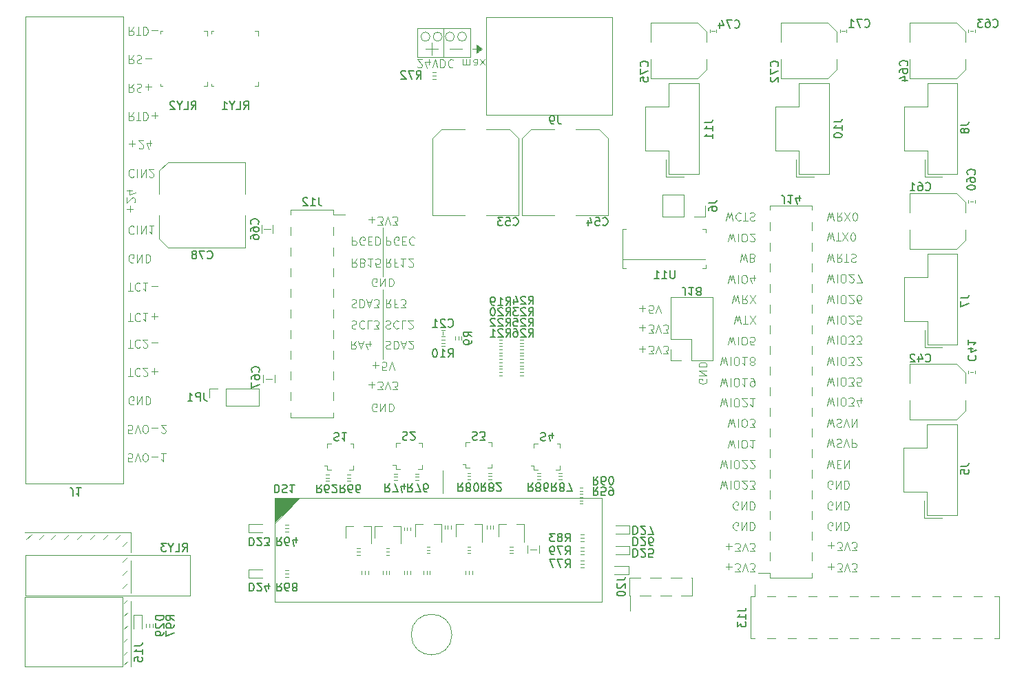
<source format=gbr>
G04 #@! TF.GenerationSoftware,KiCad,Pcbnew,(5.1.2)-1*
G04 #@! TF.CreationDate,2019-10-17T16:55:22+02:00*
G04 #@! TF.ProjectId,ovc,6f76632e-6b69-4636-9164-5f7063625858,rev?*
G04 #@! TF.SameCoordinates,Original*
G04 #@! TF.FileFunction,Legend,Bot*
G04 #@! TF.FilePolarity,Positive*
%FSLAX46Y46*%
G04 Gerber Fmt 4.6, Leading zero omitted, Abs format (unit mm)*
G04 Created by KiCad (PCBNEW (5.1.2)-1) date 2019-10-17 16:55:22*
%MOMM*%
%LPD*%
G04 APERTURE LIST*
%ADD10C,0.120000*%
%ADD11C,0.100000*%
%ADD12C,0.150000*%
G04 APERTURE END LIST*
D10*
X213620857Y-75147619D02*
X213858952Y-74147619D01*
X214049428Y-74861904D01*
X214239904Y-74147619D01*
X214478000Y-75147619D01*
X215430380Y-74147619D02*
X215097047Y-74623809D01*
X214858952Y-74147619D02*
X214858952Y-75147619D01*
X215239904Y-75147619D01*
X215335142Y-75100000D01*
X215382761Y-75052380D01*
X215430380Y-74957142D01*
X215430380Y-74814285D01*
X215382761Y-74719047D01*
X215335142Y-74671428D01*
X215239904Y-74623809D01*
X214858952Y-74623809D01*
X215763714Y-75147619D02*
X216430380Y-74147619D01*
X216430380Y-75147619D02*
X215763714Y-74147619D01*
X217001809Y-75147619D02*
X217097047Y-75147619D01*
X217192285Y-75100000D01*
X217239904Y-75052380D01*
X217287523Y-74957142D01*
X217335142Y-74766666D01*
X217335142Y-74528571D01*
X217287523Y-74338095D01*
X217239904Y-74242857D01*
X217192285Y-74195238D01*
X217097047Y-74147619D01*
X217001809Y-74147619D01*
X216906571Y-74195238D01*
X216858952Y-74242857D01*
X216811333Y-74338095D01*
X216763714Y-74528571D01*
X216763714Y-74766666D01*
X216811333Y-74957142D01*
X216858952Y-75052380D01*
X216906571Y-75100000D01*
X217001809Y-75147619D01*
X213620857Y-77647619D02*
X213858952Y-76647619D01*
X214049428Y-77361904D01*
X214239904Y-76647619D01*
X214478000Y-77647619D01*
X214716095Y-77647619D02*
X215287523Y-77647619D01*
X215001809Y-76647619D02*
X215001809Y-77647619D01*
X215525619Y-77647619D02*
X216192285Y-76647619D01*
X216192285Y-77647619D02*
X215525619Y-76647619D01*
X216763714Y-77647619D02*
X216858952Y-77647619D01*
X216954190Y-77600000D01*
X217001809Y-77552380D01*
X217049428Y-77457142D01*
X217097047Y-77266666D01*
X217097047Y-77028571D01*
X217049428Y-76838095D01*
X217001809Y-76742857D01*
X216954190Y-76695238D01*
X216858952Y-76647619D01*
X216763714Y-76647619D01*
X216668476Y-76695238D01*
X216620857Y-76742857D01*
X216573238Y-76838095D01*
X216525619Y-77028571D01*
X216525619Y-77266666D01*
X216573238Y-77457142D01*
X216620857Y-77552380D01*
X216668476Y-77600000D01*
X216763714Y-77647619D01*
X213620857Y-80247619D02*
X213858952Y-79247619D01*
X214049428Y-79961904D01*
X214239904Y-79247619D01*
X214478000Y-80247619D01*
X215430380Y-79247619D02*
X215097047Y-79723809D01*
X214858952Y-79247619D02*
X214858952Y-80247619D01*
X215239904Y-80247619D01*
X215335142Y-80200000D01*
X215382761Y-80152380D01*
X215430380Y-80057142D01*
X215430380Y-79914285D01*
X215382761Y-79819047D01*
X215335142Y-79771428D01*
X215239904Y-79723809D01*
X214858952Y-79723809D01*
X215716095Y-80247619D02*
X216287523Y-80247619D01*
X216001809Y-79247619D02*
X216001809Y-80247619D01*
X216573238Y-79295238D02*
X216716095Y-79247619D01*
X216954190Y-79247619D01*
X217049428Y-79295238D01*
X217097047Y-79342857D01*
X217144666Y-79438095D01*
X217144666Y-79533333D01*
X217097047Y-79628571D01*
X217049428Y-79676190D01*
X216954190Y-79723809D01*
X216763714Y-79771428D01*
X216668476Y-79819047D01*
X216620857Y-79866666D01*
X216573238Y-79961904D01*
X216573238Y-80057142D01*
X216620857Y-80152380D01*
X216668476Y-80200000D01*
X216763714Y-80247619D01*
X217001809Y-80247619D01*
X217144666Y-80200000D01*
X213620857Y-82747619D02*
X213858952Y-81747619D01*
X214049428Y-82461904D01*
X214239904Y-81747619D01*
X214478000Y-82747619D01*
X214858952Y-81747619D02*
X214858952Y-82747619D01*
X215525619Y-82747619D02*
X215716095Y-82747619D01*
X215811333Y-82700000D01*
X215906571Y-82604761D01*
X215954190Y-82414285D01*
X215954190Y-82080952D01*
X215906571Y-81890476D01*
X215811333Y-81795238D01*
X215716095Y-81747619D01*
X215525619Y-81747619D01*
X215430380Y-81795238D01*
X215335142Y-81890476D01*
X215287523Y-82080952D01*
X215287523Y-82414285D01*
X215335142Y-82604761D01*
X215430380Y-82700000D01*
X215525619Y-82747619D01*
X216335142Y-82652380D02*
X216382761Y-82700000D01*
X216478000Y-82747619D01*
X216716095Y-82747619D01*
X216811333Y-82700000D01*
X216858952Y-82652380D01*
X216906571Y-82557142D01*
X216906571Y-82461904D01*
X216858952Y-82319047D01*
X216287523Y-81747619D01*
X216906571Y-81747619D01*
X217239904Y-82747619D02*
X217906571Y-82747619D01*
X217478000Y-81747619D01*
X213620857Y-85347619D02*
X213858952Y-84347619D01*
X214049428Y-85061904D01*
X214239904Y-84347619D01*
X214478000Y-85347619D01*
X214858952Y-84347619D02*
X214858952Y-85347619D01*
X215525619Y-85347619D02*
X215716095Y-85347619D01*
X215811333Y-85300000D01*
X215906571Y-85204761D01*
X215954190Y-85014285D01*
X215954190Y-84680952D01*
X215906571Y-84490476D01*
X215811333Y-84395238D01*
X215716095Y-84347619D01*
X215525619Y-84347619D01*
X215430380Y-84395238D01*
X215335142Y-84490476D01*
X215287523Y-84680952D01*
X215287523Y-85014285D01*
X215335142Y-85204761D01*
X215430380Y-85300000D01*
X215525619Y-85347619D01*
X216335142Y-85252380D02*
X216382761Y-85300000D01*
X216478000Y-85347619D01*
X216716095Y-85347619D01*
X216811333Y-85300000D01*
X216858952Y-85252380D01*
X216906571Y-85157142D01*
X216906571Y-85061904D01*
X216858952Y-84919047D01*
X216287523Y-84347619D01*
X216906571Y-84347619D01*
X217763714Y-85347619D02*
X217573238Y-85347619D01*
X217478000Y-85300000D01*
X217430380Y-85252380D01*
X217335142Y-85109523D01*
X217287523Y-84919047D01*
X217287523Y-84538095D01*
X217335142Y-84442857D01*
X217382761Y-84395238D01*
X217478000Y-84347619D01*
X217668476Y-84347619D01*
X217763714Y-84395238D01*
X217811333Y-84442857D01*
X217858952Y-84538095D01*
X217858952Y-84776190D01*
X217811333Y-84871428D01*
X217763714Y-84919047D01*
X217668476Y-84966666D01*
X217478000Y-84966666D01*
X217382761Y-84919047D01*
X217335142Y-84871428D01*
X217287523Y-84776190D01*
X213620857Y-87847619D02*
X213858952Y-86847619D01*
X214049428Y-87561904D01*
X214239904Y-86847619D01*
X214478000Y-87847619D01*
X214858952Y-86847619D02*
X214858952Y-87847619D01*
X215525619Y-87847619D02*
X215716095Y-87847619D01*
X215811333Y-87800000D01*
X215906571Y-87704761D01*
X215954190Y-87514285D01*
X215954190Y-87180952D01*
X215906571Y-86990476D01*
X215811333Y-86895238D01*
X215716095Y-86847619D01*
X215525619Y-86847619D01*
X215430380Y-86895238D01*
X215335142Y-86990476D01*
X215287523Y-87180952D01*
X215287523Y-87514285D01*
X215335142Y-87704761D01*
X215430380Y-87800000D01*
X215525619Y-87847619D01*
X216335142Y-87752380D02*
X216382761Y-87800000D01*
X216478000Y-87847619D01*
X216716095Y-87847619D01*
X216811333Y-87800000D01*
X216858952Y-87752380D01*
X216906571Y-87657142D01*
X216906571Y-87561904D01*
X216858952Y-87419047D01*
X216287523Y-86847619D01*
X216906571Y-86847619D01*
X217811333Y-87847619D02*
X217335142Y-87847619D01*
X217287523Y-87371428D01*
X217335142Y-87419047D01*
X217430380Y-87466666D01*
X217668476Y-87466666D01*
X217763714Y-87419047D01*
X217811333Y-87371428D01*
X217858952Y-87276190D01*
X217858952Y-87038095D01*
X217811333Y-86942857D01*
X217763714Y-86895238D01*
X217668476Y-86847619D01*
X217430380Y-86847619D01*
X217335142Y-86895238D01*
X217287523Y-86942857D01*
X213620857Y-90347619D02*
X213858952Y-89347619D01*
X214049428Y-90061904D01*
X214239904Y-89347619D01*
X214478000Y-90347619D01*
X214858952Y-89347619D02*
X214858952Y-90347619D01*
X215525619Y-90347619D02*
X215716095Y-90347619D01*
X215811333Y-90300000D01*
X215906571Y-90204761D01*
X215954190Y-90014285D01*
X215954190Y-89680952D01*
X215906571Y-89490476D01*
X215811333Y-89395238D01*
X215716095Y-89347619D01*
X215525619Y-89347619D01*
X215430380Y-89395238D01*
X215335142Y-89490476D01*
X215287523Y-89680952D01*
X215287523Y-90014285D01*
X215335142Y-90204761D01*
X215430380Y-90300000D01*
X215525619Y-90347619D01*
X216287523Y-90347619D02*
X216906571Y-90347619D01*
X216573238Y-89966666D01*
X216716095Y-89966666D01*
X216811333Y-89919047D01*
X216858952Y-89871428D01*
X216906571Y-89776190D01*
X216906571Y-89538095D01*
X216858952Y-89442857D01*
X216811333Y-89395238D01*
X216716095Y-89347619D01*
X216430380Y-89347619D01*
X216335142Y-89395238D01*
X216287523Y-89442857D01*
X217239904Y-90347619D02*
X217858952Y-90347619D01*
X217525619Y-89966666D01*
X217668476Y-89966666D01*
X217763714Y-89919047D01*
X217811333Y-89871428D01*
X217858952Y-89776190D01*
X217858952Y-89538095D01*
X217811333Y-89442857D01*
X217763714Y-89395238D01*
X217668476Y-89347619D01*
X217382761Y-89347619D01*
X217287523Y-89395238D01*
X217239904Y-89442857D01*
X213620857Y-92947619D02*
X213858952Y-91947619D01*
X214049428Y-92661904D01*
X214239904Y-91947619D01*
X214478000Y-92947619D01*
X214858952Y-91947619D02*
X214858952Y-92947619D01*
X215525619Y-92947619D02*
X215716095Y-92947619D01*
X215811333Y-92900000D01*
X215906571Y-92804761D01*
X215954190Y-92614285D01*
X215954190Y-92280952D01*
X215906571Y-92090476D01*
X215811333Y-91995238D01*
X215716095Y-91947619D01*
X215525619Y-91947619D01*
X215430380Y-91995238D01*
X215335142Y-92090476D01*
X215287523Y-92280952D01*
X215287523Y-92614285D01*
X215335142Y-92804761D01*
X215430380Y-92900000D01*
X215525619Y-92947619D01*
X216287523Y-92947619D02*
X216906571Y-92947619D01*
X216573238Y-92566666D01*
X216716095Y-92566666D01*
X216811333Y-92519047D01*
X216858952Y-92471428D01*
X216906571Y-92376190D01*
X216906571Y-92138095D01*
X216858952Y-92042857D01*
X216811333Y-91995238D01*
X216716095Y-91947619D01*
X216430380Y-91947619D01*
X216335142Y-91995238D01*
X216287523Y-92042857D01*
X217287523Y-92852380D02*
X217335142Y-92900000D01*
X217430380Y-92947619D01*
X217668476Y-92947619D01*
X217763714Y-92900000D01*
X217811333Y-92852380D01*
X217858952Y-92757142D01*
X217858952Y-92661904D01*
X217811333Y-92519047D01*
X217239904Y-91947619D01*
X217858952Y-91947619D01*
X213620857Y-95447619D02*
X213858952Y-94447619D01*
X214049428Y-95161904D01*
X214239904Y-94447619D01*
X214478000Y-95447619D01*
X214858952Y-94447619D02*
X214858952Y-95447619D01*
X215525619Y-95447619D02*
X215716095Y-95447619D01*
X215811333Y-95400000D01*
X215906571Y-95304761D01*
X215954190Y-95114285D01*
X215954190Y-94780952D01*
X215906571Y-94590476D01*
X215811333Y-94495238D01*
X215716095Y-94447619D01*
X215525619Y-94447619D01*
X215430380Y-94495238D01*
X215335142Y-94590476D01*
X215287523Y-94780952D01*
X215287523Y-95114285D01*
X215335142Y-95304761D01*
X215430380Y-95400000D01*
X215525619Y-95447619D01*
X216287523Y-95447619D02*
X216906571Y-95447619D01*
X216573238Y-95066666D01*
X216716095Y-95066666D01*
X216811333Y-95019047D01*
X216858952Y-94971428D01*
X216906571Y-94876190D01*
X216906571Y-94638095D01*
X216858952Y-94542857D01*
X216811333Y-94495238D01*
X216716095Y-94447619D01*
X216430380Y-94447619D01*
X216335142Y-94495238D01*
X216287523Y-94542857D01*
X217811333Y-95447619D02*
X217335142Y-95447619D01*
X217287523Y-94971428D01*
X217335142Y-95019047D01*
X217430380Y-95066666D01*
X217668476Y-95066666D01*
X217763714Y-95019047D01*
X217811333Y-94971428D01*
X217858952Y-94876190D01*
X217858952Y-94638095D01*
X217811333Y-94542857D01*
X217763714Y-94495238D01*
X217668476Y-94447619D01*
X217430380Y-94447619D01*
X217335142Y-94495238D01*
X217287523Y-94542857D01*
X213620857Y-97947619D02*
X213858952Y-96947619D01*
X214049428Y-97661904D01*
X214239904Y-96947619D01*
X214478000Y-97947619D01*
X214858952Y-96947619D02*
X214858952Y-97947619D01*
X215525619Y-97947619D02*
X215716095Y-97947619D01*
X215811333Y-97900000D01*
X215906571Y-97804761D01*
X215954190Y-97614285D01*
X215954190Y-97280952D01*
X215906571Y-97090476D01*
X215811333Y-96995238D01*
X215716095Y-96947619D01*
X215525619Y-96947619D01*
X215430380Y-96995238D01*
X215335142Y-97090476D01*
X215287523Y-97280952D01*
X215287523Y-97614285D01*
X215335142Y-97804761D01*
X215430380Y-97900000D01*
X215525619Y-97947619D01*
X216287523Y-97947619D02*
X216906571Y-97947619D01*
X216573238Y-97566666D01*
X216716095Y-97566666D01*
X216811333Y-97519047D01*
X216858952Y-97471428D01*
X216906571Y-97376190D01*
X216906571Y-97138095D01*
X216858952Y-97042857D01*
X216811333Y-96995238D01*
X216716095Y-96947619D01*
X216430380Y-96947619D01*
X216335142Y-96995238D01*
X216287523Y-97042857D01*
X217763714Y-97614285D02*
X217763714Y-96947619D01*
X217525619Y-97995238D02*
X217287523Y-97280952D01*
X217906571Y-97280952D01*
X213620857Y-100547619D02*
X213858952Y-99547619D01*
X214049428Y-100261904D01*
X214239904Y-99547619D01*
X214478000Y-100547619D01*
X214811333Y-99595238D02*
X214954190Y-99547619D01*
X215192285Y-99547619D01*
X215287523Y-99595238D01*
X215335142Y-99642857D01*
X215382761Y-99738095D01*
X215382761Y-99833333D01*
X215335142Y-99928571D01*
X215287523Y-99976190D01*
X215192285Y-100023809D01*
X215001809Y-100071428D01*
X214906571Y-100119047D01*
X214858952Y-100166666D01*
X214811333Y-100261904D01*
X214811333Y-100357142D01*
X214858952Y-100452380D01*
X214906571Y-100500000D01*
X215001809Y-100547619D01*
X215239904Y-100547619D01*
X215382761Y-100500000D01*
X215668476Y-100547619D02*
X216001809Y-99547619D01*
X216335142Y-100547619D01*
X216668476Y-99547619D02*
X216668476Y-100547619D01*
X217239904Y-99547619D01*
X217239904Y-100547619D01*
X213620857Y-103047619D02*
X213858952Y-102047619D01*
X214049428Y-102761904D01*
X214239904Y-102047619D01*
X214478000Y-103047619D01*
X214811333Y-102095238D02*
X214954190Y-102047619D01*
X215192285Y-102047619D01*
X215287523Y-102095238D01*
X215335142Y-102142857D01*
X215382761Y-102238095D01*
X215382761Y-102333333D01*
X215335142Y-102428571D01*
X215287523Y-102476190D01*
X215192285Y-102523809D01*
X215001809Y-102571428D01*
X214906571Y-102619047D01*
X214858952Y-102666666D01*
X214811333Y-102761904D01*
X214811333Y-102857142D01*
X214858952Y-102952380D01*
X214906571Y-103000000D01*
X215001809Y-103047619D01*
X215239904Y-103047619D01*
X215382761Y-103000000D01*
X215668476Y-103047619D02*
X216001809Y-102047619D01*
X216335142Y-103047619D01*
X216668476Y-102047619D02*
X216668476Y-103047619D01*
X217049428Y-103047619D01*
X217144666Y-103000000D01*
X217192285Y-102952380D01*
X217239904Y-102857142D01*
X217239904Y-102714285D01*
X217192285Y-102619047D01*
X217144666Y-102571428D01*
X217049428Y-102523809D01*
X216668476Y-102523809D01*
X213620857Y-105647619D02*
X213858952Y-104647619D01*
X214049428Y-105361904D01*
X214239904Y-104647619D01*
X214478000Y-105647619D01*
X214858952Y-105171428D02*
X215192285Y-105171428D01*
X215335142Y-104647619D02*
X214858952Y-104647619D01*
X214858952Y-105647619D01*
X215335142Y-105647619D01*
X215763714Y-104647619D02*
X215763714Y-105647619D01*
X216335142Y-104647619D01*
X216335142Y-105647619D01*
X214239904Y-108100000D02*
X214144666Y-108147619D01*
X214001809Y-108147619D01*
X213858952Y-108100000D01*
X213763714Y-108004761D01*
X213716095Y-107909523D01*
X213668476Y-107719047D01*
X213668476Y-107576190D01*
X213716095Y-107385714D01*
X213763714Y-107290476D01*
X213858952Y-107195238D01*
X214001809Y-107147619D01*
X214097047Y-107147619D01*
X214239904Y-107195238D01*
X214287523Y-107242857D01*
X214287523Y-107576190D01*
X214097047Y-107576190D01*
X214716095Y-107147619D02*
X214716095Y-108147619D01*
X215287523Y-107147619D01*
X215287523Y-108147619D01*
X215763714Y-107147619D02*
X215763714Y-108147619D01*
X216001809Y-108147619D01*
X216144666Y-108100000D01*
X216239904Y-108004761D01*
X216287523Y-107909523D01*
X216335142Y-107719047D01*
X216335142Y-107576190D01*
X216287523Y-107385714D01*
X216239904Y-107290476D01*
X216144666Y-107195238D01*
X216001809Y-107147619D01*
X215763714Y-107147619D01*
X214239904Y-110700000D02*
X214144666Y-110747619D01*
X214001809Y-110747619D01*
X213858952Y-110700000D01*
X213763714Y-110604761D01*
X213716095Y-110509523D01*
X213668476Y-110319047D01*
X213668476Y-110176190D01*
X213716095Y-109985714D01*
X213763714Y-109890476D01*
X213858952Y-109795238D01*
X214001809Y-109747619D01*
X214097047Y-109747619D01*
X214239904Y-109795238D01*
X214287523Y-109842857D01*
X214287523Y-110176190D01*
X214097047Y-110176190D01*
X214716095Y-109747619D02*
X214716095Y-110747619D01*
X215287523Y-109747619D01*
X215287523Y-110747619D01*
X215763714Y-109747619D02*
X215763714Y-110747619D01*
X216001809Y-110747619D01*
X216144666Y-110700000D01*
X216239904Y-110604761D01*
X216287523Y-110509523D01*
X216335142Y-110319047D01*
X216335142Y-110176190D01*
X216287523Y-109985714D01*
X216239904Y-109890476D01*
X216144666Y-109795238D01*
X216001809Y-109747619D01*
X215763714Y-109747619D01*
X214239904Y-113200000D02*
X214144666Y-113247619D01*
X214001809Y-113247619D01*
X213858952Y-113200000D01*
X213763714Y-113104761D01*
X213716095Y-113009523D01*
X213668476Y-112819047D01*
X213668476Y-112676190D01*
X213716095Y-112485714D01*
X213763714Y-112390476D01*
X213858952Y-112295238D01*
X214001809Y-112247619D01*
X214097047Y-112247619D01*
X214239904Y-112295238D01*
X214287523Y-112342857D01*
X214287523Y-112676190D01*
X214097047Y-112676190D01*
X214716095Y-112247619D02*
X214716095Y-113247619D01*
X215287523Y-112247619D01*
X215287523Y-113247619D01*
X215763714Y-112247619D02*
X215763714Y-113247619D01*
X216001809Y-113247619D01*
X216144666Y-113200000D01*
X216239904Y-113104761D01*
X216287523Y-113009523D01*
X216335142Y-112819047D01*
X216335142Y-112676190D01*
X216287523Y-112485714D01*
X216239904Y-112390476D01*
X216144666Y-112295238D01*
X216001809Y-112247619D01*
X215763714Y-112247619D01*
X213716095Y-115128571D02*
X214478000Y-115128571D01*
X214097047Y-114747619D02*
X214097047Y-115509523D01*
X214858952Y-115747619D02*
X215478000Y-115747619D01*
X215144666Y-115366666D01*
X215287523Y-115366666D01*
X215382761Y-115319047D01*
X215430380Y-115271428D01*
X215478000Y-115176190D01*
X215478000Y-114938095D01*
X215430380Y-114842857D01*
X215382761Y-114795238D01*
X215287523Y-114747619D01*
X215001809Y-114747619D01*
X214906571Y-114795238D01*
X214858952Y-114842857D01*
X215763714Y-115747619D02*
X216097047Y-114747619D01*
X216430380Y-115747619D01*
X216668476Y-115747619D02*
X217287523Y-115747619D01*
X216954190Y-115366666D01*
X217097047Y-115366666D01*
X217192285Y-115319047D01*
X217239904Y-115271428D01*
X217287523Y-115176190D01*
X217287523Y-114938095D01*
X217239904Y-114842857D01*
X217192285Y-114795238D01*
X217097047Y-114747619D01*
X216811333Y-114747619D01*
X216716095Y-114795238D01*
X216668476Y-114842857D01*
X213716095Y-117728571D02*
X214478000Y-117728571D01*
X214097047Y-117347619D02*
X214097047Y-118109523D01*
X214858952Y-118347619D02*
X215478000Y-118347619D01*
X215144666Y-117966666D01*
X215287523Y-117966666D01*
X215382761Y-117919047D01*
X215430380Y-117871428D01*
X215478000Y-117776190D01*
X215478000Y-117538095D01*
X215430380Y-117442857D01*
X215382761Y-117395238D01*
X215287523Y-117347619D01*
X215001809Y-117347619D01*
X214906571Y-117395238D01*
X214858952Y-117442857D01*
X215763714Y-118347619D02*
X216097047Y-117347619D01*
X216430380Y-118347619D01*
X216668476Y-118347619D02*
X217287523Y-118347619D01*
X216954190Y-117966666D01*
X217097047Y-117966666D01*
X217192285Y-117919047D01*
X217239904Y-117871428D01*
X217287523Y-117776190D01*
X217287523Y-117538095D01*
X217239904Y-117442857D01*
X217192285Y-117395238D01*
X217097047Y-117347619D01*
X216811333Y-117347619D01*
X216716095Y-117395238D01*
X216668476Y-117442857D01*
X201160095Y-117728571D02*
X201922000Y-117728571D01*
X201541047Y-117347619D02*
X201541047Y-118109523D01*
X202302952Y-118347619D02*
X202922000Y-118347619D01*
X202588666Y-117966666D01*
X202731523Y-117966666D01*
X202826761Y-117919047D01*
X202874380Y-117871428D01*
X202922000Y-117776190D01*
X202922000Y-117538095D01*
X202874380Y-117442857D01*
X202826761Y-117395238D01*
X202731523Y-117347619D01*
X202445809Y-117347619D01*
X202350571Y-117395238D01*
X202302952Y-117442857D01*
X203207714Y-118347619D02*
X203541047Y-117347619D01*
X203874380Y-118347619D01*
X204112476Y-118347619D02*
X204731523Y-118347619D01*
X204398190Y-117966666D01*
X204541047Y-117966666D01*
X204636285Y-117919047D01*
X204683904Y-117871428D01*
X204731523Y-117776190D01*
X204731523Y-117538095D01*
X204683904Y-117442857D01*
X204636285Y-117395238D01*
X204541047Y-117347619D01*
X204255333Y-117347619D01*
X204160095Y-117395238D01*
X204112476Y-117442857D01*
X201160095Y-115228571D02*
X201922000Y-115228571D01*
X201541047Y-114847619D02*
X201541047Y-115609523D01*
X202302952Y-115847619D02*
X202922000Y-115847619D01*
X202588666Y-115466666D01*
X202731523Y-115466666D01*
X202826761Y-115419047D01*
X202874380Y-115371428D01*
X202922000Y-115276190D01*
X202922000Y-115038095D01*
X202874380Y-114942857D01*
X202826761Y-114895238D01*
X202731523Y-114847619D01*
X202445809Y-114847619D01*
X202350571Y-114895238D01*
X202302952Y-114942857D01*
X203207714Y-115847619D02*
X203541047Y-114847619D01*
X203874380Y-115847619D01*
X204112476Y-115847619D02*
X204731523Y-115847619D01*
X204398190Y-115466666D01*
X204541047Y-115466666D01*
X204636285Y-115419047D01*
X204683904Y-115371428D01*
X204731523Y-115276190D01*
X204731523Y-115038095D01*
X204683904Y-114942857D01*
X204636285Y-114895238D01*
X204541047Y-114847619D01*
X204255333Y-114847619D01*
X204160095Y-114895238D01*
X204112476Y-114942857D01*
X202636285Y-113200000D02*
X202541047Y-113247619D01*
X202398190Y-113247619D01*
X202255333Y-113200000D01*
X202160095Y-113104761D01*
X202112476Y-113009523D01*
X202064857Y-112819047D01*
X202064857Y-112676190D01*
X202112476Y-112485714D01*
X202160095Y-112390476D01*
X202255333Y-112295238D01*
X202398190Y-112247619D01*
X202493428Y-112247619D01*
X202636285Y-112295238D01*
X202683904Y-112342857D01*
X202683904Y-112676190D01*
X202493428Y-112676190D01*
X203112476Y-112247619D02*
X203112476Y-113247619D01*
X203683904Y-112247619D01*
X203683904Y-113247619D01*
X204160095Y-112247619D02*
X204160095Y-113247619D01*
X204398190Y-113247619D01*
X204541047Y-113200000D01*
X204636285Y-113104761D01*
X204683904Y-113009523D01*
X204731523Y-112819047D01*
X204731523Y-112676190D01*
X204683904Y-112485714D01*
X204636285Y-112390476D01*
X204541047Y-112295238D01*
X204398190Y-112247619D01*
X204160095Y-112247619D01*
X202636285Y-110700000D02*
X202541047Y-110747619D01*
X202398190Y-110747619D01*
X202255333Y-110700000D01*
X202160095Y-110604761D01*
X202112476Y-110509523D01*
X202064857Y-110319047D01*
X202064857Y-110176190D01*
X202112476Y-109985714D01*
X202160095Y-109890476D01*
X202255333Y-109795238D01*
X202398190Y-109747619D01*
X202493428Y-109747619D01*
X202636285Y-109795238D01*
X202683904Y-109842857D01*
X202683904Y-110176190D01*
X202493428Y-110176190D01*
X203112476Y-109747619D02*
X203112476Y-110747619D01*
X203683904Y-109747619D01*
X203683904Y-110747619D01*
X204160095Y-109747619D02*
X204160095Y-110747619D01*
X204398190Y-110747619D01*
X204541047Y-110700000D01*
X204636285Y-110604761D01*
X204683904Y-110509523D01*
X204731523Y-110319047D01*
X204731523Y-110176190D01*
X204683904Y-109985714D01*
X204636285Y-109890476D01*
X204541047Y-109795238D01*
X204398190Y-109747619D01*
X204160095Y-109747619D01*
X200493428Y-108147619D02*
X200731523Y-107147619D01*
X200922000Y-107861904D01*
X201112476Y-107147619D01*
X201350571Y-108147619D01*
X201731523Y-107147619D02*
X201731523Y-108147619D01*
X202398190Y-108147619D02*
X202588666Y-108147619D01*
X202683904Y-108100000D01*
X202779142Y-108004761D01*
X202826761Y-107814285D01*
X202826761Y-107480952D01*
X202779142Y-107290476D01*
X202683904Y-107195238D01*
X202588666Y-107147619D01*
X202398190Y-107147619D01*
X202302952Y-107195238D01*
X202207714Y-107290476D01*
X202160095Y-107480952D01*
X202160095Y-107814285D01*
X202207714Y-108004761D01*
X202302952Y-108100000D01*
X202398190Y-108147619D01*
X203207714Y-108052380D02*
X203255333Y-108100000D01*
X203350571Y-108147619D01*
X203588666Y-108147619D01*
X203683904Y-108100000D01*
X203731523Y-108052380D01*
X203779142Y-107957142D01*
X203779142Y-107861904D01*
X203731523Y-107719047D01*
X203160095Y-107147619D01*
X203779142Y-107147619D01*
X204112476Y-108147619D02*
X204731523Y-108147619D01*
X204398190Y-107766666D01*
X204541047Y-107766666D01*
X204636285Y-107719047D01*
X204683904Y-107671428D01*
X204731523Y-107576190D01*
X204731523Y-107338095D01*
X204683904Y-107242857D01*
X204636285Y-107195238D01*
X204541047Y-107147619D01*
X204255333Y-107147619D01*
X204160095Y-107195238D01*
X204112476Y-107242857D01*
X200493428Y-105647619D02*
X200731523Y-104647619D01*
X200922000Y-105361904D01*
X201112476Y-104647619D01*
X201350571Y-105647619D01*
X201731523Y-104647619D02*
X201731523Y-105647619D01*
X202398190Y-105647619D02*
X202588666Y-105647619D01*
X202683904Y-105600000D01*
X202779142Y-105504761D01*
X202826761Y-105314285D01*
X202826761Y-104980952D01*
X202779142Y-104790476D01*
X202683904Y-104695238D01*
X202588666Y-104647619D01*
X202398190Y-104647619D01*
X202302952Y-104695238D01*
X202207714Y-104790476D01*
X202160095Y-104980952D01*
X202160095Y-105314285D01*
X202207714Y-105504761D01*
X202302952Y-105600000D01*
X202398190Y-105647619D01*
X203207714Y-105552380D02*
X203255333Y-105600000D01*
X203350571Y-105647619D01*
X203588666Y-105647619D01*
X203683904Y-105600000D01*
X203731523Y-105552380D01*
X203779142Y-105457142D01*
X203779142Y-105361904D01*
X203731523Y-105219047D01*
X203160095Y-104647619D01*
X203779142Y-104647619D01*
X204160095Y-105552380D02*
X204207714Y-105600000D01*
X204302952Y-105647619D01*
X204541047Y-105647619D01*
X204636285Y-105600000D01*
X204683904Y-105552380D01*
X204731523Y-105457142D01*
X204731523Y-105361904D01*
X204683904Y-105219047D01*
X204112476Y-104647619D01*
X204731523Y-104647619D01*
X201445809Y-103147619D02*
X201683904Y-102147619D01*
X201874380Y-102861904D01*
X202064857Y-102147619D01*
X202302952Y-103147619D01*
X202683904Y-102147619D02*
X202683904Y-103147619D01*
X203350571Y-103147619D02*
X203541047Y-103147619D01*
X203636285Y-103100000D01*
X203731523Y-103004761D01*
X203779142Y-102814285D01*
X203779142Y-102480952D01*
X203731523Y-102290476D01*
X203636285Y-102195238D01*
X203541047Y-102147619D01*
X203350571Y-102147619D01*
X203255333Y-102195238D01*
X203160095Y-102290476D01*
X203112476Y-102480952D01*
X203112476Y-102814285D01*
X203160095Y-103004761D01*
X203255333Y-103100000D01*
X203350571Y-103147619D01*
X204731523Y-102147619D02*
X204160095Y-102147619D01*
X204445809Y-102147619D02*
X204445809Y-103147619D01*
X204350571Y-103004761D01*
X204255333Y-102909523D01*
X204160095Y-102861904D01*
X201445809Y-100547619D02*
X201683904Y-99547619D01*
X201874380Y-100261904D01*
X202064857Y-99547619D01*
X202302952Y-100547619D01*
X202683904Y-99547619D02*
X202683904Y-100547619D01*
X203350571Y-100547619D02*
X203541047Y-100547619D01*
X203636285Y-100500000D01*
X203731523Y-100404761D01*
X203779142Y-100214285D01*
X203779142Y-99880952D01*
X203731523Y-99690476D01*
X203636285Y-99595238D01*
X203541047Y-99547619D01*
X203350571Y-99547619D01*
X203255333Y-99595238D01*
X203160095Y-99690476D01*
X203112476Y-99880952D01*
X203112476Y-100214285D01*
X203160095Y-100404761D01*
X203255333Y-100500000D01*
X203350571Y-100547619D01*
X204112476Y-100547619D02*
X204731523Y-100547619D01*
X204398190Y-100166666D01*
X204541047Y-100166666D01*
X204636285Y-100119047D01*
X204683904Y-100071428D01*
X204731523Y-99976190D01*
X204731523Y-99738095D01*
X204683904Y-99642857D01*
X204636285Y-99595238D01*
X204541047Y-99547619D01*
X204255333Y-99547619D01*
X204160095Y-99595238D01*
X204112476Y-99642857D01*
X200493428Y-98047619D02*
X200731523Y-97047619D01*
X200922000Y-97761904D01*
X201112476Y-97047619D01*
X201350571Y-98047619D01*
X201731523Y-97047619D02*
X201731523Y-98047619D01*
X202398190Y-98047619D02*
X202588666Y-98047619D01*
X202683904Y-98000000D01*
X202779142Y-97904761D01*
X202826761Y-97714285D01*
X202826761Y-97380952D01*
X202779142Y-97190476D01*
X202683904Y-97095238D01*
X202588666Y-97047619D01*
X202398190Y-97047619D01*
X202302952Y-97095238D01*
X202207714Y-97190476D01*
X202160095Y-97380952D01*
X202160095Y-97714285D01*
X202207714Y-97904761D01*
X202302952Y-98000000D01*
X202398190Y-98047619D01*
X203207714Y-97952380D02*
X203255333Y-98000000D01*
X203350571Y-98047619D01*
X203588666Y-98047619D01*
X203683904Y-98000000D01*
X203731523Y-97952380D01*
X203779142Y-97857142D01*
X203779142Y-97761904D01*
X203731523Y-97619047D01*
X203160095Y-97047619D01*
X203779142Y-97047619D01*
X204731523Y-97047619D02*
X204160095Y-97047619D01*
X204445809Y-97047619D02*
X204445809Y-98047619D01*
X204350571Y-97904761D01*
X204255333Y-97809523D01*
X204160095Y-97761904D01*
X200493428Y-95547619D02*
X200731523Y-94547619D01*
X200922000Y-95261904D01*
X201112476Y-94547619D01*
X201350571Y-95547619D01*
X201731523Y-94547619D02*
X201731523Y-95547619D01*
X202398190Y-95547619D02*
X202588666Y-95547619D01*
X202683904Y-95500000D01*
X202779142Y-95404761D01*
X202826761Y-95214285D01*
X202826761Y-94880952D01*
X202779142Y-94690476D01*
X202683904Y-94595238D01*
X202588666Y-94547619D01*
X202398190Y-94547619D01*
X202302952Y-94595238D01*
X202207714Y-94690476D01*
X202160095Y-94880952D01*
X202160095Y-95214285D01*
X202207714Y-95404761D01*
X202302952Y-95500000D01*
X202398190Y-95547619D01*
X203779142Y-94547619D02*
X203207714Y-94547619D01*
X203493428Y-94547619D02*
X203493428Y-95547619D01*
X203398190Y-95404761D01*
X203302952Y-95309523D01*
X203207714Y-95261904D01*
X204255333Y-94547619D02*
X204445809Y-94547619D01*
X204541047Y-94595238D01*
X204588666Y-94642857D01*
X204683904Y-94785714D01*
X204731523Y-94976190D01*
X204731523Y-95357142D01*
X204683904Y-95452380D01*
X204636285Y-95500000D01*
X204541047Y-95547619D01*
X204350571Y-95547619D01*
X204255333Y-95500000D01*
X204207714Y-95452380D01*
X204160095Y-95357142D01*
X204160095Y-95119047D01*
X204207714Y-95023809D01*
X204255333Y-94976190D01*
X204350571Y-94928571D01*
X204541047Y-94928571D01*
X204636285Y-94976190D01*
X204683904Y-95023809D01*
X204731523Y-95119047D01*
X200493428Y-92947619D02*
X200731523Y-91947619D01*
X200922000Y-92661904D01*
X201112476Y-91947619D01*
X201350571Y-92947619D01*
X201731523Y-91947619D02*
X201731523Y-92947619D01*
X202398190Y-92947619D02*
X202588666Y-92947619D01*
X202683904Y-92900000D01*
X202779142Y-92804761D01*
X202826761Y-92614285D01*
X202826761Y-92280952D01*
X202779142Y-92090476D01*
X202683904Y-91995238D01*
X202588666Y-91947619D01*
X202398190Y-91947619D01*
X202302952Y-91995238D01*
X202207714Y-92090476D01*
X202160095Y-92280952D01*
X202160095Y-92614285D01*
X202207714Y-92804761D01*
X202302952Y-92900000D01*
X202398190Y-92947619D01*
X203779142Y-91947619D02*
X203207714Y-91947619D01*
X203493428Y-91947619D02*
X203493428Y-92947619D01*
X203398190Y-92804761D01*
X203302952Y-92709523D01*
X203207714Y-92661904D01*
X204350571Y-92519047D02*
X204255333Y-92566666D01*
X204207714Y-92614285D01*
X204160095Y-92709523D01*
X204160095Y-92757142D01*
X204207714Y-92852380D01*
X204255333Y-92900000D01*
X204350571Y-92947619D01*
X204541047Y-92947619D01*
X204636285Y-92900000D01*
X204683904Y-92852380D01*
X204731523Y-92757142D01*
X204731523Y-92709523D01*
X204683904Y-92614285D01*
X204636285Y-92566666D01*
X204541047Y-92519047D01*
X204350571Y-92519047D01*
X204255333Y-92471428D01*
X204207714Y-92423809D01*
X204160095Y-92328571D01*
X204160095Y-92138095D01*
X204207714Y-92042857D01*
X204255333Y-91995238D01*
X204350571Y-91947619D01*
X204541047Y-91947619D01*
X204636285Y-91995238D01*
X204683904Y-92042857D01*
X204731523Y-92138095D01*
X204731523Y-92328571D01*
X204683904Y-92423809D01*
X204636285Y-92471428D01*
X204541047Y-92519047D01*
X201445809Y-90447619D02*
X201683904Y-89447619D01*
X201874380Y-90161904D01*
X202064857Y-89447619D01*
X202302952Y-90447619D01*
X202683904Y-89447619D02*
X202683904Y-90447619D01*
X203350571Y-90447619D02*
X203541047Y-90447619D01*
X203636285Y-90400000D01*
X203731523Y-90304761D01*
X203779142Y-90114285D01*
X203779142Y-89780952D01*
X203731523Y-89590476D01*
X203636285Y-89495238D01*
X203541047Y-89447619D01*
X203350571Y-89447619D01*
X203255333Y-89495238D01*
X203160095Y-89590476D01*
X203112476Y-89780952D01*
X203112476Y-90114285D01*
X203160095Y-90304761D01*
X203255333Y-90400000D01*
X203350571Y-90447619D01*
X204683904Y-90447619D02*
X204207714Y-90447619D01*
X204160095Y-89971428D01*
X204207714Y-90019047D01*
X204302952Y-90066666D01*
X204541047Y-90066666D01*
X204636285Y-90019047D01*
X204683904Y-89971428D01*
X204731523Y-89876190D01*
X204731523Y-89638095D01*
X204683904Y-89542857D01*
X204636285Y-89495238D01*
X204541047Y-89447619D01*
X204302952Y-89447619D01*
X204207714Y-89495238D01*
X204160095Y-89542857D01*
X202207714Y-87847619D02*
X202445809Y-86847619D01*
X202636285Y-87561904D01*
X202826761Y-86847619D01*
X203064857Y-87847619D01*
X203302952Y-87847619D02*
X203874380Y-87847619D01*
X203588666Y-86847619D02*
X203588666Y-87847619D01*
X204112476Y-87847619D02*
X204779142Y-86847619D01*
X204779142Y-87847619D02*
X204112476Y-86847619D01*
X201969619Y-85347619D02*
X202207714Y-84347619D01*
X202398190Y-85061904D01*
X202588666Y-84347619D01*
X202826761Y-85347619D01*
X203779142Y-84347619D02*
X203445809Y-84823809D01*
X203207714Y-84347619D02*
X203207714Y-85347619D01*
X203588666Y-85347619D01*
X203683904Y-85300000D01*
X203731523Y-85252380D01*
X203779142Y-85157142D01*
X203779142Y-85014285D01*
X203731523Y-84919047D01*
X203683904Y-84871428D01*
X203588666Y-84823809D01*
X203207714Y-84823809D01*
X204112476Y-85347619D02*
X204779142Y-84347619D01*
X204779142Y-85347619D02*
X204112476Y-84347619D01*
X201445809Y-82847619D02*
X201683904Y-81847619D01*
X201874380Y-82561904D01*
X202064857Y-81847619D01*
X202302952Y-82847619D01*
X202683904Y-81847619D02*
X202683904Y-82847619D01*
X203350571Y-82847619D02*
X203541047Y-82847619D01*
X203636285Y-82800000D01*
X203731523Y-82704761D01*
X203779142Y-82514285D01*
X203779142Y-82180952D01*
X203731523Y-81990476D01*
X203636285Y-81895238D01*
X203541047Y-81847619D01*
X203350571Y-81847619D01*
X203255333Y-81895238D01*
X203160095Y-81990476D01*
X203112476Y-82180952D01*
X203112476Y-82514285D01*
X203160095Y-82704761D01*
X203255333Y-82800000D01*
X203350571Y-82847619D01*
X204636285Y-82514285D02*
X204636285Y-81847619D01*
X204398190Y-82895238D02*
X204160095Y-82180952D01*
X204779142Y-82180952D01*
X202922000Y-80247619D02*
X203160095Y-79247619D01*
X203350571Y-79961904D01*
X203541047Y-79247619D01*
X203779142Y-80247619D01*
X204493428Y-79771428D02*
X204636285Y-79723809D01*
X204683904Y-79676190D01*
X204731523Y-79580952D01*
X204731523Y-79438095D01*
X204683904Y-79342857D01*
X204636285Y-79295238D01*
X204541047Y-79247619D01*
X204160095Y-79247619D01*
X204160095Y-80247619D01*
X204493428Y-80247619D01*
X204588666Y-80200000D01*
X204636285Y-80152380D01*
X204683904Y-80057142D01*
X204683904Y-79961904D01*
X204636285Y-79866666D01*
X204588666Y-79819047D01*
X204493428Y-79771428D01*
X204160095Y-79771428D01*
X201445809Y-77747619D02*
X201683904Y-76747619D01*
X201874380Y-77461904D01*
X202064857Y-76747619D01*
X202302952Y-77747619D01*
X202683904Y-76747619D02*
X202683904Y-77747619D01*
X203350571Y-77747619D02*
X203541047Y-77747619D01*
X203636285Y-77700000D01*
X203731523Y-77604761D01*
X203779142Y-77414285D01*
X203779142Y-77080952D01*
X203731523Y-76890476D01*
X203636285Y-76795238D01*
X203541047Y-76747619D01*
X203350571Y-76747619D01*
X203255333Y-76795238D01*
X203160095Y-76890476D01*
X203112476Y-77080952D01*
X203112476Y-77414285D01*
X203160095Y-77604761D01*
X203255333Y-77700000D01*
X203350571Y-77747619D01*
X204160095Y-77652380D02*
X204207714Y-77700000D01*
X204302952Y-77747619D01*
X204541047Y-77747619D01*
X204636285Y-77700000D01*
X204683904Y-77652380D01*
X204731523Y-77557142D01*
X204731523Y-77461904D01*
X204683904Y-77319047D01*
X204112476Y-76747619D01*
X204731523Y-76747619D01*
X201207714Y-75147619D02*
X201445809Y-74147619D01*
X201636285Y-74861904D01*
X201826761Y-74147619D01*
X202064857Y-75147619D01*
X203017238Y-74242857D02*
X202969619Y-74195238D01*
X202826761Y-74147619D01*
X202731523Y-74147619D01*
X202588666Y-74195238D01*
X202493428Y-74290476D01*
X202445809Y-74385714D01*
X202398190Y-74576190D01*
X202398190Y-74719047D01*
X202445809Y-74909523D01*
X202493428Y-75004761D01*
X202588666Y-75100000D01*
X202731523Y-75147619D01*
X202826761Y-75147619D01*
X202969619Y-75100000D01*
X203017238Y-75052380D01*
X203302952Y-75147619D02*
X203874380Y-75147619D01*
X203588666Y-74147619D02*
X203588666Y-75147619D01*
X204160095Y-74195238D02*
X204302952Y-74147619D01*
X204541047Y-74147619D01*
X204636285Y-74195238D01*
X204683904Y-74242857D01*
X204731523Y-74338095D01*
X204731523Y-74433333D01*
X204683904Y-74528571D01*
X204636285Y-74576190D01*
X204541047Y-74623809D01*
X204350571Y-74671428D01*
X204255333Y-74719047D01*
X204207714Y-74766666D01*
X204160095Y-74861904D01*
X204160095Y-74957142D01*
X204207714Y-75052380D01*
X204255333Y-75100000D01*
X204350571Y-75147619D01*
X204588666Y-75147619D01*
X204731523Y-75100000D01*
X198800000Y-94661904D02*
X198847619Y-94757142D01*
X198847619Y-94900000D01*
X198800000Y-95042857D01*
X198704761Y-95138095D01*
X198609523Y-95185714D01*
X198419047Y-95233333D01*
X198276190Y-95233333D01*
X198085714Y-95185714D01*
X197990476Y-95138095D01*
X197895238Y-95042857D01*
X197847619Y-94900000D01*
X197847619Y-94804761D01*
X197895238Y-94661904D01*
X197942857Y-94614285D01*
X198276190Y-94614285D01*
X198276190Y-94804761D01*
X197847619Y-94185714D02*
X198847619Y-94185714D01*
X197847619Y-93614285D01*
X198847619Y-93614285D01*
X197847619Y-93138095D02*
X198847619Y-93138095D01*
X198847619Y-92900000D01*
X198800000Y-92757142D01*
X198704761Y-92661904D01*
X198609523Y-92614285D01*
X198419047Y-92566666D01*
X198276190Y-92566666D01*
X198085714Y-92614285D01*
X197990476Y-92661904D01*
X197895238Y-92757142D01*
X197847619Y-92900000D01*
X197847619Y-93138095D01*
X159000000Y-83600000D02*
X159000000Y-92200000D01*
X158238095Y-98600000D02*
X158142857Y-98647619D01*
X158000000Y-98647619D01*
X157857142Y-98600000D01*
X157761904Y-98504761D01*
X157714285Y-98409523D01*
X157666666Y-98219047D01*
X157666666Y-98076190D01*
X157714285Y-97885714D01*
X157761904Y-97790476D01*
X157857142Y-97695238D01*
X158000000Y-97647619D01*
X158095238Y-97647619D01*
X158238095Y-97695238D01*
X158285714Y-97742857D01*
X158285714Y-98076190D01*
X158095238Y-98076190D01*
X158714285Y-97647619D02*
X158714285Y-98647619D01*
X159285714Y-97647619D01*
X159285714Y-98647619D01*
X159761904Y-97647619D02*
X159761904Y-98647619D01*
X160000000Y-98647619D01*
X160142857Y-98600000D01*
X160238095Y-98504761D01*
X160285714Y-98409523D01*
X160333333Y-98219047D01*
X160333333Y-98076190D01*
X160285714Y-97885714D01*
X160238095Y-97790476D01*
X160142857Y-97695238D01*
X160000000Y-97647619D01*
X159761904Y-97647619D01*
X157238095Y-95328571D02*
X158000000Y-95328571D01*
X157619047Y-94947619D02*
X157619047Y-95709523D01*
X158380952Y-95947619D02*
X159000000Y-95947619D01*
X158666666Y-95566666D01*
X158809523Y-95566666D01*
X158904761Y-95519047D01*
X158952380Y-95471428D01*
X159000000Y-95376190D01*
X159000000Y-95138095D01*
X158952380Y-95042857D01*
X158904761Y-94995238D01*
X158809523Y-94947619D01*
X158523809Y-94947619D01*
X158428571Y-94995238D01*
X158380952Y-95042857D01*
X159285714Y-95947619D02*
X159619047Y-94947619D01*
X159952380Y-95947619D01*
X160190476Y-95947619D02*
X160809523Y-95947619D01*
X160476190Y-95566666D01*
X160619047Y-95566666D01*
X160714285Y-95519047D01*
X160761904Y-95471428D01*
X160809523Y-95376190D01*
X160809523Y-95138095D01*
X160761904Y-95042857D01*
X160714285Y-94995238D01*
X160619047Y-94947619D01*
X160333333Y-94947619D01*
X160238095Y-94995238D01*
X160190476Y-95042857D01*
X157714285Y-92928571D02*
X158476190Y-92928571D01*
X158095238Y-92547619D02*
X158095238Y-93309523D01*
X159428571Y-93547619D02*
X158952380Y-93547619D01*
X158904761Y-93071428D01*
X158952380Y-93119047D01*
X159047619Y-93166666D01*
X159285714Y-93166666D01*
X159380952Y-93119047D01*
X159428571Y-93071428D01*
X159476190Y-92976190D01*
X159476190Y-92738095D01*
X159428571Y-92642857D01*
X159380952Y-92595238D01*
X159285714Y-92547619D01*
X159047619Y-92547619D01*
X158952380Y-92595238D01*
X158904761Y-92642857D01*
X159761904Y-93547619D02*
X160095238Y-92547619D01*
X160428571Y-93547619D01*
X159368476Y-89995238D02*
X159511333Y-89947619D01*
X159749428Y-89947619D01*
X159844666Y-89995238D01*
X159892285Y-90042857D01*
X159939904Y-90138095D01*
X159939904Y-90233333D01*
X159892285Y-90328571D01*
X159844666Y-90376190D01*
X159749428Y-90423809D01*
X159558952Y-90471428D01*
X159463714Y-90519047D01*
X159416095Y-90566666D01*
X159368476Y-90661904D01*
X159368476Y-90757142D01*
X159416095Y-90852380D01*
X159463714Y-90900000D01*
X159558952Y-90947619D01*
X159797047Y-90947619D01*
X159939904Y-90900000D01*
X160368476Y-89947619D02*
X160368476Y-90947619D01*
X160606571Y-90947619D01*
X160749428Y-90900000D01*
X160844666Y-90804761D01*
X160892285Y-90709523D01*
X160939904Y-90519047D01*
X160939904Y-90376190D01*
X160892285Y-90185714D01*
X160844666Y-90090476D01*
X160749428Y-89995238D01*
X160606571Y-89947619D01*
X160368476Y-89947619D01*
X161320857Y-90233333D02*
X161797047Y-90233333D01*
X161225619Y-89947619D02*
X161558952Y-90947619D01*
X161892285Y-89947619D01*
X162178000Y-90852380D02*
X162225619Y-90900000D01*
X162320857Y-90947619D01*
X162558952Y-90947619D01*
X162654190Y-90900000D01*
X162701809Y-90852380D01*
X162749428Y-90757142D01*
X162749428Y-90661904D01*
X162701809Y-90519047D01*
X162130380Y-89947619D01*
X162749428Y-89947619D01*
X155687523Y-89947619D02*
X155354190Y-90423809D01*
X155116095Y-89947619D02*
X155116095Y-90947619D01*
X155497047Y-90947619D01*
X155592285Y-90900000D01*
X155639904Y-90852380D01*
X155687523Y-90757142D01*
X155687523Y-90614285D01*
X155639904Y-90519047D01*
X155592285Y-90471428D01*
X155497047Y-90423809D01*
X155116095Y-90423809D01*
X156068476Y-90233333D02*
X156544666Y-90233333D01*
X155973238Y-89947619D02*
X156306571Y-90947619D01*
X156639904Y-89947619D01*
X157401809Y-90614285D02*
X157401809Y-89947619D01*
X157163714Y-90995238D02*
X156925619Y-90280952D01*
X157544666Y-90280952D01*
X159368476Y-87495238D02*
X159511333Y-87447619D01*
X159749428Y-87447619D01*
X159844666Y-87495238D01*
X159892285Y-87542857D01*
X159939904Y-87638095D01*
X159939904Y-87733333D01*
X159892285Y-87828571D01*
X159844666Y-87876190D01*
X159749428Y-87923809D01*
X159558952Y-87971428D01*
X159463714Y-88019047D01*
X159416095Y-88066666D01*
X159368476Y-88161904D01*
X159368476Y-88257142D01*
X159416095Y-88352380D01*
X159463714Y-88400000D01*
X159558952Y-88447619D01*
X159797047Y-88447619D01*
X159939904Y-88400000D01*
X160939904Y-87542857D02*
X160892285Y-87495238D01*
X160749428Y-87447619D01*
X160654190Y-87447619D01*
X160511333Y-87495238D01*
X160416095Y-87590476D01*
X160368476Y-87685714D01*
X160320857Y-87876190D01*
X160320857Y-88019047D01*
X160368476Y-88209523D01*
X160416095Y-88304761D01*
X160511333Y-88400000D01*
X160654190Y-88447619D01*
X160749428Y-88447619D01*
X160892285Y-88400000D01*
X160939904Y-88352380D01*
X161844666Y-87447619D02*
X161368476Y-87447619D01*
X161368476Y-88447619D01*
X162130380Y-88352380D02*
X162178000Y-88400000D01*
X162273238Y-88447619D01*
X162511333Y-88447619D01*
X162606571Y-88400000D01*
X162654190Y-88352380D01*
X162701809Y-88257142D01*
X162701809Y-88161904D01*
X162654190Y-88019047D01*
X162082761Y-87447619D01*
X162701809Y-87447619D01*
X155168476Y-87495238D02*
X155311333Y-87447619D01*
X155549428Y-87447619D01*
X155644666Y-87495238D01*
X155692285Y-87542857D01*
X155739904Y-87638095D01*
X155739904Y-87733333D01*
X155692285Y-87828571D01*
X155644666Y-87876190D01*
X155549428Y-87923809D01*
X155358952Y-87971428D01*
X155263714Y-88019047D01*
X155216095Y-88066666D01*
X155168476Y-88161904D01*
X155168476Y-88257142D01*
X155216095Y-88352380D01*
X155263714Y-88400000D01*
X155358952Y-88447619D01*
X155597047Y-88447619D01*
X155739904Y-88400000D01*
X156739904Y-87542857D02*
X156692285Y-87495238D01*
X156549428Y-87447619D01*
X156454190Y-87447619D01*
X156311333Y-87495238D01*
X156216095Y-87590476D01*
X156168476Y-87685714D01*
X156120857Y-87876190D01*
X156120857Y-88019047D01*
X156168476Y-88209523D01*
X156216095Y-88304761D01*
X156311333Y-88400000D01*
X156454190Y-88447619D01*
X156549428Y-88447619D01*
X156692285Y-88400000D01*
X156739904Y-88352380D01*
X157644666Y-87447619D02*
X157168476Y-87447619D01*
X157168476Y-88447619D01*
X157882761Y-88447619D02*
X158501809Y-88447619D01*
X158168476Y-88066666D01*
X158311333Y-88066666D01*
X158406571Y-88019047D01*
X158454190Y-87971428D01*
X158501809Y-87876190D01*
X158501809Y-87638095D01*
X158454190Y-87542857D01*
X158406571Y-87495238D01*
X158311333Y-87447619D01*
X158025619Y-87447619D01*
X157930380Y-87495238D01*
X157882761Y-87542857D01*
X159987523Y-84847619D02*
X159654190Y-85323809D01*
X159416095Y-84847619D02*
X159416095Y-85847619D01*
X159797047Y-85847619D01*
X159892285Y-85800000D01*
X159939904Y-85752380D01*
X159987523Y-85657142D01*
X159987523Y-85514285D01*
X159939904Y-85419047D01*
X159892285Y-85371428D01*
X159797047Y-85323809D01*
X159416095Y-85323809D01*
X160749428Y-85371428D02*
X160416095Y-85371428D01*
X160416095Y-84847619D02*
X160416095Y-85847619D01*
X160892285Y-85847619D01*
X161178000Y-85847619D02*
X161797047Y-85847619D01*
X161463714Y-85466666D01*
X161606571Y-85466666D01*
X161701809Y-85419047D01*
X161749428Y-85371428D01*
X161797047Y-85276190D01*
X161797047Y-85038095D01*
X161749428Y-84942857D01*
X161701809Y-84895238D01*
X161606571Y-84847619D01*
X161320857Y-84847619D01*
X161225619Y-84895238D01*
X161178000Y-84942857D01*
X155168476Y-84895238D02*
X155311333Y-84847619D01*
X155549428Y-84847619D01*
X155644666Y-84895238D01*
X155692285Y-84942857D01*
X155739904Y-85038095D01*
X155739904Y-85133333D01*
X155692285Y-85228571D01*
X155644666Y-85276190D01*
X155549428Y-85323809D01*
X155358952Y-85371428D01*
X155263714Y-85419047D01*
X155216095Y-85466666D01*
X155168476Y-85561904D01*
X155168476Y-85657142D01*
X155216095Y-85752380D01*
X155263714Y-85800000D01*
X155358952Y-85847619D01*
X155597047Y-85847619D01*
X155739904Y-85800000D01*
X156168476Y-84847619D02*
X156168476Y-85847619D01*
X156406571Y-85847619D01*
X156549428Y-85800000D01*
X156644666Y-85704761D01*
X156692285Y-85609523D01*
X156739904Y-85419047D01*
X156739904Y-85276190D01*
X156692285Y-85085714D01*
X156644666Y-84990476D01*
X156549428Y-84895238D01*
X156406571Y-84847619D01*
X156168476Y-84847619D01*
X157120857Y-85133333D02*
X157597047Y-85133333D01*
X157025619Y-84847619D02*
X157358952Y-85847619D01*
X157692285Y-84847619D01*
X157930380Y-85847619D02*
X158549428Y-85847619D01*
X158216095Y-85466666D01*
X158358952Y-85466666D01*
X158454190Y-85419047D01*
X158501809Y-85371428D01*
X158549428Y-85276190D01*
X158549428Y-85038095D01*
X158501809Y-84942857D01*
X158454190Y-84895238D01*
X158358952Y-84847619D01*
X158073238Y-84847619D01*
X157978000Y-84895238D01*
X157930380Y-84942857D01*
X159000000Y-76000000D02*
X159000000Y-82000000D01*
X158238095Y-83200000D02*
X158142857Y-83247619D01*
X158000000Y-83247619D01*
X157857142Y-83200000D01*
X157761904Y-83104761D01*
X157714285Y-83009523D01*
X157666666Y-82819047D01*
X157666666Y-82676190D01*
X157714285Y-82485714D01*
X157761904Y-82390476D01*
X157857142Y-82295238D01*
X158000000Y-82247619D01*
X158095238Y-82247619D01*
X158238095Y-82295238D01*
X158285714Y-82342857D01*
X158285714Y-82676190D01*
X158095238Y-82676190D01*
X158714285Y-82247619D02*
X158714285Y-83247619D01*
X159285714Y-82247619D01*
X159285714Y-83247619D01*
X159761904Y-82247619D02*
X159761904Y-83247619D01*
X160000000Y-83247619D01*
X160142857Y-83200000D01*
X160238095Y-83104761D01*
X160285714Y-83009523D01*
X160333333Y-82819047D01*
X160333333Y-82676190D01*
X160285714Y-82485714D01*
X160238095Y-82390476D01*
X160142857Y-82295238D01*
X160000000Y-82247619D01*
X159761904Y-82247619D01*
X159987523Y-79847619D02*
X159654190Y-80323809D01*
X159416095Y-79847619D02*
X159416095Y-80847619D01*
X159797047Y-80847619D01*
X159892285Y-80800000D01*
X159939904Y-80752380D01*
X159987523Y-80657142D01*
X159987523Y-80514285D01*
X159939904Y-80419047D01*
X159892285Y-80371428D01*
X159797047Y-80323809D01*
X159416095Y-80323809D01*
X160749428Y-80371428D02*
X160416095Y-80371428D01*
X160416095Y-79847619D02*
X160416095Y-80847619D01*
X160892285Y-80847619D01*
X161797047Y-79847619D02*
X161225619Y-79847619D01*
X161511333Y-79847619D02*
X161511333Y-80847619D01*
X161416095Y-80704761D01*
X161320857Y-80609523D01*
X161225619Y-80561904D01*
X162178000Y-80752380D02*
X162225619Y-80800000D01*
X162320857Y-80847619D01*
X162558952Y-80847619D01*
X162654190Y-80800000D01*
X162701809Y-80752380D01*
X162749428Y-80657142D01*
X162749428Y-80561904D01*
X162701809Y-80419047D01*
X162130380Y-79847619D01*
X162749428Y-79847619D01*
X155787523Y-79847619D02*
X155454190Y-80323809D01*
X155216095Y-79847619D02*
X155216095Y-80847619D01*
X155597047Y-80847619D01*
X155692285Y-80800000D01*
X155739904Y-80752380D01*
X155787523Y-80657142D01*
X155787523Y-80514285D01*
X155739904Y-80419047D01*
X155692285Y-80371428D01*
X155597047Y-80323809D01*
X155216095Y-80323809D01*
X156549428Y-80371428D02*
X156692285Y-80323809D01*
X156739904Y-80276190D01*
X156787523Y-80180952D01*
X156787523Y-80038095D01*
X156739904Y-79942857D01*
X156692285Y-79895238D01*
X156597047Y-79847619D01*
X156216095Y-79847619D01*
X156216095Y-80847619D01*
X156549428Y-80847619D01*
X156644666Y-80800000D01*
X156692285Y-80752380D01*
X156739904Y-80657142D01*
X156739904Y-80561904D01*
X156692285Y-80466666D01*
X156644666Y-80419047D01*
X156549428Y-80371428D01*
X156216095Y-80371428D01*
X157739904Y-79847619D02*
X157168476Y-79847619D01*
X157454190Y-79847619D02*
X157454190Y-80847619D01*
X157358952Y-80704761D01*
X157263714Y-80609523D01*
X157168476Y-80561904D01*
X158644666Y-80847619D02*
X158168476Y-80847619D01*
X158120857Y-80371428D01*
X158168476Y-80419047D01*
X158263714Y-80466666D01*
X158501809Y-80466666D01*
X158597047Y-80419047D01*
X158644666Y-80371428D01*
X158692285Y-80276190D01*
X158692285Y-80038095D01*
X158644666Y-79942857D01*
X158597047Y-79895238D01*
X158501809Y-79847619D01*
X158263714Y-79847619D01*
X158168476Y-79895238D01*
X158120857Y-79942857D01*
X157238095Y-75028571D02*
X158000000Y-75028571D01*
X157619047Y-74647619D02*
X157619047Y-75409523D01*
X158380952Y-75647619D02*
X159000000Y-75647619D01*
X158666666Y-75266666D01*
X158809523Y-75266666D01*
X158904761Y-75219047D01*
X158952380Y-75171428D01*
X159000000Y-75076190D01*
X159000000Y-74838095D01*
X158952380Y-74742857D01*
X158904761Y-74695238D01*
X158809523Y-74647619D01*
X158523809Y-74647619D01*
X158428571Y-74695238D01*
X158380952Y-74742857D01*
X159285714Y-75647619D02*
X159619047Y-74647619D01*
X159952380Y-75647619D01*
X160190476Y-75647619D02*
X160809523Y-75647619D01*
X160476190Y-75266666D01*
X160619047Y-75266666D01*
X160714285Y-75219047D01*
X160761904Y-75171428D01*
X160809523Y-75076190D01*
X160809523Y-74838095D01*
X160761904Y-74742857D01*
X160714285Y-74695238D01*
X160619047Y-74647619D01*
X160333333Y-74647619D01*
X160238095Y-74695238D01*
X160190476Y-74742857D01*
X159416095Y-77147619D02*
X159416095Y-78147619D01*
X159797047Y-78147619D01*
X159892285Y-78100000D01*
X159939904Y-78052380D01*
X159987523Y-77957142D01*
X159987523Y-77814285D01*
X159939904Y-77719047D01*
X159892285Y-77671428D01*
X159797047Y-77623809D01*
X159416095Y-77623809D01*
X160939904Y-78100000D02*
X160844666Y-78147619D01*
X160701809Y-78147619D01*
X160558952Y-78100000D01*
X160463714Y-78004761D01*
X160416095Y-77909523D01*
X160368476Y-77719047D01*
X160368476Y-77576190D01*
X160416095Y-77385714D01*
X160463714Y-77290476D01*
X160558952Y-77195238D01*
X160701809Y-77147619D01*
X160797047Y-77147619D01*
X160939904Y-77195238D01*
X160987523Y-77242857D01*
X160987523Y-77576190D01*
X160797047Y-77576190D01*
X161416095Y-77671428D02*
X161749428Y-77671428D01*
X161892285Y-77147619D02*
X161416095Y-77147619D01*
X161416095Y-78147619D01*
X161892285Y-78147619D01*
X162892285Y-77242857D02*
X162844666Y-77195238D01*
X162701809Y-77147619D01*
X162606571Y-77147619D01*
X162463714Y-77195238D01*
X162368476Y-77290476D01*
X162320857Y-77385714D01*
X162273238Y-77576190D01*
X162273238Y-77719047D01*
X162320857Y-77909523D01*
X162368476Y-78004761D01*
X162463714Y-78100000D01*
X162606571Y-78147619D01*
X162701809Y-78147619D01*
X162844666Y-78100000D01*
X162892285Y-78052380D01*
X155216095Y-77147619D02*
X155216095Y-78147619D01*
X155597047Y-78147619D01*
X155692285Y-78100000D01*
X155739904Y-78052380D01*
X155787523Y-77957142D01*
X155787523Y-77814285D01*
X155739904Y-77719047D01*
X155692285Y-77671428D01*
X155597047Y-77623809D01*
X155216095Y-77623809D01*
X156739904Y-78100000D02*
X156644666Y-78147619D01*
X156501809Y-78147619D01*
X156358952Y-78100000D01*
X156263714Y-78004761D01*
X156216095Y-77909523D01*
X156168476Y-77719047D01*
X156168476Y-77576190D01*
X156216095Y-77385714D01*
X156263714Y-77290476D01*
X156358952Y-77195238D01*
X156501809Y-77147619D01*
X156597047Y-77147619D01*
X156739904Y-77195238D01*
X156787523Y-77242857D01*
X156787523Y-77576190D01*
X156597047Y-77576190D01*
X157216095Y-77671428D02*
X157549428Y-77671428D01*
X157692285Y-77147619D02*
X157216095Y-77147619D01*
X157216095Y-78147619D01*
X157692285Y-78147619D01*
X158120857Y-77147619D02*
X158120857Y-78147619D01*
X158358952Y-78147619D01*
X158501809Y-78100000D01*
X158597047Y-78004761D01*
X158644666Y-77909523D01*
X158692285Y-77719047D01*
X158692285Y-77576190D01*
X158644666Y-77385714D01*
X158597047Y-77290476D01*
X158501809Y-77195238D01*
X158358952Y-77147619D01*
X158120857Y-77147619D01*
X190538095Y-90928571D02*
X191300000Y-90928571D01*
X190919047Y-90547619D02*
X190919047Y-91309523D01*
X191680952Y-91547619D02*
X192300000Y-91547619D01*
X191966666Y-91166666D01*
X192109523Y-91166666D01*
X192204761Y-91119047D01*
X192252380Y-91071428D01*
X192300000Y-90976190D01*
X192300000Y-90738095D01*
X192252380Y-90642857D01*
X192204761Y-90595238D01*
X192109523Y-90547619D01*
X191823809Y-90547619D01*
X191728571Y-90595238D01*
X191680952Y-90642857D01*
X192585714Y-91547619D02*
X192919047Y-90547619D01*
X193252380Y-91547619D01*
X193490476Y-91547619D02*
X194109523Y-91547619D01*
X193776190Y-91166666D01*
X193919047Y-91166666D01*
X194014285Y-91119047D01*
X194061904Y-91071428D01*
X194109523Y-90976190D01*
X194109523Y-90738095D01*
X194061904Y-90642857D01*
X194014285Y-90595238D01*
X193919047Y-90547619D01*
X193633333Y-90547619D01*
X193538095Y-90595238D01*
X193490476Y-90642857D01*
X190538095Y-88328571D02*
X191300000Y-88328571D01*
X190919047Y-87947619D02*
X190919047Y-88709523D01*
X191680952Y-88947619D02*
X192300000Y-88947619D01*
X191966666Y-88566666D01*
X192109523Y-88566666D01*
X192204761Y-88519047D01*
X192252380Y-88471428D01*
X192300000Y-88376190D01*
X192300000Y-88138095D01*
X192252380Y-88042857D01*
X192204761Y-87995238D01*
X192109523Y-87947619D01*
X191823809Y-87947619D01*
X191728571Y-87995238D01*
X191680952Y-88042857D01*
X192585714Y-88947619D02*
X192919047Y-87947619D01*
X193252380Y-88947619D01*
X193490476Y-88947619D02*
X194109523Y-88947619D01*
X193776190Y-88566666D01*
X193919047Y-88566666D01*
X194014285Y-88519047D01*
X194061904Y-88471428D01*
X194109523Y-88376190D01*
X194109523Y-88138095D01*
X194061904Y-88042857D01*
X194014285Y-87995238D01*
X193919047Y-87947619D01*
X193633333Y-87947619D01*
X193538095Y-87995238D01*
X193490476Y-88042857D01*
X190516095Y-85928571D02*
X191278000Y-85928571D01*
X190897047Y-85547619D02*
X190897047Y-86309523D01*
X192230380Y-86547619D02*
X191754190Y-86547619D01*
X191706571Y-86071428D01*
X191754190Y-86119047D01*
X191849428Y-86166666D01*
X192087523Y-86166666D01*
X192182761Y-86119047D01*
X192230380Y-86071428D01*
X192278000Y-85976190D01*
X192278000Y-85738095D01*
X192230380Y-85642857D01*
X192182761Y-85595238D01*
X192087523Y-85547619D01*
X191849428Y-85547619D01*
X191754190Y-85595238D01*
X191706571Y-85642857D01*
X192563714Y-86547619D02*
X192897047Y-85547619D01*
X193230380Y-86547619D01*
X163268476Y-56202380D02*
X163316095Y-56250000D01*
X163411333Y-56297619D01*
X163649428Y-56297619D01*
X163744666Y-56250000D01*
X163792285Y-56202380D01*
X163839904Y-56107142D01*
X163839904Y-56011904D01*
X163792285Y-55869047D01*
X163220857Y-55297619D01*
X163839904Y-55297619D01*
X164697047Y-55964285D02*
X164697047Y-55297619D01*
X164458952Y-56345238D02*
X164220857Y-55630952D01*
X164839904Y-55630952D01*
X165078000Y-56297619D02*
X165411333Y-55297619D01*
X165744666Y-56297619D01*
X166078000Y-55297619D02*
X166078000Y-56297619D01*
X166316095Y-56297619D01*
X166458952Y-56250000D01*
X166554190Y-56154761D01*
X166601809Y-56059523D01*
X166649428Y-55869047D01*
X166649428Y-55726190D01*
X166601809Y-55535714D01*
X166554190Y-55440476D01*
X166458952Y-55345238D01*
X166316095Y-55297619D01*
X166078000Y-55297619D01*
X167649428Y-55392857D02*
X167601809Y-55345238D01*
X167458952Y-55297619D01*
X167363714Y-55297619D01*
X167220857Y-55345238D01*
X167125619Y-55440476D01*
X167078000Y-55535714D01*
X167030380Y-55726190D01*
X167030380Y-55869047D01*
X167078000Y-56059523D01*
X167125619Y-56154761D01*
X167220857Y-56250000D01*
X167363714Y-56297619D01*
X167458952Y-56297619D01*
X167601809Y-56250000D01*
X167649428Y-56202380D01*
X168839904Y-55297619D02*
X168839904Y-55964285D01*
X168839904Y-55869047D02*
X168887523Y-55916666D01*
X168982761Y-55964285D01*
X169125619Y-55964285D01*
X169220857Y-55916666D01*
X169268476Y-55821428D01*
X169268476Y-55297619D01*
X169268476Y-55821428D02*
X169316095Y-55916666D01*
X169411333Y-55964285D01*
X169554190Y-55964285D01*
X169649428Y-55916666D01*
X169697047Y-55821428D01*
X169697047Y-55297619D01*
X170601809Y-55297619D02*
X170601809Y-55821428D01*
X170554190Y-55916666D01*
X170458952Y-55964285D01*
X170268476Y-55964285D01*
X170173238Y-55916666D01*
X170601809Y-55345238D02*
X170506571Y-55297619D01*
X170268476Y-55297619D01*
X170173238Y-55345238D01*
X170125619Y-55440476D01*
X170125619Y-55535714D01*
X170173238Y-55630952D01*
X170268476Y-55678571D01*
X170506571Y-55678571D01*
X170601809Y-55726190D01*
X170982761Y-55297619D02*
X171506571Y-55964285D01*
X170982761Y-55964285D02*
X171506571Y-55297619D01*
D11*
G36*
X171250000Y-54000000D02*
G01*
X170500000Y-54500000D01*
X170500000Y-53500000D01*
X171250000Y-54000000D01*
G37*
X171250000Y-54000000D02*
X170500000Y-54500000D01*
X170500000Y-53500000D01*
X171250000Y-54000000D01*
D10*
X170000000Y-54000000D02*
X171000000Y-54000000D01*
X166500000Y-51500000D02*
X166500000Y-55000000D01*
X164250000Y-54000000D02*
X165750000Y-54000000D01*
X165000000Y-53250000D02*
X165000000Y-54750000D01*
X167250000Y-54000000D02*
X168750000Y-54000000D01*
X169309017Y-52500000D02*
G75*
G03X169309017Y-52500000I-559017J0D01*
G01*
X167809017Y-52500000D02*
G75*
G03X167809017Y-52500000I-559017J0D01*
G01*
X166309017Y-52500000D02*
G75*
G03X166309017Y-52500000I-559017J0D01*
G01*
X164809017Y-52500000D02*
G75*
G03X164809017Y-52500000I-559017J0D01*
G01*
X163250000Y-51500000D02*
X163500000Y-51500000D01*
X163250000Y-55000000D02*
X163250000Y-51500000D01*
X169750000Y-55000000D02*
X163250000Y-55000000D01*
X169750000Y-51500000D02*
X169750000Y-55000000D01*
X163500000Y-51500000D02*
X169750000Y-51500000D01*
X128387523Y-54797619D02*
X128054190Y-55273809D01*
X127816095Y-54797619D02*
X127816095Y-55797619D01*
X128197047Y-55797619D01*
X128292285Y-55750000D01*
X128339904Y-55702380D01*
X128387523Y-55607142D01*
X128387523Y-55464285D01*
X128339904Y-55369047D01*
X128292285Y-55321428D01*
X128197047Y-55273809D01*
X127816095Y-55273809D01*
X128768476Y-54845238D02*
X128911333Y-54797619D01*
X129149428Y-54797619D01*
X129244666Y-54845238D01*
X129292285Y-54892857D01*
X129339904Y-54988095D01*
X129339904Y-55083333D01*
X129292285Y-55178571D01*
X129244666Y-55226190D01*
X129149428Y-55273809D01*
X128958952Y-55321428D01*
X128863714Y-55369047D01*
X128816095Y-55416666D01*
X128768476Y-55511904D01*
X128768476Y-55607142D01*
X128816095Y-55702380D01*
X128863714Y-55750000D01*
X128958952Y-55797619D01*
X129197047Y-55797619D01*
X129339904Y-55750000D01*
X129768476Y-55178571D02*
X130530380Y-55178571D01*
X128387523Y-51297619D02*
X128054190Y-51773809D01*
X127816095Y-51297619D02*
X127816095Y-52297619D01*
X128197047Y-52297619D01*
X128292285Y-52250000D01*
X128339904Y-52202380D01*
X128387523Y-52107142D01*
X128387523Y-51964285D01*
X128339904Y-51869047D01*
X128292285Y-51821428D01*
X128197047Y-51773809D01*
X127816095Y-51773809D01*
X128673238Y-52297619D02*
X129244666Y-52297619D01*
X128958952Y-51297619D02*
X128958952Y-52297619D01*
X129578000Y-51297619D02*
X129578000Y-52297619D01*
X129816095Y-52297619D01*
X129958952Y-52250000D01*
X130054190Y-52154761D01*
X130101809Y-52059523D01*
X130149428Y-51869047D01*
X130149428Y-51726190D01*
X130101809Y-51535714D01*
X130054190Y-51440476D01*
X129958952Y-51345238D01*
X129816095Y-51297619D01*
X129578000Y-51297619D01*
X130578000Y-51678571D02*
X131339904Y-51678571D01*
X128387523Y-58297619D02*
X128054190Y-58773809D01*
X127816095Y-58297619D02*
X127816095Y-59297619D01*
X128197047Y-59297619D01*
X128292285Y-59250000D01*
X128339904Y-59202380D01*
X128387523Y-59107142D01*
X128387523Y-58964285D01*
X128339904Y-58869047D01*
X128292285Y-58821428D01*
X128197047Y-58773809D01*
X127816095Y-58773809D01*
X128768476Y-58345238D02*
X128911333Y-58297619D01*
X129149428Y-58297619D01*
X129244666Y-58345238D01*
X129292285Y-58392857D01*
X129339904Y-58488095D01*
X129339904Y-58583333D01*
X129292285Y-58678571D01*
X129244666Y-58726190D01*
X129149428Y-58773809D01*
X128958952Y-58821428D01*
X128863714Y-58869047D01*
X128816095Y-58916666D01*
X128768476Y-59011904D01*
X128768476Y-59107142D01*
X128816095Y-59202380D01*
X128863714Y-59250000D01*
X128958952Y-59297619D01*
X129197047Y-59297619D01*
X129339904Y-59250000D01*
X129768476Y-58678571D02*
X130530380Y-58678571D01*
X130149428Y-58297619D02*
X130149428Y-59059523D01*
X128387523Y-61797619D02*
X128054190Y-62273809D01*
X127816095Y-61797619D02*
X127816095Y-62797619D01*
X128197047Y-62797619D01*
X128292285Y-62750000D01*
X128339904Y-62702380D01*
X128387523Y-62607142D01*
X128387523Y-62464285D01*
X128339904Y-62369047D01*
X128292285Y-62321428D01*
X128197047Y-62273809D01*
X127816095Y-62273809D01*
X128673238Y-62797619D02*
X129244666Y-62797619D01*
X128958952Y-61797619D02*
X128958952Y-62797619D01*
X129578000Y-61797619D02*
X129578000Y-62797619D01*
X129816095Y-62797619D01*
X129958952Y-62750000D01*
X130054190Y-62654761D01*
X130101809Y-62559523D01*
X130149428Y-62369047D01*
X130149428Y-62226190D01*
X130101809Y-62035714D01*
X130054190Y-61940476D01*
X129958952Y-61845238D01*
X129816095Y-61797619D01*
X129578000Y-61797619D01*
X130578000Y-62178571D02*
X131339904Y-62178571D01*
X130958952Y-61797619D02*
X130958952Y-62559523D01*
X127816095Y-65678571D02*
X128578000Y-65678571D01*
X128197047Y-65297619D02*
X128197047Y-66059523D01*
X129006571Y-66202380D02*
X129054190Y-66250000D01*
X129149428Y-66297619D01*
X129387523Y-66297619D01*
X129482761Y-66250000D01*
X129530380Y-66202380D01*
X129578000Y-66107142D01*
X129578000Y-66011904D01*
X129530380Y-65869047D01*
X128958952Y-65297619D01*
X129578000Y-65297619D01*
X130435142Y-65964285D02*
X130435142Y-65297619D01*
X130197047Y-66345238D02*
X129958952Y-65630952D01*
X130578000Y-65630952D01*
X128387523Y-68892857D02*
X128339904Y-68845238D01*
X128197047Y-68797619D01*
X128101809Y-68797619D01*
X127958952Y-68845238D01*
X127863714Y-68940476D01*
X127816095Y-69035714D01*
X127768476Y-69226190D01*
X127768476Y-69369047D01*
X127816095Y-69559523D01*
X127863714Y-69654761D01*
X127958952Y-69750000D01*
X128101809Y-69797619D01*
X128197047Y-69797619D01*
X128339904Y-69750000D01*
X128387523Y-69702380D01*
X128816095Y-68797619D02*
X128816095Y-69797619D01*
X129292285Y-68797619D02*
X129292285Y-69797619D01*
X129863714Y-68797619D01*
X129863714Y-69797619D01*
X130292285Y-69702380D02*
X130339904Y-69750000D01*
X130435142Y-69797619D01*
X130673238Y-69797619D01*
X130768476Y-69750000D01*
X130816095Y-69702380D01*
X130863714Y-69607142D01*
X130863714Y-69511904D01*
X130816095Y-69369047D01*
X130244666Y-68797619D01*
X130863714Y-68797619D01*
X127928571Y-74083333D02*
X127928571Y-73321428D01*
X127547619Y-73702380D02*
X128309523Y-73702380D01*
X128452380Y-72892857D02*
X128500000Y-72845238D01*
X128547619Y-72750000D01*
X128547619Y-72511904D01*
X128500000Y-72416666D01*
X128452380Y-72369047D01*
X128357142Y-72321428D01*
X128261904Y-72321428D01*
X128119047Y-72369047D01*
X127547619Y-72940476D01*
X127547619Y-72321428D01*
X128214285Y-71464285D02*
X127547619Y-71464285D01*
X128595238Y-71702380D02*
X127880952Y-71940476D01*
X127880952Y-71321428D01*
X128387523Y-75892857D02*
X128339904Y-75845238D01*
X128197047Y-75797619D01*
X128101809Y-75797619D01*
X127958952Y-75845238D01*
X127863714Y-75940476D01*
X127816095Y-76035714D01*
X127768476Y-76226190D01*
X127768476Y-76369047D01*
X127816095Y-76559523D01*
X127863714Y-76654761D01*
X127958952Y-76750000D01*
X128101809Y-76797619D01*
X128197047Y-76797619D01*
X128339904Y-76750000D01*
X128387523Y-76702380D01*
X128816095Y-75797619D02*
X128816095Y-76797619D01*
X129292285Y-75797619D02*
X129292285Y-76797619D01*
X129863714Y-75797619D01*
X129863714Y-76797619D01*
X130863714Y-75797619D02*
X130292285Y-75797619D01*
X130578000Y-75797619D02*
X130578000Y-76797619D01*
X130482761Y-76654761D01*
X130387523Y-76559523D01*
X130292285Y-76511904D01*
X128339904Y-80250000D02*
X128244666Y-80297619D01*
X128101809Y-80297619D01*
X127958952Y-80250000D01*
X127863714Y-80154761D01*
X127816095Y-80059523D01*
X127768476Y-79869047D01*
X127768476Y-79726190D01*
X127816095Y-79535714D01*
X127863714Y-79440476D01*
X127958952Y-79345238D01*
X128101809Y-79297619D01*
X128197047Y-79297619D01*
X128339904Y-79345238D01*
X128387523Y-79392857D01*
X128387523Y-79726190D01*
X128197047Y-79726190D01*
X128816095Y-79297619D02*
X128816095Y-80297619D01*
X129387523Y-79297619D01*
X129387523Y-80297619D01*
X129863714Y-79297619D02*
X129863714Y-80297619D01*
X130101809Y-80297619D01*
X130244666Y-80250000D01*
X130339904Y-80154761D01*
X130387523Y-80059523D01*
X130435142Y-79869047D01*
X130435142Y-79726190D01*
X130387523Y-79535714D01*
X130339904Y-79440476D01*
X130244666Y-79345238D01*
X130101809Y-79297619D01*
X129863714Y-79297619D01*
X127673238Y-83797619D02*
X128244666Y-83797619D01*
X127958952Y-82797619D02*
X127958952Y-83797619D01*
X129149428Y-82892857D02*
X129101809Y-82845238D01*
X128958952Y-82797619D01*
X128863714Y-82797619D01*
X128720857Y-82845238D01*
X128625619Y-82940476D01*
X128578000Y-83035714D01*
X128530380Y-83226190D01*
X128530380Y-83369047D01*
X128578000Y-83559523D01*
X128625619Y-83654761D01*
X128720857Y-83750000D01*
X128863714Y-83797619D01*
X128958952Y-83797619D01*
X129101809Y-83750000D01*
X129149428Y-83702380D01*
X130101809Y-82797619D02*
X129530380Y-82797619D01*
X129816095Y-82797619D02*
X129816095Y-83797619D01*
X129720857Y-83654761D01*
X129625619Y-83559523D01*
X129530380Y-83511904D01*
X130530380Y-83178571D02*
X131292285Y-83178571D01*
X127673238Y-87547619D02*
X128244666Y-87547619D01*
X127958952Y-86547619D02*
X127958952Y-87547619D01*
X129149428Y-86642857D02*
X129101809Y-86595238D01*
X128958952Y-86547619D01*
X128863714Y-86547619D01*
X128720857Y-86595238D01*
X128625619Y-86690476D01*
X128578000Y-86785714D01*
X128530380Y-86976190D01*
X128530380Y-87119047D01*
X128578000Y-87309523D01*
X128625619Y-87404761D01*
X128720857Y-87500000D01*
X128863714Y-87547619D01*
X128958952Y-87547619D01*
X129101809Y-87500000D01*
X129149428Y-87452380D01*
X130101809Y-86547619D02*
X129530380Y-86547619D01*
X129816095Y-86547619D02*
X129816095Y-87547619D01*
X129720857Y-87404761D01*
X129625619Y-87309523D01*
X129530380Y-87261904D01*
X130530380Y-86928571D02*
X131292285Y-86928571D01*
X130911333Y-86547619D02*
X130911333Y-87309523D01*
X127673238Y-90797619D02*
X128244666Y-90797619D01*
X127958952Y-89797619D02*
X127958952Y-90797619D01*
X129149428Y-89892857D02*
X129101809Y-89845238D01*
X128958952Y-89797619D01*
X128863714Y-89797619D01*
X128720857Y-89845238D01*
X128625619Y-89940476D01*
X128578000Y-90035714D01*
X128530380Y-90226190D01*
X128530380Y-90369047D01*
X128578000Y-90559523D01*
X128625619Y-90654761D01*
X128720857Y-90750000D01*
X128863714Y-90797619D01*
X128958952Y-90797619D01*
X129101809Y-90750000D01*
X129149428Y-90702380D01*
X129530380Y-90702380D02*
X129578000Y-90750000D01*
X129673238Y-90797619D01*
X129911333Y-90797619D01*
X130006571Y-90750000D01*
X130054190Y-90702380D01*
X130101809Y-90607142D01*
X130101809Y-90511904D01*
X130054190Y-90369047D01*
X129482761Y-89797619D01*
X130101809Y-89797619D01*
X130530380Y-90178571D02*
X131292285Y-90178571D01*
X127673238Y-94297619D02*
X128244666Y-94297619D01*
X127958952Y-93297619D02*
X127958952Y-94297619D01*
X129149428Y-93392857D02*
X129101809Y-93345238D01*
X128958952Y-93297619D01*
X128863714Y-93297619D01*
X128720857Y-93345238D01*
X128625619Y-93440476D01*
X128578000Y-93535714D01*
X128530380Y-93726190D01*
X128530380Y-93869047D01*
X128578000Y-94059523D01*
X128625619Y-94154761D01*
X128720857Y-94250000D01*
X128863714Y-94297619D01*
X128958952Y-94297619D01*
X129101809Y-94250000D01*
X129149428Y-94202380D01*
X129530380Y-94202380D02*
X129578000Y-94250000D01*
X129673238Y-94297619D01*
X129911333Y-94297619D01*
X130006571Y-94250000D01*
X130054190Y-94202380D01*
X130101809Y-94107142D01*
X130101809Y-94011904D01*
X130054190Y-93869047D01*
X129482761Y-93297619D01*
X130101809Y-93297619D01*
X130530380Y-93678571D02*
X131292285Y-93678571D01*
X130911333Y-93297619D02*
X130911333Y-94059523D01*
X128339904Y-97750000D02*
X128244666Y-97797619D01*
X128101809Y-97797619D01*
X127958952Y-97750000D01*
X127863714Y-97654761D01*
X127816095Y-97559523D01*
X127768476Y-97369047D01*
X127768476Y-97226190D01*
X127816095Y-97035714D01*
X127863714Y-96940476D01*
X127958952Y-96845238D01*
X128101809Y-96797619D01*
X128197047Y-96797619D01*
X128339904Y-96845238D01*
X128387523Y-96892857D01*
X128387523Y-97226190D01*
X128197047Y-97226190D01*
X128816095Y-96797619D02*
X128816095Y-97797619D01*
X129387523Y-96797619D01*
X129387523Y-97797619D01*
X129863714Y-96797619D02*
X129863714Y-97797619D01*
X130101809Y-97797619D01*
X130244666Y-97750000D01*
X130339904Y-97654761D01*
X130387523Y-97559523D01*
X130435142Y-97369047D01*
X130435142Y-97226190D01*
X130387523Y-97035714D01*
X130339904Y-96940476D01*
X130244666Y-96845238D01*
X130101809Y-96797619D01*
X129863714Y-96797619D01*
X128190476Y-101297619D02*
X127714285Y-101297619D01*
X127666666Y-100821428D01*
X127714285Y-100869047D01*
X127809523Y-100916666D01*
X128047619Y-100916666D01*
X128142857Y-100869047D01*
X128190476Y-100821428D01*
X128238095Y-100726190D01*
X128238095Y-100488095D01*
X128190476Y-100392857D01*
X128142857Y-100345238D01*
X128047619Y-100297619D01*
X127809523Y-100297619D01*
X127714285Y-100345238D01*
X127666666Y-100392857D01*
X128523809Y-101297619D02*
X128857142Y-100297619D01*
X129190476Y-101297619D01*
X129714285Y-101297619D02*
X129904761Y-101297619D01*
X130000000Y-101250000D01*
X130095238Y-101154761D01*
X130142857Y-100964285D01*
X130142857Y-100630952D01*
X130095238Y-100440476D01*
X130000000Y-100345238D01*
X129904761Y-100297619D01*
X129714285Y-100297619D01*
X129619047Y-100345238D01*
X129523809Y-100440476D01*
X129476190Y-100630952D01*
X129476190Y-100964285D01*
X129523809Y-101154761D01*
X129619047Y-101250000D01*
X129714285Y-101297619D01*
X130571428Y-100678571D02*
X131333333Y-100678571D01*
X131761904Y-101202380D02*
X131809523Y-101250000D01*
X131904761Y-101297619D01*
X132142857Y-101297619D01*
X132238095Y-101250000D01*
X132285714Y-101202380D01*
X132333333Y-101107142D01*
X132333333Y-101011904D01*
X132285714Y-100869047D01*
X131714285Y-100297619D01*
X132333333Y-100297619D01*
X128190476Y-104797619D02*
X127714285Y-104797619D01*
X127666666Y-104321428D01*
X127714285Y-104369047D01*
X127809523Y-104416666D01*
X128047619Y-104416666D01*
X128142857Y-104369047D01*
X128190476Y-104321428D01*
X128238095Y-104226190D01*
X128238095Y-103988095D01*
X128190476Y-103892857D01*
X128142857Y-103845238D01*
X128047619Y-103797619D01*
X127809523Y-103797619D01*
X127714285Y-103845238D01*
X127666666Y-103892857D01*
X128523809Y-104797619D02*
X128857142Y-103797619D01*
X129190476Y-104797619D01*
X129714285Y-104797619D02*
X129904761Y-104797619D01*
X130000000Y-104750000D01*
X130095238Y-104654761D01*
X130142857Y-104464285D01*
X130142857Y-104130952D01*
X130095238Y-103940476D01*
X130000000Y-103845238D01*
X129904761Y-103797619D01*
X129714285Y-103797619D01*
X129619047Y-103845238D01*
X129523809Y-103940476D01*
X129476190Y-104130952D01*
X129476190Y-104464285D01*
X129523809Y-104654761D01*
X129619047Y-104750000D01*
X129714285Y-104797619D01*
X130571428Y-104178571D02*
X131333333Y-104178571D01*
X132333333Y-103797619D02*
X131761904Y-103797619D01*
X132047619Y-103797619D02*
X132047619Y-104797619D01*
X131952380Y-104654761D01*
X131857142Y-104559523D01*
X131761904Y-104511904D01*
X166400000Y-108700000D02*
X166400000Y-105900000D01*
X127200000Y-129800000D02*
X127600000Y-129400000D01*
X127200000Y-128600000D02*
X127600000Y-128200000D01*
X127200000Y-127000000D02*
X127600000Y-126600000D01*
X127200000Y-125400000D02*
X127600000Y-125000000D01*
X127200000Y-123800000D02*
X127600000Y-123400000D01*
X127200000Y-122200000D02*
X127600000Y-121800000D01*
X127000000Y-120400000D02*
X127600000Y-119800000D01*
X127000000Y-118800000D02*
X127600000Y-118200000D01*
X127000000Y-117200000D02*
X127600000Y-116600000D01*
X127000000Y-115200000D02*
X127600000Y-114600000D01*
X126200000Y-114400000D02*
X126800000Y-113800000D01*
X124600000Y-114400000D02*
X125200000Y-113800000D01*
X121400000Y-114400000D02*
X122000000Y-113800000D01*
X118200000Y-114400000D02*
X118800000Y-113800000D01*
X119800000Y-114400000D02*
X120400000Y-113800000D01*
X116800000Y-114400000D02*
X117400000Y-113800000D01*
X123000000Y-114400000D02*
X123600000Y-113800000D01*
X115200000Y-114400000D02*
X115800000Y-113800000D01*
X128000000Y-122000000D02*
X128000000Y-130000000D01*
X128000000Y-117000000D02*
X128000000Y-121000000D01*
X128000000Y-113500000D02*
X128000000Y-116000000D01*
X115000000Y-113500000D02*
X128000000Y-113500000D01*
D11*
G36*
X145700000Y-109300000D02*
G01*
X148800000Y-109300000D01*
X145700000Y-112400000D01*
X145700000Y-109300000D01*
G37*
X145700000Y-109300000D02*
X148800000Y-109300000D01*
X145700000Y-112400000D01*
X145700000Y-109300000D01*
D10*
X145700000Y-109300000D02*
X145700000Y-122100000D01*
X185900000Y-109300000D02*
X145700000Y-109300000D01*
X185900000Y-122100000D02*
X185900000Y-109300000D01*
X145700000Y-122100000D02*
X185900000Y-122100000D01*
X167500000Y-126100000D02*
G75*
G03X167500000Y-126100000I-2500000J0D01*
G01*
X135300000Y-121300000D02*
X135300000Y-116300000D01*
X115100000Y-121300000D02*
X135300000Y-121300000D01*
X115100000Y-116300000D02*
X115100000Y-121300000D01*
X135300000Y-116300000D02*
X115100000Y-116300000D01*
X115000000Y-130000000D02*
X127000000Y-130000000D01*
X115000000Y-121500000D02*
X115000000Y-130000000D01*
X127000000Y-121500000D02*
X115000000Y-121500000D01*
X127000000Y-130000000D02*
X127000000Y-121500000D01*
X171700000Y-50100000D02*
X171700000Y-62100000D01*
X187200000Y-50100000D02*
X171700000Y-50100000D01*
X187200000Y-62100000D02*
X187200000Y-50100000D01*
X171700000Y-62100000D02*
X187200000Y-62100000D01*
X142060000Y-67940000D02*
X142060000Y-71890000D01*
X142060000Y-78460000D02*
X142060000Y-74510000D01*
X132604437Y-78460000D02*
X142060000Y-78460000D01*
X132604437Y-67940000D02*
X142060000Y-67940000D01*
X131540000Y-69004437D02*
X131540000Y-71890000D01*
X131540000Y-77395563D02*
X131540000Y-74510000D01*
X131540000Y-77395563D02*
X132604437Y-78460000D01*
X131540000Y-69004437D02*
X132604437Y-67940000D01*
X166400000Y-88800000D02*
X166400000Y-89200000D01*
X166600000Y-89400000D02*
X166200000Y-89400000D01*
X166600000Y-88600000D02*
X166200000Y-88600000D01*
X231600000Y-93800000D02*
X231200000Y-93800000D01*
X231000000Y-94000000D02*
X231000000Y-93600000D01*
X231800000Y-94000000D02*
X231800000Y-93600000D01*
X223790000Y-99610000D02*
X223790000Y-97260000D01*
X223790000Y-92790000D02*
X223790000Y-95140000D01*
X229545563Y-92790000D02*
X223790000Y-92790000D01*
X229545563Y-99610000D02*
X223790000Y-99610000D01*
X230610000Y-98545563D02*
X230610000Y-97260000D01*
X230610000Y-93854437D02*
X230610000Y-95140000D01*
X230610000Y-93854437D02*
X229545563Y-92790000D01*
X230610000Y-98545563D02*
X229545563Y-99610000D01*
X175660000Y-74460000D02*
X171710000Y-74460000D01*
X165140000Y-74460000D02*
X169090000Y-74460000D01*
X165140000Y-65004437D02*
X165140000Y-74460000D01*
X175660000Y-65004437D02*
X175660000Y-74460000D01*
X174595563Y-63940000D02*
X171710000Y-63940000D01*
X166204437Y-63940000D02*
X169090000Y-63940000D01*
X166204437Y-63940000D02*
X165140000Y-65004437D01*
X174595563Y-63940000D02*
X175660000Y-65004437D01*
X185595563Y-63940000D02*
X186660000Y-65004437D01*
X177204437Y-63940000D02*
X176140000Y-65004437D01*
X177204437Y-63940000D02*
X180090000Y-63940000D01*
X185595563Y-63940000D02*
X182710000Y-63940000D01*
X186660000Y-65004437D02*
X186660000Y-74460000D01*
X176140000Y-65004437D02*
X176140000Y-74460000D01*
X176140000Y-74460000D02*
X180090000Y-74460000D01*
X186660000Y-74460000D02*
X182710000Y-74460000D01*
X231600000Y-72800000D02*
X231200000Y-72800000D01*
X231000000Y-73000000D02*
X231000000Y-72600000D01*
X231800000Y-73000000D02*
X231800000Y-72600000D01*
X230610000Y-77545563D02*
X229545563Y-78610000D01*
X230610000Y-72854437D02*
X229545563Y-71790000D01*
X230610000Y-72854437D02*
X230610000Y-74140000D01*
X230610000Y-77545563D02*
X230610000Y-76260000D01*
X229545563Y-78610000D02*
X223790000Y-78610000D01*
X229545563Y-71790000D02*
X223790000Y-71790000D01*
X223790000Y-71790000D02*
X223790000Y-74140000D01*
X223790000Y-78610000D02*
X223790000Y-76260000D01*
X231600000Y-51800000D02*
X231200000Y-51800000D01*
X231000000Y-52000000D02*
X231000000Y-51600000D01*
X231800000Y-52000000D02*
X231800000Y-51600000D01*
X223790000Y-57610000D02*
X223790000Y-55260000D01*
X223790000Y-50790000D02*
X223790000Y-53140000D01*
X229545563Y-50790000D02*
X223790000Y-50790000D01*
X229545563Y-57610000D02*
X223790000Y-57610000D01*
X230610000Y-56545563D02*
X230610000Y-55260000D01*
X230610000Y-51854437D02*
X230610000Y-53140000D01*
X230610000Y-51854437D02*
X229545563Y-50790000D01*
X230610000Y-56545563D02*
X229545563Y-57610000D01*
D11*
X144100000Y-75700000D02*
X144100000Y-76700000D01*
X145500000Y-75700000D02*
X145500000Y-76700000D01*
X144400000Y-76200000D02*
X145200000Y-76200000D01*
X144300000Y-94100000D02*
X144300000Y-95100000D01*
X145700000Y-94100000D02*
X145700000Y-95100000D01*
X144600000Y-94600000D02*
X145400000Y-94600000D01*
D10*
X215800000Y-51800000D02*
X215400000Y-51800000D01*
X215200000Y-52000000D02*
X215200000Y-51600000D01*
X216000000Y-52000000D02*
X216000000Y-51600000D01*
X214810000Y-56545563D02*
X213745563Y-57610000D01*
X214810000Y-51854437D02*
X213745563Y-50790000D01*
X214810000Y-51854437D02*
X214810000Y-53140000D01*
X214810000Y-56545563D02*
X214810000Y-55260000D01*
X213745563Y-57610000D02*
X207990000Y-57610000D01*
X213745563Y-50790000D02*
X207990000Y-50790000D01*
X207990000Y-50790000D02*
X207990000Y-53140000D01*
X207990000Y-57610000D02*
X207990000Y-55260000D01*
X199800000Y-51800000D02*
X199400000Y-51800000D01*
X199200000Y-52000000D02*
X199200000Y-51600000D01*
X200000000Y-52000000D02*
X200000000Y-51600000D01*
X191990000Y-57610000D02*
X191990000Y-55260000D01*
X191990000Y-50790000D02*
X191990000Y-53140000D01*
X197745563Y-50790000D02*
X191990000Y-50790000D01*
X197745563Y-57610000D02*
X191990000Y-57610000D01*
X198810000Y-56545563D02*
X198810000Y-55260000D01*
X198810000Y-51854437D02*
X198810000Y-53140000D01*
X198810000Y-51854437D02*
X197745563Y-50790000D01*
X198810000Y-56545563D02*
X197745563Y-57610000D01*
D11*
X177100000Y-115600000D02*
X177900000Y-115600000D01*
X178200000Y-115100000D02*
X178200000Y-116100000D01*
X176800000Y-115100000D02*
X176800000Y-116100000D01*
D10*
X142700000Y-113500000D02*
X144200000Y-113500000D01*
X142700000Y-113500000D02*
X142600000Y-113500000D01*
X142600000Y-113500000D02*
X142500000Y-113500000D01*
X142500000Y-113500000D02*
X142500000Y-113300000D01*
X142500000Y-113300000D02*
X142500000Y-112500000D01*
X142500000Y-112500000D02*
X144200000Y-112500000D01*
X142500000Y-118100000D02*
X144200000Y-118100000D01*
X142500000Y-118900000D02*
X142500000Y-118100000D01*
X142500000Y-119100000D02*
X142500000Y-118900000D01*
X142600000Y-119100000D02*
X142500000Y-119100000D01*
X142700000Y-119100000D02*
X142600000Y-119100000D01*
X142700000Y-119100000D02*
X144200000Y-119100000D01*
X189000000Y-117700000D02*
X187500000Y-117700000D01*
X189000000Y-117700000D02*
X189100000Y-117700000D01*
X189100000Y-117700000D02*
X189200000Y-117700000D01*
X189200000Y-117700000D02*
X189200000Y-117900000D01*
X189200000Y-117900000D02*
X189200000Y-118700000D01*
X189200000Y-118700000D02*
X187500000Y-118700000D01*
X189350000Y-116200000D02*
X187650000Y-116200000D01*
X189350000Y-115400000D02*
X189350000Y-116200000D01*
X189350000Y-115200000D02*
X189350000Y-115400000D01*
X189250000Y-115200000D02*
X189350000Y-115200000D01*
X189150000Y-115200000D02*
X189250000Y-115200000D01*
X189150000Y-115200000D02*
X187650000Y-115200000D01*
X189150000Y-112700000D02*
X187650000Y-112700000D01*
X189150000Y-112700000D02*
X189250000Y-112700000D01*
X189250000Y-112700000D02*
X189350000Y-112700000D01*
X189350000Y-112700000D02*
X189350000Y-112900000D01*
X189350000Y-112900000D02*
X189350000Y-113700000D01*
X189350000Y-113700000D02*
X187650000Y-113700000D01*
X229590000Y-105850000D02*
X229590000Y-111430000D01*
X229590000Y-111430000D02*
X225890000Y-111430000D01*
X225890000Y-111430000D02*
X225890000Y-108560000D01*
X225890000Y-108560000D02*
X223030000Y-108560000D01*
X223030000Y-108560000D02*
X223030000Y-105850000D01*
X229590000Y-105850000D02*
X229590000Y-100270000D01*
X229590000Y-100270000D02*
X225890000Y-100270000D01*
X225890000Y-100270000D02*
X225890000Y-103140000D01*
X225890000Y-103140000D02*
X223030000Y-103140000D01*
X223030000Y-103140000D02*
X223030000Y-105850000D01*
X227740000Y-111730000D02*
X225590000Y-111730000D01*
X225590000Y-111730000D02*
X225590000Y-109600000D01*
X193430000Y-74630000D02*
X193430000Y-71970000D01*
X196030000Y-74630000D02*
X193430000Y-74630000D01*
X196030000Y-71970000D02*
X193430000Y-71970000D01*
X196030000Y-74630000D02*
X196030000Y-71970000D01*
X197300000Y-74630000D02*
X198630000Y-74630000D01*
X198630000Y-74630000D02*
X198630000Y-73300000D01*
X225650000Y-90730000D02*
X225650000Y-88600000D01*
X227800000Y-90730000D02*
X225650000Y-90730000D01*
X223090000Y-82140000D02*
X223090000Y-84850000D01*
X225950000Y-82140000D02*
X223090000Y-82140000D01*
X225950000Y-79270000D02*
X225950000Y-82140000D01*
X229650000Y-79270000D02*
X225950000Y-79270000D01*
X229650000Y-84850000D02*
X229650000Y-79270000D01*
X223090000Y-87560000D02*
X223090000Y-84850000D01*
X225950000Y-87560000D02*
X223090000Y-87560000D01*
X225950000Y-90430000D02*
X225950000Y-87560000D01*
X229650000Y-90430000D02*
X225950000Y-90430000D01*
X229650000Y-84850000D02*
X229650000Y-90430000D01*
X229650000Y-63850000D02*
X229650000Y-69430000D01*
X229650000Y-69430000D02*
X225950000Y-69430000D01*
X225950000Y-69430000D02*
X225950000Y-66560000D01*
X225950000Y-66560000D02*
X223090000Y-66560000D01*
X223090000Y-66560000D02*
X223090000Y-63850000D01*
X229650000Y-63850000D02*
X229650000Y-58270000D01*
X229650000Y-58270000D02*
X225950000Y-58270000D01*
X225950000Y-58270000D02*
X225950000Y-61140000D01*
X225950000Y-61140000D02*
X223090000Y-61140000D01*
X223090000Y-61140000D02*
X223090000Y-63850000D01*
X227800000Y-69730000D02*
X225650000Y-69730000D01*
X225650000Y-69730000D02*
X225650000Y-67600000D01*
X213850000Y-63850000D02*
X213850000Y-69430000D01*
X213850000Y-69430000D02*
X210150000Y-69430000D01*
X210150000Y-69430000D02*
X210150000Y-66560000D01*
X210150000Y-66560000D02*
X207290000Y-66560000D01*
X207290000Y-66560000D02*
X207290000Y-63850000D01*
X213850000Y-63850000D02*
X213850000Y-58270000D01*
X213850000Y-58270000D02*
X210150000Y-58270000D01*
X210150000Y-58270000D02*
X210150000Y-61140000D01*
X210150000Y-61140000D02*
X207290000Y-61140000D01*
X207290000Y-61140000D02*
X207290000Y-63850000D01*
X212000000Y-69730000D02*
X209850000Y-69730000D01*
X209850000Y-69730000D02*
X209850000Y-67600000D01*
X193850000Y-69730000D02*
X193850000Y-67600000D01*
X196000000Y-69730000D02*
X193850000Y-69730000D01*
X191290000Y-61140000D02*
X191290000Y-63850000D01*
X194150000Y-61140000D02*
X191290000Y-61140000D01*
X194150000Y-58270000D02*
X194150000Y-61140000D01*
X197850000Y-58270000D02*
X194150000Y-58270000D01*
X197850000Y-63850000D02*
X197850000Y-58270000D01*
X191290000Y-66560000D02*
X191290000Y-63850000D01*
X194150000Y-66560000D02*
X191290000Y-66560000D01*
X194150000Y-69430000D02*
X194150000Y-66560000D01*
X197850000Y-69430000D02*
X194150000Y-69430000D01*
X197850000Y-63850000D02*
X197850000Y-69430000D01*
X152900000Y-73840000D02*
X147700000Y-73840000D01*
X152900000Y-99360000D02*
X147700000Y-99360000D01*
X154340000Y-74410000D02*
X152900000Y-74410000D01*
X152900000Y-73840000D02*
X152900000Y-74410000D01*
X147700000Y-73840000D02*
X147700000Y-74410000D01*
X152900000Y-98790000D02*
X152900000Y-99360000D01*
X147700000Y-98790000D02*
X147700000Y-99360000D01*
X152900000Y-75930000D02*
X152900000Y-76950000D01*
X147700000Y-75930000D02*
X147700000Y-76950000D01*
X152900000Y-78470000D02*
X152900000Y-79490000D01*
X147700000Y-78470000D02*
X147700000Y-79490000D01*
X152900000Y-81010000D02*
X152900000Y-82030000D01*
X147700000Y-81010000D02*
X147700000Y-82030000D01*
X152900000Y-83550000D02*
X152900000Y-84570000D01*
X147700000Y-83550000D02*
X147700000Y-84570000D01*
X152900000Y-86090000D02*
X152900000Y-87110000D01*
X147700000Y-86090000D02*
X147700000Y-87110000D01*
X152900000Y-88630000D02*
X152900000Y-89650000D01*
X147700000Y-88630000D02*
X147700000Y-89650000D01*
X152900000Y-91170000D02*
X152900000Y-92190000D01*
X147700000Y-91170000D02*
X147700000Y-92190000D01*
X152900000Y-93710000D02*
X152900000Y-94730000D01*
X147700000Y-93710000D02*
X147700000Y-94730000D01*
X152900000Y-96250000D02*
X152900000Y-97270000D01*
X147700000Y-96250000D02*
X147700000Y-97270000D01*
X143760000Y-95840000D02*
X143760000Y-97960000D01*
X139700000Y-95840000D02*
X143760000Y-95840000D01*
X139700000Y-97960000D02*
X143760000Y-97960000D01*
X139700000Y-95840000D02*
X139700000Y-97960000D01*
X138700000Y-95840000D02*
X137640000Y-95840000D01*
X137640000Y-95840000D02*
X137640000Y-96900000D01*
X154420000Y-112740000D02*
X155350000Y-112740000D01*
X157580000Y-112740000D02*
X156650000Y-112740000D01*
X157580000Y-112740000D02*
X157580000Y-114900000D01*
X154420000Y-112740000D02*
X154420000Y-114200000D01*
X163020000Y-112540000D02*
X163020000Y-114000000D01*
X166180000Y-112540000D02*
X166180000Y-114700000D01*
X166180000Y-112540000D02*
X165250000Y-112540000D01*
X163020000Y-112540000D02*
X163950000Y-112540000D01*
X173220000Y-112540000D02*
X173220000Y-114000000D01*
X176380000Y-112540000D02*
X176380000Y-114700000D01*
X176380000Y-112540000D02*
X175450000Y-112540000D01*
X173220000Y-112540000D02*
X174150000Y-112540000D01*
X158020000Y-112740000D02*
X158950000Y-112740000D01*
X161180000Y-112740000D02*
X160250000Y-112740000D01*
X161180000Y-112740000D02*
X161180000Y-114900000D01*
X158020000Y-112740000D02*
X158020000Y-114200000D01*
X168020000Y-112540000D02*
X168950000Y-112540000D01*
X171180000Y-112540000D02*
X170250000Y-112540000D01*
X171180000Y-112540000D02*
X171180000Y-114700000D01*
X168020000Y-112540000D02*
X168020000Y-114000000D01*
X167900000Y-89400000D02*
X167900000Y-89800000D01*
X168700000Y-89400000D02*
X168700000Y-89800000D01*
X168300000Y-89400000D02*
X168300000Y-89800000D01*
X166200000Y-90200000D02*
X166600000Y-90200000D01*
X166200000Y-89800000D02*
X166600000Y-89800000D01*
X166200000Y-90600000D02*
X166600000Y-90600000D01*
X173300000Y-91400000D02*
X173700000Y-91400000D01*
X173300000Y-91000000D02*
X173700000Y-91000000D01*
X173300000Y-91800000D02*
X173700000Y-91800000D01*
X173300000Y-90600000D02*
X173700000Y-90600000D01*
X173300000Y-89800000D02*
X173700000Y-89800000D01*
X173300000Y-90200000D02*
X173700000Y-90200000D01*
X173300000Y-93800000D02*
X173700000Y-93800000D01*
X173300000Y-93400000D02*
X173700000Y-93400000D01*
X173300000Y-94200000D02*
X173700000Y-94200000D01*
X173300000Y-93000000D02*
X173700000Y-93000000D01*
X173300000Y-92200000D02*
X173700000Y-92200000D01*
X173300000Y-92600000D02*
X173700000Y-92600000D01*
X175900000Y-91400000D02*
X176300000Y-91400000D01*
X175900000Y-91000000D02*
X176300000Y-91000000D01*
X175900000Y-91800000D02*
X176300000Y-91800000D01*
X175900000Y-90600000D02*
X176300000Y-90600000D01*
X175900000Y-89800000D02*
X176300000Y-89800000D01*
X175900000Y-90200000D02*
X176300000Y-90200000D01*
X175900000Y-92600000D02*
X176300000Y-92600000D01*
X175900000Y-92200000D02*
X176300000Y-92200000D01*
X175900000Y-93000000D02*
X176300000Y-93000000D01*
X175900000Y-94200000D02*
X176300000Y-94200000D01*
X175900000Y-93400000D02*
X176300000Y-93400000D01*
X175900000Y-93800000D02*
X176300000Y-93800000D01*
X183200000Y-109600000D02*
X183600000Y-109600000D01*
X183200000Y-109200000D02*
X183600000Y-109200000D01*
X183200000Y-110000000D02*
X183600000Y-110000000D01*
X183200000Y-108800000D02*
X183600000Y-108800000D01*
X183200000Y-108000000D02*
X183600000Y-108000000D01*
X183200000Y-108400000D02*
X183600000Y-108400000D01*
X152000000Y-107200000D02*
X152400000Y-107200000D01*
X152000000Y-106400000D02*
X152400000Y-106400000D01*
X152000000Y-106800000D02*
X152400000Y-106800000D01*
X156200000Y-115500000D02*
X155800000Y-115500000D01*
X156200000Y-116300000D02*
X155800000Y-116300000D01*
X156200000Y-115900000D02*
X155800000Y-115900000D01*
X147400000Y-112600000D02*
X147000000Y-112600000D01*
X147400000Y-113400000D02*
X147000000Y-113400000D01*
X147400000Y-113000000D02*
X147000000Y-113000000D01*
X154600000Y-107200000D02*
X155000000Y-107200000D01*
X154600000Y-106400000D02*
X155000000Y-106400000D01*
X154600000Y-106800000D02*
X155000000Y-106800000D01*
X159800000Y-115900000D02*
X159400000Y-115900000D01*
X159800000Y-116300000D02*
X159400000Y-116300000D01*
X159800000Y-115500000D02*
X159400000Y-115500000D01*
X147400000Y-118200000D02*
X147000000Y-118200000D01*
X147400000Y-119000000D02*
X147000000Y-119000000D01*
X147400000Y-118600000D02*
X147000000Y-118600000D01*
X165500000Y-56900000D02*
X165100000Y-56900000D01*
X165500000Y-57700000D02*
X165100000Y-57700000D01*
X165500000Y-57300000D02*
X165100000Y-57300000D01*
X160400000Y-106700000D02*
X160800000Y-106700000D01*
X160400000Y-106300000D02*
X160800000Y-106300000D01*
X160400000Y-107100000D02*
X160800000Y-107100000D01*
X164800000Y-115300000D02*
X164400000Y-115300000D01*
X164800000Y-116100000D02*
X164400000Y-116100000D01*
X164800000Y-115700000D02*
X164400000Y-115700000D01*
X163000000Y-107100000D02*
X163400000Y-107100000D01*
X163000000Y-106300000D02*
X163400000Y-106300000D01*
X163000000Y-106700000D02*
X163400000Y-106700000D01*
X183300000Y-117400000D02*
X183700000Y-117400000D01*
X183300000Y-117000000D02*
X183700000Y-117000000D01*
X183300000Y-117800000D02*
X183700000Y-117800000D01*
X169800000Y-115700000D02*
X169400000Y-115700000D01*
X169800000Y-116100000D02*
X169400000Y-116100000D01*
X169800000Y-115300000D02*
X169400000Y-115300000D01*
X183300000Y-116200000D02*
X183700000Y-116200000D01*
X183300000Y-115400000D02*
X183700000Y-115400000D01*
X183300000Y-115800000D02*
X183700000Y-115800000D01*
X169400000Y-107000000D02*
X169800000Y-107000000D01*
X169400000Y-106200000D02*
X169800000Y-106200000D01*
X169400000Y-106600000D02*
X169800000Y-106600000D01*
X175000000Y-115300000D02*
X174600000Y-115300000D01*
X175000000Y-116100000D02*
X174600000Y-116100000D01*
X175000000Y-115700000D02*
X174600000Y-115700000D01*
X172000000Y-106600000D02*
X172400000Y-106600000D01*
X172000000Y-106200000D02*
X172400000Y-106200000D01*
X172000000Y-107000000D02*
X172400000Y-107000000D01*
X183300000Y-114200000D02*
X183700000Y-114200000D01*
X183300000Y-113800000D02*
X183700000Y-113800000D01*
X183300000Y-114600000D02*
X183700000Y-114600000D01*
X156800000Y-118700000D02*
X156800000Y-118300000D01*
X156400000Y-118700000D02*
X156400000Y-118300000D01*
X157200000Y-118700000D02*
X157200000Y-118300000D01*
X159800000Y-118700000D02*
X159800000Y-118300000D01*
X159000000Y-118700000D02*
X159000000Y-118300000D01*
X159400000Y-118700000D02*
X159400000Y-118300000D01*
X178000000Y-106600000D02*
X178400000Y-106600000D01*
X178000000Y-106200000D02*
X178400000Y-106200000D01*
X178000000Y-107000000D02*
X178400000Y-107000000D01*
X180600000Y-107000000D02*
X181000000Y-107000000D01*
X180600000Y-106200000D02*
X181000000Y-106200000D01*
X180600000Y-106600000D02*
X181000000Y-106600000D01*
X162400000Y-118700000D02*
X162400000Y-118300000D01*
X161600000Y-118700000D02*
X161600000Y-118300000D01*
X162000000Y-118700000D02*
X162000000Y-118300000D01*
X164400000Y-118700000D02*
X164400000Y-118300000D01*
X164000000Y-118700000D02*
X164000000Y-118300000D01*
X164800000Y-118700000D02*
X164800000Y-118300000D01*
X170000000Y-118700000D02*
X170000000Y-118300000D01*
X169200000Y-118700000D02*
X169200000Y-118300000D01*
X169600000Y-118700000D02*
X169600000Y-118300000D01*
X162000000Y-112900000D02*
X162000000Y-113300000D01*
X162400000Y-112900000D02*
X162400000Y-113300000D01*
X161600000Y-112900000D02*
X161600000Y-113300000D01*
X166600000Y-112700000D02*
X166600000Y-113100000D01*
X167400000Y-112700000D02*
X167400000Y-113100000D01*
X167000000Y-112700000D02*
X167000000Y-113100000D01*
X172200000Y-112700000D02*
X172200000Y-113100000D01*
X172600000Y-112700000D02*
X172600000Y-113100000D01*
X171800000Y-112700000D02*
X171800000Y-113100000D01*
D11*
X137910000Y-58600000D02*
X137910000Y-58300000D01*
X138210000Y-58600000D02*
X137910000Y-58600000D01*
X137910000Y-51800000D02*
X137910000Y-52100000D01*
X138210000Y-51800000D02*
X137910000Y-51800000D01*
X143670000Y-58570000D02*
X143670000Y-58070000D01*
X143670000Y-58570000D02*
X143270000Y-58570000D01*
X143680000Y-51830000D02*
X143680000Y-52430000D01*
X143280000Y-51830000D02*
X143680000Y-51830000D01*
X131660000Y-58600000D02*
X131660000Y-58300000D01*
X131960000Y-58600000D02*
X131660000Y-58600000D01*
X131660000Y-51800000D02*
X131660000Y-52100000D01*
X131960000Y-51800000D02*
X131660000Y-51800000D01*
X137420000Y-58570000D02*
X137420000Y-58070000D01*
X137420000Y-58570000D02*
X137020000Y-58570000D01*
X137430000Y-51830000D02*
X137430000Y-52430000D01*
X137030000Y-51830000D02*
X137430000Y-51830000D01*
X152200000Y-105800000D02*
X152700000Y-105800000D01*
X152200000Y-105300000D02*
X151800000Y-105300000D01*
X152200000Y-105800000D02*
X152200000Y-105300000D01*
X155400000Y-105800000D02*
X154900000Y-105800000D01*
X155400000Y-105800000D02*
X155400000Y-105300000D01*
X155400000Y-102600000D02*
X155400000Y-103100000D01*
X155400000Y-102600000D02*
X155000000Y-102600000D01*
X152200000Y-102600000D02*
X152700000Y-102600000D01*
X152200000Y-102600000D02*
X152200000Y-103100000D01*
X160600000Y-102500000D02*
X160600000Y-103000000D01*
X160600000Y-102500000D02*
X161100000Y-102500000D01*
X163800000Y-102500000D02*
X163400000Y-102500000D01*
X163800000Y-102500000D02*
X163800000Y-103000000D01*
X163800000Y-105700000D02*
X163800000Y-105200000D01*
X163800000Y-105700000D02*
X163300000Y-105700000D01*
X160600000Y-105700000D02*
X160600000Y-105200000D01*
X160600000Y-105200000D02*
X160200000Y-105200000D01*
X160600000Y-105700000D02*
X161100000Y-105700000D01*
X169200000Y-102400000D02*
X169200000Y-102900000D01*
X169200000Y-102400000D02*
X169700000Y-102400000D01*
X172400000Y-102400000D02*
X172000000Y-102400000D01*
X172400000Y-102400000D02*
X172400000Y-102900000D01*
X172400000Y-105600000D02*
X172400000Y-105100000D01*
X172400000Y-105600000D02*
X171900000Y-105600000D01*
X169200000Y-105600000D02*
X169200000Y-105100000D01*
X169200000Y-105100000D02*
X168800000Y-105100000D01*
X169200000Y-105600000D02*
X169700000Y-105600000D01*
X177600000Y-105800000D02*
X178100000Y-105800000D01*
X177600000Y-105300000D02*
X177200000Y-105300000D01*
X177600000Y-105800000D02*
X177600000Y-105300000D01*
X180800000Y-105800000D02*
X180300000Y-105800000D01*
X180800000Y-105800000D02*
X180800000Y-105300000D01*
X180800000Y-102600000D02*
X180800000Y-103100000D01*
X180800000Y-102600000D02*
X180400000Y-102600000D01*
X177600000Y-102600000D02*
X178100000Y-102600000D01*
X177600000Y-102600000D02*
X177600000Y-103100000D01*
X188500000Y-79890000D02*
X198600000Y-79890000D01*
X198700000Y-76200000D02*
X198700000Y-76600000D01*
X198700000Y-76200000D02*
X198300000Y-76200000D01*
X188500000Y-76200000D02*
X188500000Y-80600000D01*
X188500000Y-76200000D02*
X188900000Y-76200000D01*
X188500000Y-81000000D02*
X188500000Y-80600000D01*
X188500000Y-81000000D02*
X188900000Y-81000000D01*
X198300000Y-81000000D02*
X198700000Y-81000000D01*
X198700000Y-81000000D02*
X198700000Y-80600000D01*
D10*
X206600000Y-119120000D02*
X211800000Y-119120000D01*
X206600000Y-73280000D02*
X211800000Y-73280000D01*
X205160000Y-118550000D02*
X206600000Y-118550000D01*
X206600000Y-119120000D02*
X206600000Y-118550000D01*
X211800000Y-119120000D02*
X211800000Y-118550000D01*
X206600000Y-73850000D02*
X206600000Y-73280000D01*
X211800000Y-73850000D02*
X211800000Y-73280000D01*
X206600000Y-117030000D02*
X206600000Y-116010000D01*
X211800000Y-117030000D02*
X211800000Y-116010000D01*
X206600000Y-114490000D02*
X206600000Y-113470000D01*
X211800000Y-114490000D02*
X211800000Y-113470000D01*
X206600000Y-111950000D02*
X206600000Y-110930000D01*
X211800000Y-111950000D02*
X211800000Y-110930000D01*
X206600000Y-109410000D02*
X206600000Y-108390000D01*
X211800000Y-109410000D02*
X211800000Y-108390000D01*
X206600000Y-106870000D02*
X206600000Y-105850000D01*
X211800000Y-106870000D02*
X211800000Y-105850000D01*
X206600000Y-104330000D02*
X206600000Y-103310000D01*
X211800000Y-104330000D02*
X211800000Y-103310000D01*
X206600000Y-101790000D02*
X206600000Y-100770000D01*
X211800000Y-101790000D02*
X211800000Y-100770000D01*
X206600000Y-99250000D02*
X206600000Y-98230000D01*
X211800000Y-99250000D02*
X211800000Y-98230000D01*
X206600000Y-96710000D02*
X206600000Y-95690000D01*
X211800000Y-96710000D02*
X211800000Y-95690000D01*
X206600000Y-94170000D02*
X206600000Y-93150000D01*
X211800000Y-94170000D02*
X211800000Y-93150000D01*
X206600000Y-91630000D02*
X206600000Y-90610000D01*
X211800000Y-91630000D02*
X211800000Y-90610000D01*
X206600000Y-89090000D02*
X206600000Y-88070000D01*
X211800000Y-89090000D02*
X211800000Y-88070000D01*
X206600000Y-86550000D02*
X206600000Y-85530000D01*
X211800000Y-86550000D02*
X211800000Y-85530000D01*
X206600000Y-84010000D02*
X206600000Y-82990000D01*
X211800000Y-84010000D02*
X211800000Y-82990000D01*
X206600000Y-81470000D02*
X206600000Y-80450000D01*
X211800000Y-81470000D02*
X211800000Y-80450000D01*
X206600000Y-78930000D02*
X206600000Y-77910000D01*
X211800000Y-78930000D02*
X211800000Y-77910000D01*
X206600000Y-76390000D02*
X206600000Y-75370000D01*
X211800000Y-76390000D02*
X211800000Y-75370000D01*
X204200000Y-121400000D02*
X204200000Y-126600000D01*
X234800000Y-121400000D02*
X234800000Y-126600000D01*
X204770000Y-119960000D02*
X204770000Y-121400000D01*
X204200000Y-121400000D02*
X204770000Y-121400000D01*
X204200000Y-126600000D02*
X204770000Y-126600000D01*
X234230000Y-121400000D02*
X234800000Y-121400000D01*
X234230000Y-126600000D02*
X234800000Y-126600000D01*
X206290000Y-121400000D02*
X207310000Y-121400000D01*
X206290000Y-126600000D02*
X207310000Y-126600000D01*
X208830000Y-121400000D02*
X209850000Y-121400000D01*
X208830000Y-126600000D02*
X209850000Y-126600000D01*
X211370000Y-121400000D02*
X212390000Y-121400000D01*
X211370000Y-126600000D02*
X212390000Y-126600000D01*
X213910000Y-121400000D02*
X214930000Y-121400000D01*
X213910000Y-126600000D02*
X214930000Y-126600000D01*
X216450000Y-121400000D02*
X217470000Y-121400000D01*
X216450000Y-126600000D02*
X217470000Y-126600000D01*
X218990000Y-121400000D02*
X220010000Y-121400000D01*
X218990000Y-126600000D02*
X220010000Y-126600000D01*
X221530000Y-121400000D02*
X222550000Y-121400000D01*
X221530000Y-126600000D02*
X222550000Y-126600000D01*
X224070000Y-121400000D02*
X225090000Y-121400000D01*
X224070000Y-126600000D02*
X225090000Y-126600000D01*
X226610000Y-121400000D02*
X227630000Y-121400000D01*
X226610000Y-126600000D02*
X227630000Y-126600000D01*
X229150000Y-121400000D02*
X230170000Y-121400000D01*
X229150000Y-126600000D02*
X230170000Y-126600000D01*
X231690000Y-121400000D02*
X232710000Y-121400000D01*
X231690000Y-126600000D02*
X232710000Y-126600000D01*
X128400000Y-123900000D02*
X128400000Y-125400000D01*
X128400000Y-123900000D02*
X128400000Y-123800000D01*
X128400000Y-123800000D02*
X128400000Y-123700000D01*
X128400000Y-123700000D02*
X128600000Y-123700000D01*
X128600000Y-123700000D02*
X129400000Y-123700000D01*
X129400000Y-123700000D02*
X129400000Y-125400000D01*
X129900000Y-124800000D02*
X129900000Y-125200000D01*
X130700000Y-124800000D02*
X130700000Y-125200000D01*
X130300000Y-124800000D02*
X130300000Y-125200000D01*
X194370000Y-84590000D02*
X199570000Y-84590000D01*
X194370000Y-89730000D02*
X194370000Y-84590000D01*
X199570000Y-92330000D02*
X199570000Y-84590000D01*
X194370000Y-89730000D02*
X196970000Y-89730000D01*
X196970000Y-89730000D02*
X196970000Y-92330000D01*
X196970000Y-92330000D02*
X199570000Y-92330000D01*
X194370000Y-91000000D02*
X194370000Y-92330000D01*
X194370000Y-92330000D02*
X195700000Y-92330000D01*
X127100000Y-107500000D02*
X127100000Y-50000000D01*
X127100000Y-50000000D02*
X115100000Y-50000000D01*
X115100000Y-50000000D02*
X115100000Y-107500000D01*
X115100000Y-107500000D02*
X127100000Y-107500000D01*
X189330000Y-119090000D02*
X189330000Y-121310000D01*
X197070000Y-119090000D02*
X197070000Y-121310000D01*
X190610000Y-121310000D02*
X191980000Y-121310000D01*
X193150000Y-121310000D02*
X194520000Y-121310000D01*
X195690000Y-121310000D02*
X197060000Y-121310000D01*
X189340000Y-119090000D02*
X190710000Y-119090000D01*
X189440000Y-121310000D02*
X189440000Y-123140000D01*
X189330000Y-121310000D02*
X189440000Y-121310000D01*
X196960000Y-119090000D02*
X197070000Y-119090000D01*
X191880000Y-119090000D02*
X193250000Y-119090000D01*
X194420000Y-119090000D02*
X195790000Y-119090000D01*
D12*
X145685714Y-107647619D02*
X145685714Y-108647619D01*
X145923809Y-108647619D01*
X146066666Y-108600000D01*
X146161904Y-108504761D01*
X146209523Y-108409523D01*
X146257142Y-108219047D01*
X146257142Y-108076190D01*
X146209523Y-107885714D01*
X146161904Y-107790476D01*
X146066666Y-107695238D01*
X145923809Y-107647619D01*
X145685714Y-107647619D01*
X146638095Y-107695238D02*
X146780952Y-107647619D01*
X147019047Y-107647619D01*
X147114285Y-107695238D01*
X147161904Y-107742857D01*
X147209523Y-107838095D01*
X147209523Y-107933333D01*
X147161904Y-108028571D01*
X147114285Y-108076190D01*
X147019047Y-108123809D01*
X146828571Y-108171428D01*
X146733333Y-108219047D01*
X146685714Y-108266666D01*
X146638095Y-108361904D01*
X146638095Y-108457142D01*
X146685714Y-108552380D01*
X146733333Y-108600000D01*
X146828571Y-108647619D01*
X147066666Y-108647619D01*
X147209523Y-108600000D01*
X148161904Y-107647619D02*
X147590476Y-107647619D01*
X147876190Y-107647619D02*
X147876190Y-108647619D01*
X147780952Y-108504761D01*
X147685714Y-108409523D01*
X147590476Y-108361904D01*
X134400000Y-115852380D02*
X134733333Y-115376190D01*
X134971428Y-115852380D02*
X134971428Y-114852380D01*
X134590476Y-114852380D01*
X134495238Y-114900000D01*
X134447619Y-114947619D01*
X134400000Y-115042857D01*
X134400000Y-115185714D01*
X134447619Y-115280952D01*
X134495238Y-115328571D01*
X134590476Y-115376190D01*
X134971428Y-115376190D01*
X133495238Y-115852380D02*
X133971428Y-115852380D01*
X133971428Y-114852380D01*
X132971428Y-115376190D02*
X132971428Y-115852380D01*
X133304761Y-114852380D02*
X132971428Y-115376190D01*
X132638095Y-114852380D01*
X132400000Y-114852380D02*
X131780952Y-114852380D01*
X132114285Y-115233333D01*
X131971428Y-115233333D01*
X131876190Y-115280952D01*
X131828571Y-115328571D01*
X131780952Y-115423809D01*
X131780952Y-115661904D01*
X131828571Y-115757142D01*
X131876190Y-115804761D01*
X131971428Y-115852380D01*
X132257142Y-115852380D01*
X132352380Y-115804761D01*
X132400000Y-115757142D01*
X128452380Y-127490476D02*
X129166666Y-127490476D01*
X129309523Y-127442857D01*
X129404761Y-127347619D01*
X129452380Y-127204761D01*
X129452380Y-127109523D01*
X129452380Y-128490476D02*
X129452380Y-127919047D01*
X129452380Y-128204761D02*
X128452380Y-128204761D01*
X128595238Y-128109523D01*
X128690476Y-128014285D01*
X128738095Y-127919047D01*
X128452380Y-129395238D02*
X128452380Y-128919047D01*
X128928571Y-128871428D01*
X128880952Y-128919047D01*
X128833333Y-129014285D01*
X128833333Y-129252380D01*
X128880952Y-129347619D01*
X128928571Y-129395238D01*
X129023809Y-129442857D01*
X129261904Y-129442857D01*
X129357142Y-129395238D01*
X129404761Y-129347619D01*
X129452380Y-129252380D01*
X129452380Y-129014285D01*
X129404761Y-128919047D01*
X129357142Y-128871428D01*
X180533333Y-62252380D02*
X180533333Y-62966666D01*
X180580952Y-63109523D01*
X180676190Y-63204761D01*
X180819047Y-63252380D01*
X180914285Y-63252380D01*
X180009523Y-63252380D02*
X179819047Y-63252380D01*
X179723809Y-63204761D01*
X179676190Y-63157142D01*
X179580952Y-63014285D01*
X179533333Y-62823809D01*
X179533333Y-62442857D01*
X179580952Y-62347619D01*
X179628571Y-62300000D01*
X179723809Y-62252380D01*
X179914285Y-62252380D01*
X180009523Y-62300000D01*
X180057142Y-62347619D01*
X180104761Y-62442857D01*
X180104761Y-62680952D01*
X180057142Y-62776190D01*
X180009523Y-62823809D01*
X179914285Y-62871428D01*
X179723809Y-62871428D01*
X179628571Y-62823809D01*
X179580952Y-62776190D01*
X179533333Y-62680952D01*
X137442857Y-79757142D02*
X137490476Y-79804761D01*
X137633333Y-79852380D01*
X137728571Y-79852380D01*
X137871428Y-79804761D01*
X137966666Y-79709523D01*
X138014285Y-79614285D01*
X138061904Y-79423809D01*
X138061904Y-79280952D01*
X138014285Y-79090476D01*
X137966666Y-78995238D01*
X137871428Y-78900000D01*
X137728571Y-78852380D01*
X137633333Y-78852380D01*
X137490476Y-78900000D01*
X137442857Y-78947619D01*
X137109523Y-78852380D02*
X136442857Y-78852380D01*
X136871428Y-79852380D01*
X135919047Y-79280952D02*
X136014285Y-79233333D01*
X136061904Y-79185714D01*
X136109523Y-79090476D01*
X136109523Y-79042857D01*
X136061904Y-78947619D01*
X136014285Y-78900000D01*
X135919047Y-78852380D01*
X135728571Y-78852380D01*
X135633333Y-78900000D01*
X135585714Y-78947619D01*
X135538095Y-79042857D01*
X135538095Y-79090476D01*
X135585714Y-79185714D01*
X135633333Y-79233333D01*
X135728571Y-79280952D01*
X135919047Y-79280952D01*
X136014285Y-79328571D01*
X136061904Y-79376190D01*
X136109523Y-79471428D01*
X136109523Y-79661904D01*
X136061904Y-79757142D01*
X136014285Y-79804761D01*
X135919047Y-79852380D01*
X135728571Y-79852380D01*
X135633333Y-79804761D01*
X135585714Y-79757142D01*
X135538095Y-79661904D01*
X135538095Y-79471428D01*
X135585714Y-79376190D01*
X135633333Y-79328571D01*
X135728571Y-79280952D01*
X167042857Y-88157142D02*
X167090476Y-88204761D01*
X167233333Y-88252380D01*
X167328571Y-88252380D01*
X167471428Y-88204761D01*
X167566666Y-88109523D01*
X167614285Y-88014285D01*
X167661904Y-87823809D01*
X167661904Y-87680952D01*
X167614285Y-87490476D01*
X167566666Y-87395238D01*
X167471428Y-87300000D01*
X167328571Y-87252380D01*
X167233333Y-87252380D01*
X167090476Y-87300000D01*
X167042857Y-87347619D01*
X166661904Y-87347619D02*
X166614285Y-87300000D01*
X166519047Y-87252380D01*
X166280952Y-87252380D01*
X166185714Y-87300000D01*
X166138095Y-87347619D01*
X166090476Y-87442857D01*
X166090476Y-87538095D01*
X166138095Y-87680952D01*
X166709523Y-88252380D01*
X166090476Y-88252380D01*
X165138095Y-88252380D02*
X165709523Y-88252380D01*
X165423809Y-88252380D02*
X165423809Y-87252380D01*
X165519047Y-87395238D01*
X165614285Y-87490476D01*
X165709523Y-87538095D01*
X231042857Y-91742857D02*
X230995238Y-91790476D01*
X230947619Y-91933333D01*
X230947619Y-92028571D01*
X230995238Y-92171428D01*
X231090476Y-92266666D01*
X231185714Y-92314285D01*
X231376190Y-92361904D01*
X231519047Y-92361904D01*
X231709523Y-92314285D01*
X231804761Y-92266666D01*
X231900000Y-92171428D01*
X231947619Y-92028571D01*
X231947619Y-91933333D01*
X231900000Y-91790476D01*
X231852380Y-91742857D01*
X231614285Y-90885714D02*
X230947619Y-90885714D01*
X231995238Y-91123809D02*
X231280952Y-91361904D01*
X231280952Y-90742857D01*
X230947619Y-89838095D02*
X230947619Y-90409523D01*
X230947619Y-90123809D02*
X231947619Y-90123809D01*
X231804761Y-90219047D01*
X231709523Y-90314285D01*
X231661904Y-90409523D01*
X225742857Y-92457142D02*
X225790476Y-92504761D01*
X225933333Y-92552380D01*
X226028571Y-92552380D01*
X226171428Y-92504761D01*
X226266666Y-92409523D01*
X226314285Y-92314285D01*
X226361904Y-92123809D01*
X226361904Y-91980952D01*
X226314285Y-91790476D01*
X226266666Y-91695238D01*
X226171428Y-91600000D01*
X226028571Y-91552380D01*
X225933333Y-91552380D01*
X225790476Y-91600000D01*
X225742857Y-91647619D01*
X224885714Y-91885714D02*
X224885714Y-92552380D01*
X225123809Y-91504761D02*
X225361904Y-92219047D01*
X224742857Y-92219047D01*
X224409523Y-91647619D02*
X224361904Y-91600000D01*
X224266666Y-91552380D01*
X224028571Y-91552380D01*
X223933333Y-91600000D01*
X223885714Y-91647619D01*
X223838095Y-91742857D01*
X223838095Y-91838095D01*
X223885714Y-91980952D01*
X224457142Y-92552380D01*
X223838095Y-92552380D01*
X175042857Y-75657142D02*
X175090476Y-75704761D01*
X175233333Y-75752380D01*
X175328571Y-75752380D01*
X175471428Y-75704761D01*
X175566666Y-75609523D01*
X175614285Y-75514285D01*
X175661904Y-75323809D01*
X175661904Y-75180952D01*
X175614285Y-74990476D01*
X175566666Y-74895238D01*
X175471428Y-74800000D01*
X175328571Y-74752380D01*
X175233333Y-74752380D01*
X175090476Y-74800000D01*
X175042857Y-74847619D01*
X174138095Y-74752380D02*
X174614285Y-74752380D01*
X174661904Y-75228571D01*
X174614285Y-75180952D01*
X174519047Y-75133333D01*
X174280952Y-75133333D01*
X174185714Y-75180952D01*
X174138095Y-75228571D01*
X174090476Y-75323809D01*
X174090476Y-75561904D01*
X174138095Y-75657142D01*
X174185714Y-75704761D01*
X174280952Y-75752380D01*
X174519047Y-75752380D01*
X174614285Y-75704761D01*
X174661904Y-75657142D01*
X173757142Y-74752380D02*
X173138095Y-74752380D01*
X173471428Y-75133333D01*
X173328571Y-75133333D01*
X173233333Y-75180952D01*
X173185714Y-75228571D01*
X173138095Y-75323809D01*
X173138095Y-75561904D01*
X173185714Y-75657142D01*
X173233333Y-75704761D01*
X173328571Y-75752380D01*
X173614285Y-75752380D01*
X173709523Y-75704761D01*
X173757142Y-75657142D01*
X186042857Y-75657142D02*
X186090476Y-75704761D01*
X186233333Y-75752380D01*
X186328571Y-75752380D01*
X186471428Y-75704761D01*
X186566666Y-75609523D01*
X186614285Y-75514285D01*
X186661904Y-75323809D01*
X186661904Y-75180952D01*
X186614285Y-74990476D01*
X186566666Y-74895238D01*
X186471428Y-74800000D01*
X186328571Y-74752380D01*
X186233333Y-74752380D01*
X186090476Y-74800000D01*
X186042857Y-74847619D01*
X185138095Y-74752380D02*
X185614285Y-74752380D01*
X185661904Y-75228571D01*
X185614285Y-75180952D01*
X185519047Y-75133333D01*
X185280952Y-75133333D01*
X185185714Y-75180952D01*
X185138095Y-75228571D01*
X185090476Y-75323809D01*
X185090476Y-75561904D01*
X185138095Y-75657142D01*
X185185714Y-75704761D01*
X185280952Y-75752380D01*
X185519047Y-75752380D01*
X185614285Y-75704761D01*
X185661904Y-75657142D01*
X184233333Y-75085714D02*
X184233333Y-75752380D01*
X184471428Y-74704761D02*
X184709523Y-75419047D01*
X184090476Y-75419047D01*
X231757142Y-69457142D02*
X231804761Y-69409523D01*
X231852380Y-69266666D01*
X231852380Y-69171428D01*
X231804761Y-69028571D01*
X231709523Y-68933333D01*
X231614285Y-68885714D01*
X231423809Y-68838095D01*
X231280952Y-68838095D01*
X231090476Y-68885714D01*
X230995238Y-68933333D01*
X230900000Y-69028571D01*
X230852380Y-69171428D01*
X230852380Y-69266666D01*
X230900000Y-69409523D01*
X230947619Y-69457142D01*
X230852380Y-70314285D02*
X230852380Y-70123809D01*
X230900000Y-70028571D01*
X230947619Y-69980952D01*
X231090476Y-69885714D01*
X231280952Y-69838095D01*
X231661904Y-69838095D01*
X231757142Y-69885714D01*
X231804761Y-69933333D01*
X231852380Y-70028571D01*
X231852380Y-70219047D01*
X231804761Y-70314285D01*
X231757142Y-70361904D01*
X231661904Y-70409523D01*
X231423809Y-70409523D01*
X231328571Y-70361904D01*
X231280952Y-70314285D01*
X231233333Y-70219047D01*
X231233333Y-70028571D01*
X231280952Y-69933333D01*
X231328571Y-69885714D01*
X231423809Y-69838095D01*
X230852380Y-71028571D02*
X230852380Y-71123809D01*
X230900000Y-71219047D01*
X230947619Y-71266666D01*
X231042857Y-71314285D01*
X231233333Y-71361904D01*
X231471428Y-71361904D01*
X231661904Y-71314285D01*
X231757142Y-71266666D01*
X231804761Y-71219047D01*
X231852380Y-71123809D01*
X231852380Y-71028571D01*
X231804761Y-70933333D01*
X231757142Y-70885714D01*
X231661904Y-70838095D01*
X231471428Y-70790476D01*
X231233333Y-70790476D01*
X231042857Y-70838095D01*
X230947619Y-70885714D01*
X230900000Y-70933333D01*
X230852380Y-71028571D01*
X225742857Y-71357142D02*
X225790476Y-71404761D01*
X225933333Y-71452380D01*
X226028571Y-71452380D01*
X226171428Y-71404761D01*
X226266666Y-71309523D01*
X226314285Y-71214285D01*
X226361904Y-71023809D01*
X226361904Y-70880952D01*
X226314285Y-70690476D01*
X226266666Y-70595238D01*
X226171428Y-70500000D01*
X226028571Y-70452380D01*
X225933333Y-70452380D01*
X225790476Y-70500000D01*
X225742857Y-70547619D01*
X224885714Y-70452380D02*
X225076190Y-70452380D01*
X225171428Y-70500000D01*
X225219047Y-70547619D01*
X225314285Y-70690476D01*
X225361904Y-70880952D01*
X225361904Y-71261904D01*
X225314285Y-71357142D01*
X225266666Y-71404761D01*
X225171428Y-71452380D01*
X224980952Y-71452380D01*
X224885714Y-71404761D01*
X224838095Y-71357142D01*
X224790476Y-71261904D01*
X224790476Y-71023809D01*
X224838095Y-70928571D01*
X224885714Y-70880952D01*
X224980952Y-70833333D01*
X225171428Y-70833333D01*
X225266666Y-70880952D01*
X225314285Y-70928571D01*
X225361904Y-71023809D01*
X223838095Y-71452380D02*
X224409523Y-71452380D01*
X224123809Y-71452380D02*
X224123809Y-70452380D01*
X224219047Y-70595238D01*
X224314285Y-70690476D01*
X224409523Y-70738095D01*
X234042857Y-51257142D02*
X234090476Y-51304761D01*
X234233333Y-51352380D01*
X234328571Y-51352380D01*
X234471428Y-51304761D01*
X234566666Y-51209523D01*
X234614285Y-51114285D01*
X234661904Y-50923809D01*
X234661904Y-50780952D01*
X234614285Y-50590476D01*
X234566666Y-50495238D01*
X234471428Y-50400000D01*
X234328571Y-50352380D01*
X234233333Y-50352380D01*
X234090476Y-50400000D01*
X234042857Y-50447619D01*
X233185714Y-50352380D02*
X233376190Y-50352380D01*
X233471428Y-50400000D01*
X233519047Y-50447619D01*
X233614285Y-50590476D01*
X233661904Y-50780952D01*
X233661904Y-51161904D01*
X233614285Y-51257142D01*
X233566666Y-51304761D01*
X233471428Y-51352380D01*
X233280952Y-51352380D01*
X233185714Y-51304761D01*
X233138095Y-51257142D01*
X233090476Y-51161904D01*
X233090476Y-50923809D01*
X233138095Y-50828571D01*
X233185714Y-50780952D01*
X233280952Y-50733333D01*
X233471428Y-50733333D01*
X233566666Y-50780952D01*
X233614285Y-50828571D01*
X233661904Y-50923809D01*
X232757142Y-50352380D02*
X232138095Y-50352380D01*
X232471428Y-50733333D01*
X232328571Y-50733333D01*
X232233333Y-50780952D01*
X232185714Y-50828571D01*
X232138095Y-50923809D01*
X232138095Y-51161904D01*
X232185714Y-51257142D01*
X232233333Y-51304761D01*
X232328571Y-51352380D01*
X232614285Y-51352380D01*
X232709523Y-51304761D01*
X232757142Y-51257142D01*
X223457142Y-56057142D02*
X223504761Y-56009523D01*
X223552380Y-55866666D01*
X223552380Y-55771428D01*
X223504761Y-55628571D01*
X223409523Y-55533333D01*
X223314285Y-55485714D01*
X223123809Y-55438095D01*
X222980952Y-55438095D01*
X222790476Y-55485714D01*
X222695238Y-55533333D01*
X222600000Y-55628571D01*
X222552380Y-55771428D01*
X222552380Y-55866666D01*
X222600000Y-56009523D01*
X222647619Y-56057142D01*
X222552380Y-56914285D02*
X222552380Y-56723809D01*
X222600000Y-56628571D01*
X222647619Y-56580952D01*
X222790476Y-56485714D01*
X222980952Y-56438095D01*
X223361904Y-56438095D01*
X223457142Y-56485714D01*
X223504761Y-56533333D01*
X223552380Y-56628571D01*
X223552380Y-56819047D01*
X223504761Y-56914285D01*
X223457142Y-56961904D01*
X223361904Y-57009523D01*
X223123809Y-57009523D01*
X223028571Y-56961904D01*
X222980952Y-56914285D01*
X222933333Y-56819047D01*
X222933333Y-56628571D01*
X222980952Y-56533333D01*
X223028571Y-56485714D01*
X223123809Y-56438095D01*
X222885714Y-57866666D02*
X223552380Y-57866666D01*
X222504761Y-57628571D02*
X223219047Y-57390476D01*
X223219047Y-58009523D01*
X143657142Y-75557142D02*
X143704761Y-75509523D01*
X143752380Y-75366666D01*
X143752380Y-75271428D01*
X143704761Y-75128571D01*
X143609523Y-75033333D01*
X143514285Y-74985714D01*
X143323809Y-74938095D01*
X143180952Y-74938095D01*
X142990476Y-74985714D01*
X142895238Y-75033333D01*
X142800000Y-75128571D01*
X142752380Y-75271428D01*
X142752380Y-75366666D01*
X142800000Y-75509523D01*
X142847619Y-75557142D01*
X142752380Y-76414285D02*
X142752380Y-76223809D01*
X142800000Y-76128571D01*
X142847619Y-76080952D01*
X142990476Y-75985714D01*
X143180952Y-75938095D01*
X143561904Y-75938095D01*
X143657142Y-75985714D01*
X143704761Y-76033333D01*
X143752380Y-76128571D01*
X143752380Y-76319047D01*
X143704761Y-76414285D01*
X143657142Y-76461904D01*
X143561904Y-76509523D01*
X143323809Y-76509523D01*
X143228571Y-76461904D01*
X143180952Y-76414285D01*
X143133333Y-76319047D01*
X143133333Y-76128571D01*
X143180952Y-76033333D01*
X143228571Y-75985714D01*
X143323809Y-75938095D01*
X142752380Y-77366666D02*
X142752380Y-77176190D01*
X142800000Y-77080952D01*
X142847619Y-77033333D01*
X142990476Y-76938095D01*
X143180952Y-76890476D01*
X143561904Y-76890476D01*
X143657142Y-76938095D01*
X143704761Y-76985714D01*
X143752380Y-77080952D01*
X143752380Y-77271428D01*
X143704761Y-77366666D01*
X143657142Y-77414285D01*
X143561904Y-77461904D01*
X143323809Y-77461904D01*
X143228571Y-77414285D01*
X143180952Y-77366666D01*
X143133333Y-77271428D01*
X143133333Y-77080952D01*
X143180952Y-76985714D01*
X143228571Y-76938095D01*
X143323809Y-76890476D01*
X143757142Y-93757142D02*
X143804761Y-93709523D01*
X143852380Y-93566666D01*
X143852380Y-93471428D01*
X143804761Y-93328571D01*
X143709523Y-93233333D01*
X143614285Y-93185714D01*
X143423809Y-93138095D01*
X143280952Y-93138095D01*
X143090476Y-93185714D01*
X142995238Y-93233333D01*
X142900000Y-93328571D01*
X142852380Y-93471428D01*
X142852380Y-93566666D01*
X142900000Y-93709523D01*
X142947619Y-93757142D01*
X142852380Y-94614285D02*
X142852380Y-94423809D01*
X142900000Y-94328571D01*
X142947619Y-94280952D01*
X143090476Y-94185714D01*
X143280952Y-94138095D01*
X143661904Y-94138095D01*
X143757142Y-94185714D01*
X143804761Y-94233333D01*
X143852380Y-94328571D01*
X143852380Y-94519047D01*
X143804761Y-94614285D01*
X143757142Y-94661904D01*
X143661904Y-94709523D01*
X143423809Y-94709523D01*
X143328571Y-94661904D01*
X143280952Y-94614285D01*
X143233333Y-94519047D01*
X143233333Y-94328571D01*
X143280952Y-94233333D01*
X143328571Y-94185714D01*
X143423809Y-94138095D01*
X142852380Y-95042857D02*
X142852380Y-95709523D01*
X143852380Y-95280952D01*
X218242857Y-51257142D02*
X218290476Y-51304761D01*
X218433333Y-51352380D01*
X218528571Y-51352380D01*
X218671428Y-51304761D01*
X218766666Y-51209523D01*
X218814285Y-51114285D01*
X218861904Y-50923809D01*
X218861904Y-50780952D01*
X218814285Y-50590476D01*
X218766666Y-50495238D01*
X218671428Y-50400000D01*
X218528571Y-50352380D01*
X218433333Y-50352380D01*
X218290476Y-50400000D01*
X218242857Y-50447619D01*
X217909523Y-50352380D02*
X217242857Y-50352380D01*
X217671428Y-51352380D01*
X216338095Y-51352380D02*
X216909523Y-51352380D01*
X216623809Y-51352380D02*
X216623809Y-50352380D01*
X216719047Y-50495238D01*
X216814285Y-50590476D01*
X216909523Y-50638095D01*
X207557142Y-56157142D02*
X207604761Y-56109523D01*
X207652380Y-55966666D01*
X207652380Y-55871428D01*
X207604761Y-55728571D01*
X207509523Y-55633333D01*
X207414285Y-55585714D01*
X207223809Y-55538095D01*
X207080952Y-55538095D01*
X206890476Y-55585714D01*
X206795238Y-55633333D01*
X206700000Y-55728571D01*
X206652380Y-55871428D01*
X206652380Y-55966666D01*
X206700000Y-56109523D01*
X206747619Y-56157142D01*
X206652380Y-56490476D02*
X206652380Y-57157142D01*
X207652380Y-56728571D01*
X206747619Y-57490476D02*
X206700000Y-57538095D01*
X206652380Y-57633333D01*
X206652380Y-57871428D01*
X206700000Y-57966666D01*
X206747619Y-58014285D01*
X206842857Y-58061904D01*
X206938095Y-58061904D01*
X207080952Y-58014285D01*
X207652380Y-57442857D01*
X207652380Y-58061904D01*
X202242857Y-51357142D02*
X202290476Y-51404761D01*
X202433333Y-51452380D01*
X202528571Y-51452380D01*
X202671428Y-51404761D01*
X202766666Y-51309523D01*
X202814285Y-51214285D01*
X202861904Y-51023809D01*
X202861904Y-50880952D01*
X202814285Y-50690476D01*
X202766666Y-50595238D01*
X202671428Y-50500000D01*
X202528571Y-50452380D01*
X202433333Y-50452380D01*
X202290476Y-50500000D01*
X202242857Y-50547619D01*
X201909523Y-50452380D02*
X201242857Y-50452380D01*
X201671428Y-51452380D01*
X200433333Y-50785714D02*
X200433333Y-51452380D01*
X200671428Y-50404761D02*
X200909523Y-51119047D01*
X200290476Y-51119047D01*
X191557142Y-56157142D02*
X191604761Y-56109523D01*
X191652380Y-55966666D01*
X191652380Y-55871428D01*
X191604761Y-55728571D01*
X191509523Y-55633333D01*
X191414285Y-55585714D01*
X191223809Y-55538095D01*
X191080952Y-55538095D01*
X190890476Y-55585714D01*
X190795238Y-55633333D01*
X190700000Y-55728571D01*
X190652380Y-55871428D01*
X190652380Y-55966666D01*
X190700000Y-56109523D01*
X190747619Y-56157142D01*
X190652380Y-56490476D02*
X190652380Y-57157142D01*
X191652380Y-56728571D01*
X190652380Y-58014285D02*
X190652380Y-57538095D01*
X191128571Y-57490476D01*
X191080952Y-57538095D01*
X191033333Y-57633333D01*
X191033333Y-57871428D01*
X191080952Y-57966666D01*
X191128571Y-58014285D01*
X191223809Y-58061904D01*
X191461904Y-58061904D01*
X191557142Y-58014285D01*
X191604761Y-57966666D01*
X191652380Y-57871428D01*
X191652380Y-57633333D01*
X191604761Y-57538095D01*
X191557142Y-57490476D01*
X142585714Y-114157619D02*
X142585714Y-115157619D01*
X142823809Y-115157619D01*
X142966666Y-115110000D01*
X143061904Y-115014761D01*
X143109523Y-114919523D01*
X143157142Y-114729047D01*
X143157142Y-114586190D01*
X143109523Y-114395714D01*
X143061904Y-114300476D01*
X142966666Y-114205238D01*
X142823809Y-114157619D01*
X142585714Y-114157619D01*
X143538095Y-115062380D02*
X143585714Y-115110000D01*
X143680952Y-115157619D01*
X143919047Y-115157619D01*
X144014285Y-115110000D01*
X144061904Y-115062380D01*
X144109523Y-114967142D01*
X144109523Y-114871904D01*
X144061904Y-114729047D01*
X143490476Y-114157619D01*
X144109523Y-114157619D01*
X144442857Y-115157619D02*
X145061904Y-115157619D01*
X144728571Y-114776666D01*
X144871428Y-114776666D01*
X144966666Y-114729047D01*
X145014285Y-114681428D01*
X145061904Y-114586190D01*
X145061904Y-114348095D01*
X145014285Y-114252857D01*
X144966666Y-114205238D01*
X144871428Y-114157619D01*
X144585714Y-114157619D01*
X144490476Y-114205238D01*
X144442857Y-114252857D01*
X142585714Y-119757619D02*
X142585714Y-120757619D01*
X142823809Y-120757619D01*
X142966666Y-120710000D01*
X143061904Y-120614761D01*
X143109523Y-120519523D01*
X143157142Y-120329047D01*
X143157142Y-120186190D01*
X143109523Y-119995714D01*
X143061904Y-119900476D01*
X142966666Y-119805238D01*
X142823809Y-119757619D01*
X142585714Y-119757619D01*
X143538095Y-120662380D02*
X143585714Y-120710000D01*
X143680952Y-120757619D01*
X143919047Y-120757619D01*
X144014285Y-120710000D01*
X144061904Y-120662380D01*
X144109523Y-120567142D01*
X144109523Y-120471904D01*
X144061904Y-120329047D01*
X143490476Y-119757619D01*
X144109523Y-119757619D01*
X144966666Y-120424285D02*
X144966666Y-119757619D01*
X144728571Y-120805238D02*
X144490476Y-120090952D01*
X145109523Y-120090952D01*
X189785714Y-115547619D02*
X189785714Y-116547619D01*
X190023809Y-116547619D01*
X190166666Y-116500000D01*
X190261904Y-116404761D01*
X190309523Y-116309523D01*
X190357142Y-116119047D01*
X190357142Y-115976190D01*
X190309523Y-115785714D01*
X190261904Y-115690476D01*
X190166666Y-115595238D01*
X190023809Y-115547619D01*
X189785714Y-115547619D01*
X190738095Y-116452380D02*
X190785714Y-116500000D01*
X190880952Y-116547619D01*
X191119047Y-116547619D01*
X191214285Y-116500000D01*
X191261904Y-116452380D01*
X191309523Y-116357142D01*
X191309523Y-116261904D01*
X191261904Y-116119047D01*
X190690476Y-115547619D01*
X191309523Y-115547619D01*
X192214285Y-116547619D02*
X191738095Y-116547619D01*
X191690476Y-116071428D01*
X191738095Y-116119047D01*
X191833333Y-116166666D01*
X192071428Y-116166666D01*
X192166666Y-116119047D01*
X192214285Y-116071428D01*
X192261904Y-115976190D01*
X192261904Y-115738095D01*
X192214285Y-115642857D01*
X192166666Y-115595238D01*
X192071428Y-115547619D01*
X191833333Y-115547619D01*
X191738095Y-115595238D01*
X191690476Y-115642857D01*
X189785714Y-114147619D02*
X189785714Y-115147619D01*
X190023809Y-115147619D01*
X190166666Y-115100000D01*
X190261904Y-115004761D01*
X190309523Y-114909523D01*
X190357142Y-114719047D01*
X190357142Y-114576190D01*
X190309523Y-114385714D01*
X190261904Y-114290476D01*
X190166666Y-114195238D01*
X190023809Y-114147619D01*
X189785714Y-114147619D01*
X190738095Y-115052380D02*
X190785714Y-115100000D01*
X190880952Y-115147619D01*
X191119047Y-115147619D01*
X191214285Y-115100000D01*
X191261904Y-115052380D01*
X191309523Y-114957142D01*
X191309523Y-114861904D01*
X191261904Y-114719047D01*
X190690476Y-114147619D01*
X191309523Y-114147619D01*
X192166666Y-115147619D02*
X191976190Y-115147619D01*
X191880952Y-115100000D01*
X191833333Y-115052380D01*
X191738095Y-114909523D01*
X191690476Y-114719047D01*
X191690476Y-114338095D01*
X191738095Y-114242857D01*
X191785714Y-114195238D01*
X191880952Y-114147619D01*
X192071428Y-114147619D01*
X192166666Y-114195238D01*
X192214285Y-114242857D01*
X192261904Y-114338095D01*
X192261904Y-114576190D01*
X192214285Y-114671428D01*
X192166666Y-114719047D01*
X192071428Y-114766666D01*
X191880952Y-114766666D01*
X191785714Y-114719047D01*
X191738095Y-114671428D01*
X191690476Y-114576190D01*
X189785714Y-112747619D02*
X189785714Y-113747619D01*
X190023809Y-113747619D01*
X190166666Y-113700000D01*
X190261904Y-113604761D01*
X190309523Y-113509523D01*
X190357142Y-113319047D01*
X190357142Y-113176190D01*
X190309523Y-112985714D01*
X190261904Y-112890476D01*
X190166666Y-112795238D01*
X190023809Y-112747619D01*
X189785714Y-112747619D01*
X190738095Y-113652380D02*
X190785714Y-113700000D01*
X190880952Y-113747619D01*
X191119047Y-113747619D01*
X191214285Y-113700000D01*
X191261904Y-113652380D01*
X191309523Y-113557142D01*
X191309523Y-113461904D01*
X191261904Y-113319047D01*
X190690476Y-112747619D01*
X191309523Y-112747619D01*
X191642857Y-113747619D02*
X192309523Y-113747619D01*
X191880952Y-112747619D01*
X230052380Y-105366666D02*
X230766666Y-105366666D01*
X230909523Y-105319047D01*
X231004761Y-105223809D01*
X231052380Y-105080952D01*
X231052380Y-104985714D01*
X230052380Y-106319047D02*
X230052380Y-105842857D01*
X230528571Y-105795238D01*
X230480952Y-105842857D01*
X230433333Y-105938095D01*
X230433333Y-106176190D01*
X230480952Y-106271428D01*
X230528571Y-106319047D01*
X230623809Y-106366666D01*
X230861904Y-106366666D01*
X230957142Y-106319047D01*
X231004761Y-106271428D01*
X231052380Y-106176190D01*
X231052380Y-105938095D01*
X231004761Y-105842857D01*
X230957142Y-105795238D01*
X199082380Y-72966666D02*
X199796666Y-72966666D01*
X199939523Y-72919047D01*
X200034761Y-72823809D01*
X200082380Y-72680952D01*
X200082380Y-72585714D01*
X199082380Y-73871428D02*
X199082380Y-73680952D01*
X199130000Y-73585714D01*
X199177619Y-73538095D01*
X199320476Y-73442857D01*
X199510952Y-73395238D01*
X199891904Y-73395238D01*
X199987142Y-73442857D01*
X200034761Y-73490476D01*
X200082380Y-73585714D01*
X200082380Y-73776190D01*
X200034761Y-73871428D01*
X199987142Y-73919047D01*
X199891904Y-73966666D01*
X199653809Y-73966666D01*
X199558571Y-73919047D01*
X199510952Y-73871428D01*
X199463333Y-73776190D01*
X199463333Y-73585714D01*
X199510952Y-73490476D01*
X199558571Y-73442857D01*
X199653809Y-73395238D01*
X230052380Y-84666666D02*
X230766666Y-84666666D01*
X230909523Y-84619047D01*
X231004761Y-84523809D01*
X231052380Y-84380952D01*
X231052380Y-84285714D01*
X230052380Y-85047619D02*
X230052380Y-85714285D01*
X231052380Y-85285714D01*
X230052380Y-63366666D02*
X230766666Y-63366666D01*
X230909523Y-63319047D01*
X231004761Y-63223809D01*
X231052380Y-63080952D01*
X231052380Y-62985714D01*
X230480952Y-63985714D02*
X230433333Y-63890476D01*
X230385714Y-63842857D01*
X230290476Y-63795238D01*
X230242857Y-63795238D01*
X230147619Y-63842857D01*
X230100000Y-63890476D01*
X230052380Y-63985714D01*
X230052380Y-64176190D01*
X230100000Y-64271428D01*
X230147619Y-64319047D01*
X230242857Y-64366666D01*
X230290476Y-64366666D01*
X230385714Y-64319047D01*
X230433333Y-64271428D01*
X230480952Y-64176190D01*
X230480952Y-63985714D01*
X230528571Y-63890476D01*
X230576190Y-63842857D01*
X230671428Y-63795238D01*
X230861904Y-63795238D01*
X230957142Y-63842857D01*
X231004761Y-63890476D01*
X231052380Y-63985714D01*
X231052380Y-64176190D01*
X231004761Y-64271428D01*
X230957142Y-64319047D01*
X230861904Y-64366666D01*
X230671428Y-64366666D01*
X230576190Y-64319047D01*
X230528571Y-64271428D01*
X230480952Y-64176190D01*
X214452380Y-62990476D02*
X215166666Y-62990476D01*
X215309523Y-62942857D01*
X215404761Y-62847619D01*
X215452380Y-62704761D01*
X215452380Y-62609523D01*
X215452380Y-63990476D02*
X215452380Y-63419047D01*
X215452380Y-63704761D02*
X214452380Y-63704761D01*
X214595238Y-63609523D01*
X214690476Y-63514285D01*
X214738095Y-63419047D01*
X214452380Y-64609523D02*
X214452380Y-64704761D01*
X214500000Y-64800000D01*
X214547619Y-64847619D01*
X214642857Y-64895238D01*
X214833333Y-64942857D01*
X215071428Y-64942857D01*
X215261904Y-64895238D01*
X215357142Y-64847619D01*
X215404761Y-64800000D01*
X215452380Y-64704761D01*
X215452380Y-64609523D01*
X215404761Y-64514285D01*
X215357142Y-64466666D01*
X215261904Y-64419047D01*
X215071428Y-64371428D01*
X214833333Y-64371428D01*
X214642857Y-64419047D01*
X214547619Y-64466666D01*
X214500000Y-64514285D01*
X214452380Y-64609523D01*
X198552380Y-63090476D02*
X199266666Y-63090476D01*
X199409523Y-63042857D01*
X199504761Y-62947619D01*
X199552380Y-62804761D01*
X199552380Y-62709523D01*
X199552380Y-64090476D02*
X199552380Y-63519047D01*
X199552380Y-63804761D02*
X198552380Y-63804761D01*
X198695238Y-63709523D01*
X198790476Y-63614285D01*
X198838095Y-63519047D01*
X199552380Y-65042857D02*
X199552380Y-64471428D01*
X199552380Y-64757142D02*
X198552380Y-64757142D01*
X198695238Y-64661904D01*
X198790476Y-64566666D01*
X198838095Y-64471428D01*
X151109523Y-72292380D02*
X151109523Y-73006666D01*
X151157142Y-73149523D01*
X151252380Y-73244761D01*
X151395238Y-73292380D01*
X151490476Y-73292380D01*
X150109523Y-73292380D02*
X150680952Y-73292380D01*
X150395238Y-73292380D02*
X150395238Y-72292380D01*
X150490476Y-72435238D01*
X150585714Y-72530476D01*
X150680952Y-72578095D01*
X149728571Y-72387619D02*
X149680952Y-72340000D01*
X149585714Y-72292380D01*
X149347619Y-72292380D01*
X149252380Y-72340000D01*
X149204761Y-72387619D01*
X149157142Y-72482857D01*
X149157142Y-72578095D01*
X149204761Y-72720952D01*
X149776190Y-73292380D01*
X149157142Y-73292380D01*
X137033333Y-96352380D02*
X137033333Y-97066666D01*
X137080952Y-97209523D01*
X137176190Y-97304761D01*
X137319047Y-97352380D01*
X137414285Y-97352380D01*
X136557142Y-97352380D02*
X136557142Y-96352380D01*
X136176190Y-96352380D01*
X136080952Y-96400000D01*
X136033333Y-96447619D01*
X135985714Y-96542857D01*
X135985714Y-96685714D01*
X136033333Y-96780952D01*
X136080952Y-96828571D01*
X136176190Y-96876190D01*
X136557142Y-96876190D01*
X135033333Y-97352380D02*
X135604761Y-97352380D01*
X135319047Y-97352380D02*
X135319047Y-96352380D01*
X135414285Y-96495238D01*
X135509523Y-96590476D01*
X135604761Y-96638095D01*
X169952380Y-89433333D02*
X169476190Y-89100000D01*
X169952380Y-88861904D02*
X168952380Y-88861904D01*
X168952380Y-89242857D01*
X169000000Y-89338095D01*
X169047619Y-89385714D01*
X169142857Y-89433333D01*
X169285714Y-89433333D01*
X169380952Y-89385714D01*
X169428571Y-89338095D01*
X169476190Y-89242857D01*
X169476190Y-88861904D01*
X169952380Y-89909523D02*
X169952380Y-90100000D01*
X169904761Y-90195238D01*
X169857142Y-90242857D01*
X169714285Y-90338095D01*
X169523809Y-90385714D01*
X169142857Y-90385714D01*
X169047619Y-90338095D01*
X169000000Y-90290476D01*
X168952380Y-90195238D01*
X168952380Y-90004761D01*
X169000000Y-89909523D01*
X169047619Y-89861904D01*
X169142857Y-89814285D01*
X169380952Y-89814285D01*
X169476190Y-89861904D01*
X169523809Y-89909523D01*
X169571428Y-90004761D01*
X169571428Y-90195238D01*
X169523809Y-90290476D01*
X169476190Y-90338095D01*
X169380952Y-90385714D01*
X167042857Y-91952380D02*
X167376190Y-91476190D01*
X167614285Y-91952380D02*
X167614285Y-90952380D01*
X167233333Y-90952380D01*
X167138095Y-91000000D01*
X167090476Y-91047619D01*
X167042857Y-91142857D01*
X167042857Y-91285714D01*
X167090476Y-91380952D01*
X167138095Y-91428571D01*
X167233333Y-91476190D01*
X167614285Y-91476190D01*
X166090476Y-91952380D02*
X166661904Y-91952380D01*
X166376190Y-91952380D02*
X166376190Y-90952380D01*
X166471428Y-91095238D01*
X166566666Y-91190476D01*
X166661904Y-91238095D01*
X165471428Y-90952380D02*
X165376190Y-90952380D01*
X165280952Y-91000000D01*
X165233333Y-91047619D01*
X165185714Y-91142857D01*
X165138095Y-91333333D01*
X165138095Y-91571428D01*
X165185714Y-91761904D01*
X165233333Y-91857142D01*
X165280952Y-91904761D01*
X165376190Y-91952380D01*
X165471428Y-91952380D01*
X165566666Y-91904761D01*
X165614285Y-91857142D01*
X165661904Y-91761904D01*
X165709523Y-91571428D01*
X165709523Y-91333333D01*
X165661904Y-91142857D01*
X165614285Y-91047619D01*
X165566666Y-91000000D01*
X165471428Y-90952380D01*
X174142857Y-85552380D02*
X174476190Y-85076190D01*
X174714285Y-85552380D02*
X174714285Y-84552380D01*
X174333333Y-84552380D01*
X174238095Y-84600000D01*
X174190476Y-84647619D01*
X174142857Y-84742857D01*
X174142857Y-84885714D01*
X174190476Y-84980952D01*
X174238095Y-85028571D01*
X174333333Y-85076190D01*
X174714285Y-85076190D01*
X173190476Y-85552380D02*
X173761904Y-85552380D01*
X173476190Y-85552380D02*
X173476190Y-84552380D01*
X173571428Y-84695238D01*
X173666666Y-84790476D01*
X173761904Y-84838095D01*
X172714285Y-85552380D02*
X172523809Y-85552380D01*
X172428571Y-85504761D01*
X172380952Y-85457142D01*
X172285714Y-85314285D01*
X172238095Y-85123809D01*
X172238095Y-84742857D01*
X172285714Y-84647619D01*
X172333333Y-84600000D01*
X172428571Y-84552380D01*
X172619047Y-84552380D01*
X172714285Y-84600000D01*
X172761904Y-84647619D01*
X172809523Y-84742857D01*
X172809523Y-84980952D01*
X172761904Y-85076190D01*
X172714285Y-85123809D01*
X172619047Y-85171428D01*
X172428571Y-85171428D01*
X172333333Y-85123809D01*
X172285714Y-85076190D01*
X172238095Y-84980952D01*
X174142857Y-86852380D02*
X174476190Y-86376190D01*
X174714285Y-86852380D02*
X174714285Y-85852380D01*
X174333333Y-85852380D01*
X174238095Y-85900000D01*
X174190476Y-85947619D01*
X174142857Y-86042857D01*
X174142857Y-86185714D01*
X174190476Y-86280952D01*
X174238095Y-86328571D01*
X174333333Y-86376190D01*
X174714285Y-86376190D01*
X173761904Y-85947619D02*
X173714285Y-85900000D01*
X173619047Y-85852380D01*
X173380952Y-85852380D01*
X173285714Y-85900000D01*
X173238095Y-85947619D01*
X173190476Y-86042857D01*
X173190476Y-86138095D01*
X173238095Y-86280952D01*
X173809523Y-86852380D01*
X173190476Y-86852380D01*
X172571428Y-85852380D02*
X172476190Y-85852380D01*
X172380952Y-85900000D01*
X172333333Y-85947619D01*
X172285714Y-86042857D01*
X172238095Y-86233333D01*
X172238095Y-86471428D01*
X172285714Y-86661904D01*
X172333333Y-86757142D01*
X172380952Y-86804761D01*
X172476190Y-86852380D01*
X172571428Y-86852380D01*
X172666666Y-86804761D01*
X172714285Y-86757142D01*
X172761904Y-86661904D01*
X172809523Y-86471428D01*
X172809523Y-86233333D01*
X172761904Y-86042857D01*
X172714285Y-85947619D01*
X172666666Y-85900000D01*
X172571428Y-85852380D01*
X174142857Y-89452380D02*
X174476190Y-88976190D01*
X174714285Y-89452380D02*
X174714285Y-88452380D01*
X174333333Y-88452380D01*
X174238095Y-88500000D01*
X174190476Y-88547619D01*
X174142857Y-88642857D01*
X174142857Y-88785714D01*
X174190476Y-88880952D01*
X174238095Y-88928571D01*
X174333333Y-88976190D01*
X174714285Y-88976190D01*
X173761904Y-88547619D02*
X173714285Y-88500000D01*
X173619047Y-88452380D01*
X173380952Y-88452380D01*
X173285714Y-88500000D01*
X173238095Y-88547619D01*
X173190476Y-88642857D01*
X173190476Y-88738095D01*
X173238095Y-88880952D01*
X173809523Y-89452380D01*
X173190476Y-89452380D01*
X172238095Y-89452380D02*
X172809523Y-89452380D01*
X172523809Y-89452380D02*
X172523809Y-88452380D01*
X172619047Y-88595238D01*
X172714285Y-88690476D01*
X172809523Y-88738095D01*
X174142857Y-88152380D02*
X174476190Y-87676190D01*
X174714285Y-88152380D02*
X174714285Y-87152380D01*
X174333333Y-87152380D01*
X174238095Y-87200000D01*
X174190476Y-87247619D01*
X174142857Y-87342857D01*
X174142857Y-87485714D01*
X174190476Y-87580952D01*
X174238095Y-87628571D01*
X174333333Y-87676190D01*
X174714285Y-87676190D01*
X173761904Y-87247619D02*
X173714285Y-87200000D01*
X173619047Y-87152380D01*
X173380952Y-87152380D01*
X173285714Y-87200000D01*
X173238095Y-87247619D01*
X173190476Y-87342857D01*
X173190476Y-87438095D01*
X173238095Y-87580952D01*
X173809523Y-88152380D01*
X173190476Y-88152380D01*
X172809523Y-87247619D02*
X172761904Y-87200000D01*
X172666666Y-87152380D01*
X172428571Y-87152380D01*
X172333333Y-87200000D01*
X172285714Y-87247619D01*
X172238095Y-87342857D01*
X172238095Y-87438095D01*
X172285714Y-87580952D01*
X172857142Y-88152380D01*
X172238095Y-88152380D01*
X176942857Y-86852380D02*
X177276190Y-86376190D01*
X177514285Y-86852380D02*
X177514285Y-85852380D01*
X177133333Y-85852380D01*
X177038095Y-85900000D01*
X176990476Y-85947619D01*
X176942857Y-86042857D01*
X176942857Y-86185714D01*
X176990476Y-86280952D01*
X177038095Y-86328571D01*
X177133333Y-86376190D01*
X177514285Y-86376190D01*
X176561904Y-85947619D02*
X176514285Y-85900000D01*
X176419047Y-85852380D01*
X176180952Y-85852380D01*
X176085714Y-85900000D01*
X176038095Y-85947619D01*
X175990476Y-86042857D01*
X175990476Y-86138095D01*
X176038095Y-86280952D01*
X176609523Y-86852380D01*
X175990476Y-86852380D01*
X175657142Y-85852380D02*
X175038095Y-85852380D01*
X175371428Y-86233333D01*
X175228571Y-86233333D01*
X175133333Y-86280952D01*
X175085714Y-86328571D01*
X175038095Y-86423809D01*
X175038095Y-86661904D01*
X175085714Y-86757142D01*
X175133333Y-86804761D01*
X175228571Y-86852380D01*
X175514285Y-86852380D01*
X175609523Y-86804761D01*
X175657142Y-86757142D01*
X176942857Y-85452380D02*
X177276190Y-84976190D01*
X177514285Y-85452380D02*
X177514285Y-84452380D01*
X177133333Y-84452380D01*
X177038095Y-84500000D01*
X176990476Y-84547619D01*
X176942857Y-84642857D01*
X176942857Y-84785714D01*
X176990476Y-84880952D01*
X177038095Y-84928571D01*
X177133333Y-84976190D01*
X177514285Y-84976190D01*
X176561904Y-84547619D02*
X176514285Y-84500000D01*
X176419047Y-84452380D01*
X176180952Y-84452380D01*
X176085714Y-84500000D01*
X176038095Y-84547619D01*
X175990476Y-84642857D01*
X175990476Y-84738095D01*
X176038095Y-84880952D01*
X176609523Y-85452380D01*
X175990476Y-85452380D01*
X175133333Y-84785714D02*
X175133333Y-85452380D01*
X175371428Y-84404761D02*
X175609523Y-85119047D01*
X174990476Y-85119047D01*
X176942857Y-88152380D02*
X177276190Y-87676190D01*
X177514285Y-88152380D02*
X177514285Y-87152380D01*
X177133333Y-87152380D01*
X177038095Y-87200000D01*
X176990476Y-87247619D01*
X176942857Y-87342857D01*
X176942857Y-87485714D01*
X176990476Y-87580952D01*
X177038095Y-87628571D01*
X177133333Y-87676190D01*
X177514285Y-87676190D01*
X176561904Y-87247619D02*
X176514285Y-87200000D01*
X176419047Y-87152380D01*
X176180952Y-87152380D01*
X176085714Y-87200000D01*
X176038095Y-87247619D01*
X175990476Y-87342857D01*
X175990476Y-87438095D01*
X176038095Y-87580952D01*
X176609523Y-88152380D01*
X175990476Y-88152380D01*
X175085714Y-87152380D02*
X175561904Y-87152380D01*
X175609523Y-87628571D01*
X175561904Y-87580952D01*
X175466666Y-87533333D01*
X175228571Y-87533333D01*
X175133333Y-87580952D01*
X175085714Y-87628571D01*
X175038095Y-87723809D01*
X175038095Y-87961904D01*
X175085714Y-88057142D01*
X175133333Y-88104761D01*
X175228571Y-88152380D01*
X175466666Y-88152380D01*
X175561904Y-88104761D01*
X175609523Y-88057142D01*
X176942857Y-89452380D02*
X177276190Y-88976190D01*
X177514285Y-89452380D02*
X177514285Y-88452380D01*
X177133333Y-88452380D01*
X177038095Y-88500000D01*
X176990476Y-88547619D01*
X176942857Y-88642857D01*
X176942857Y-88785714D01*
X176990476Y-88880952D01*
X177038095Y-88928571D01*
X177133333Y-88976190D01*
X177514285Y-88976190D01*
X176561904Y-88547619D02*
X176514285Y-88500000D01*
X176419047Y-88452380D01*
X176180952Y-88452380D01*
X176085714Y-88500000D01*
X176038095Y-88547619D01*
X175990476Y-88642857D01*
X175990476Y-88738095D01*
X176038095Y-88880952D01*
X176609523Y-89452380D01*
X175990476Y-89452380D01*
X175133333Y-88452380D02*
X175323809Y-88452380D01*
X175419047Y-88500000D01*
X175466666Y-88547619D01*
X175561904Y-88690476D01*
X175609523Y-88880952D01*
X175609523Y-89261904D01*
X175561904Y-89357142D01*
X175514285Y-89404761D01*
X175419047Y-89452380D01*
X175228571Y-89452380D01*
X175133333Y-89404761D01*
X175085714Y-89357142D01*
X175038095Y-89261904D01*
X175038095Y-89023809D01*
X175085714Y-88928571D01*
X175133333Y-88880952D01*
X175228571Y-88833333D01*
X175419047Y-88833333D01*
X175514285Y-88880952D01*
X175561904Y-88928571D01*
X175609523Y-89023809D01*
X185457142Y-107947619D02*
X185123809Y-108423809D01*
X184885714Y-107947619D02*
X184885714Y-108947619D01*
X185266666Y-108947619D01*
X185361904Y-108900000D01*
X185409523Y-108852380D01*
X185457142Y-108757142D01*
X185457142Y-108614285D01*
X185409523Y-108519047D01*
X185361904Y-108471428D01*
X185266666Y-108423809D01*
X184885714Y-108423809D01*
X186361904Y-108947619D02*
X185885714Y-108947619D01*
X185838095Y-108471428D01*
X185885714Y-108519047D01*
X185980952Y-108566666D01*
X186219047Y-108566666D01*
X186314285Y-108519047D01*
X186361904Y-108471428D01*
X186409523Y-108376190D01*
X186409523Y-108138095D01*
X186361904Y-108042857D01*
X186314285Y-107995238D01*
X186219047Y-107947619D01*
X185980952Y-107947619D01*
X185885714Y-107995238D01*
X185838095Y-108042857D01*
X186885714Y-107947619D02*
X187076190Y-107947619D01*
X187171428Y-107995238D01*
X187219047Y-108042857D01*
X187314285Y-108185714D01*
X187361904Y-108376190D01*
X187361904Y-108757142D01*
X187314285Y-108852380D01*
X187266666Y-108900000D01*
X187171428Y-108947619D01*
X186980952Y-108947619D01*
X186885714Y-108900000D01*
X186838095Y-108852380D01*
X186790476Y-108757142D01*
X186790476Y-108519047D01*
X186838095Y-108423809D01*
X186885714Y-108376190D01*
X186980952Y-108328571D01*
X187171428Y-108328571D01*
X187266666Y-108376190D01*
X187314285Y-108423809D01*
X187361904Y-108519047D01*
X185457142Y-106647619D02*
X185123809Y-107123809D01*
X184885714Y-106647619D02*
X184885714Y-107647619D01*
X185266666Y-107647619D01*
X185361904Y-107600000D01*
X185409523Y-107552380D01*
X185457142Y-107457142D01*
X185457142Y-107314285D01*
X185409523Y-107219047D01*
X185361904Y-107171428D01*
X185266666Y-107123809D01*
X184885714Y-107123809D01*
X186314285Y-107647619D02*
X186123809Y-107647619D01*
X186028571Y-107600000D01*
X185980952Y-107552380D01*
X185885714Y-107409523D01*
X185838095Y-107219047D01*
X185838095Y-106838095D01*
X185885714Y-106742857D01*
X185933333Y-106695238D01*
X186028571Y-106647619D01*
X186219047Y-106647619D01*
X186314285Y-106695238D01*
X186361904Y-106742857D01*
X186409523Y-106838095D01*
X186409523Y-107076190D01*
X186361904Y-107171428D01*
X186314285Y-107219047D01*
X186219047Y-107266666D01*
X186028571Y-107266666D01*
X185933333Y-107219047D01*
X185885714Y-107171428D01*
X185838095Y-107076190D01*
X187028571Y-107647619D02*
X187123809Y-107647619D01*
X187219047Y-107600000D01*
X187266666Y-107552380D01*
X187314285Y-107457142D01*
X187361904Y-107266666D01*
X187361904Y-107028571D01*
X187314285Y-106838095D01*
X187266666Y-106742857D01*
X187219047Y-106695238D01*
X187123809Y-106647619D01*
X187028571Y-106647619D01*
X186933333Y-106695238D01*
X186885714Y-106742857D01*
X186838095Y-106838095D01*
X186790476Y-107028571D01*
X186790476Y-107266666D01*
X186838095Y-107457142D01*
X186885714Y-107552380D01*
X186933333Y-107600000D01*
X187028571Y-107647619D01*
X151457142Y-107647619D02*
X151123809Y-108123809D01*
X150885714Y-107647619D02*
X150885714Y-108647619D01*
X151266666Y-108647619D01*
X151361904Y-108600000D01*
X151409523Y-108552380D01*
X151457142Y-108457142D01*
X151457142Y-108314285D01*
X151409523Y-108219047D01*
X151361904Y-108171428D01*
X151266666Y-108123809D01*
X150885714Y-108123809D01*
X152314285Y-108647619D02*
X152123809Y-108647619D01*
X152028571Y-108600000D01*
X151980952Y-108552380D01*
X151885714Y-108409523D01*
X151838095Y-108219047D01*
X151838095Y-107838095D01*
X151885714Y-107742857D01*
X151933333Y-107695238D01*
X152028571Y-107647619D01*
X152219047Y-107647619D01*
X152314285Y-107695238D01*
X152361904Y-107742857D01*
X152409523Y-107838095D01*
X152409523Y-108076190D01*
X152361904Y-108171428D01*
X152314285Y-108219047D01*
X152219047Y-108266666D01*
X152028571Y-108266666D01*
X151933333Y-108219047D01*
X151885714Y-108171428D01*
X151838095Y-108076190D01*
X152790476Y-108552380D02*
X152838095Y-108600000D01*
X152933333Y-108647619D01*
X153171428Y-108647619D01*
X153266666Y-108600000D01*
X153314285Y-108552380D01*
X153361904Y-108457142D01*
X153361904Y-108361904D01*
X153314285Y-108219047D01*
X152742857Y-107647619D01*
X153361904Y-107647619D01*
X146557142Y-114147619D02*
X146223809Y-114623809D01*
X145985714Y-114147619D02*
X145985714Y-115147619D01*
X146366666Y-115147619D01*
X146461904Y-115100000D01*
X146509523Y-115052380D01*
X146557142Y-114957142D01*
X146557142Y-114814285D01*
X146509523Y-114719047D01*
X146461904Y-114671428D01*
X146366666Y-114623809D01*
X145985714Y-114623809D01*
X147414285Y-115147619D02*
X147223809Y-115147619D01*
X147128571Y-115100000D01*
X147080952Y-115052380D01*
X146985714Y-114909523D01*
X146938095Y-114719047D01*
X146938095Y-114338095D01*
X146985714Y-114242857D01*
X147033333Y-114195238D01*
X147128571Y-114147619D01*
X147319047Y-114147619D01*
X147414285Y-114195238D01*
X147461904Y-114242857D01*
X147509523Y-114338095D01*
X147509523Y-114576190D01*
X147461904Y-114671428D01*
X147414285Y-114719047D01*
X147319047Y-114766666D01*
X147128571Y-114766666D01*
X147033333Y-114719047D01*
X146985714Y-114671428D01*
X146938095Y-114576190D01*
X148366666Y-114814285D02*
X148366666Y-114147619D01*
X148128571Y-115195238D02*
X147890476Y-114480952D01*
X148509523Y-114480952D01*
X154357142Y-107647619D02*
X154023809Y-108123809D01*
X153785714Y-107647619D02*
X153785714Y-108647619D01*
X154166666Y-108647619D01*
X154261904Y-108600000D01*
X154309523Y-108552380D01*
X154357142Y-108457142D01*
X154357142Y-108314285D01*
X154309523Y-108219047D01*
X154261904Y-108171428D01*
X154166666Y-108123809D01*
X153785714Y-108123809D01*
X155214285Y-108647619D02*
X155023809Y-108647619D01*
X154928571Y-108600000D01*
X154880952Y-108552380D01*
X154785714Y-108409523D01*
X154738095Y-108219047D01*
X154738095Y-107838095D01*
X154785714Y-107742857D01*
X154833333Y-107695238D01*
X154928571Y-107647619D01*
X155119047Y-107647619D01*
X155214285Y-107695238D01*
X155261904Y-107742857D01*
X155309523Y-107838095D01*
X155309523Y-108076190D01*
X155261904Y-108171428D01*
X155214285Y-108219047D01*
X155119047Y-108266666D01*
X154928571Y-108266666D01*
X154833333Y-108219047D01*
X154785714Y-108171428D01*
X154738095Y-108076190D01*
X156166666Y-108647619D02*
X155976190Y-108647619D01*
X155880952Y-108600000D01*
X155833333Y-108552380D01*
X155738095Y-108409523D01*
X155690476Y-108219047D01*
X155690476Y-107838095D01*
X155738095Y-107742857D01*
X155785714Y-107695238D01*
X155880952Y-107647619D01*
X156071428Y-107647619D01*
X156166666Y-107695238D01*
X156214285Y-107742857D01*
X156261904Y-107838095D01*
X156261904Y-108076190D01*
X156214285Y-108171428D01*
X156166666Y-108219047D01*
X156071428Y-108266666D01*
X155880952Y-108266666D01*
X155785714Y-108219047D01*
X155738095Y-108171428D01*
X155690476Y-108076190D01*
X146557142Y-119747619D02*
X146223809Y-120223809D01*
X145985714Y-119747619D02*
X145985714Y-120747619D01*
X146366666Y-120747619D01*
X146461904Y-120700000D01*
X146509523Y-120652380D01*
X146557142Y-120557142D01*
X146557142Y-120414285D01*
X146509523Y-120319047D01*
X146461904Y-120271428D01*
X146366666Y-120223809D01*
X145985714Y-120223809D01*
X147414285Y-120747619D02*
X147223809Y-120747619D01*
X147128571Y-120700000D01*
X147080952Y-120652380D01*
X146985714Y-120509523D01*
X146938095Y-120319047D01*
X146938095Y-119938095D01*
X146985714Y-119842857D01*
X147033333Y-119795238D01*
X147128571Y-119747619D01*
X147319047Y-119747619D01*
X147414285Y-119795238D01*
X147461904Y-119842857D01*
X147509523Y-119938095D01*
X147509523Y-120176190D01*
X147461904Y-120271428D01*
X147414285Y-120319047D01*
X147319047Y-120366666D01*
X147128571Y-120366666D01*
X147033333Y-120319047D01*
X146985714Y-120271428D01*
X146938095Y-120176190D01*
X148080952Y-120319047D02*
X147985714Y-120366666D01*
X147938095Y-120414285D01*
X147890476Y-120509523D01*
X147890476Y-120557142D01*
X147938095Y-120652380D01*
X147985714Y-120700000D01*
X148080952Y-120747619D01*
X148271428Y-120747619D01*
X148366666Y-120700000D01*
X148414285Y-120652380D01*
X148461904Y-120557142D01*
X148461904Y-120509523D01*
X148414285Y-120414285D01*
X148366666Y-120366666D01*
X148271428Y-120319047D01*
X148080952Y-120319047D01*
X147985714Y-120271428D01*
X147938095Y-120223809D01*
X147890476Y-120128571D01*
X147890476Y-119938095D01*
X147938095Y-119842857D01*
X147985714Y-119795238D01*
X148080952Y-119747619D01*
X148271428Y-119747619D01*
X148366666Y-119795238D01*
X148414285Y-119842857D01*
X148461904Y-119938095D01*
X148461904Y-120128571D01*
X148414285Y-120223809D01*
X148366666Y-120271428D01*
X148271428Y-120319047D01*
X163142857Y-57702380D02*
X163476190Y-57226190D01*
X163714285Y-57702380D02*
X163714285Y-56702380D01*
X163333333Y-56702380D01*
X163238095Y-56750000D01*
X163190476Y-56797619D01*
X163142857Y-56892857D01*
X163142857Y-57035714D01*
X163190476Y-57130952D01*
X163238095Y-57178571D01*
X163333333Y-57226190D01*
X163714285Y-57226190D01*
X162809523Y-56702380D02*
X162142857Y-56702380D01*
X162571428Y-57702380D01*
X161809523Y-56797619D02*
X161761904Y-56750000D01*
X161666666Y-56702380D01*
X161428571Y-56702380D01*
X161333333Y-56750000D01*
X161285714Y-56797619D01*
X161238095Y-56892857D01*
X161238095Y-56988095D01*
X161285714Y-57130952D01*
X161857142Y-57702380D01*
X161238095Y-57702380D01*
X159857142Y-107547619D02*
X159523809Y-108023809D01*
X159285714Y-107547619D02*
X159285714Y-108547619D01*
X159666666Y-108547619D01*
X159761904Y-108500000D01*
X159809523Y-108452380D01*
X159857142Y-108357142D01*
X159857142Y-108214285D01*
X159809523Y-108119047D01*
X159761904Y-108071428D01*
X159666666Y-108023809D01*
X159285714Y-108023809D01*
X160190476Y-108547619D02*
X160857142Y-108547619D01*
X160428571Y-107547619D01*
X161666666Y-108214285D02*
X161666666Y-107547619D01*
X161428571Y-108595238D02*
X161190476Y-107880952D01*
X161809523Y-107880952D01*
X162657142Y-107547619D02*
X162323809Y-108023809D01*
X162085714Y-107547619D02*
X162085714Y-108547619D01*
X162466666Y-108547619D01*
X162561904Y-108500000D01*
X162609523Y-108452380D01*
X162657142Y-108357142D01*
X162657142Y-108214285D01*
X162609523Y-108119047D01*
X162561904Y-108071428D01*
X162466666Y-108023809D01*
X162085714Y-108023809D01*
X162990476Y-108547619D02*
X163657142Y-108547619D01*
X163228571Y-107547619D01*
X164466666Y-108547619D02*
X164276190Y-108547619D01*
X164180952Y-108500000D01*
X164133333Y-108452380D01*
X164038095Y-108309523D01*
X163990476Y-108119047D01*
X163990476Y-107738095D01*
X164038095Y-107642857D01*
X164085714Y-107595238D01*
X164180952Y-107547619D01*
X164371428Y-107547619D01*
X164466666Y-107595238D01*
X164514285Y-107642857D01*
X164561904Y-107738095D01*
X164561904Y-107976190D01*
X164514285Y-108071428D01*
X164466666Y-108119047D01*
X164371428Y-108166666D01*
X164180952Y-108166666D01*
X164085714Y-108119047D01*
X164038095Y-108071428D01*
X163990476Y-107976190D01*
X181442857Y-117852380D02*
X181776190Y-117376190D01*
X182014285Y-117852380D02*
X182014285Y-116852380D01*
X181633333Y-116852380D01*
X181538095Y-116900000D01*
X181490476Y-116947619D01*
X181442857Y-117042857D01*
X181442857Y-117185714D01*
X181490476Y-117280952D01*
X181538095Y-117328571D01*
X181633333Y-117376190D01*
X182014285Y-117376190D01*
X181109523Y-116852380D02*
X180442857Y-116852380D01*
X180871428Y-117852380D01*
X180157142Y-116852380D02*
X179490476Y-116852380D01*
X179919047Y-117852380D01*
X181442857Y-116252380D02*
X181776190Y-115776190D01*
X182014285Y-116252380D02*
X182014285Y-115252380D01*
X181633333Y-115252380D01*
X181538095Y-115300000D01*
X181490476Y-115347619D01*
X181442857Y-115442857D01*
X181442857Y-115585714D01*
X181490476Y-115680952D01*
X181538095Y-115728571D01*
X181633333Y-115776190D01*
X182014285Y-115776190D01*
X181109523Y-115252380D02*
X180442857Y-115252380D01*
X180871428Y-116252380D01*
X180014285Y-116252380D02*
X179823809Y-116252380D01*
X179728571Y-116204761D01*
X179680952Y-116157142D01*
X179585714Y-116014285D01*
X179538095Y-115823809D01*
X179538095Y-115442857D01*
X179585714Y-115347619D01*
X179633333Y-115300000D01*
X179728571Y-115252380D01*
X179919047Y-115252380D01*
X180014285Y-115300000D01*
X180061904Y-115347619D01*
X180109523Y-115442857D01*
X180109523Y-115680952D01*
X180061904Y-115776190D01*
X180014285Y-115823809D01*
X179919047Y-115871428D01*
X179728571Y-115871428D01*
X179633333Y-115823809D01*
X179585714Y-115776190D01*
X179538095Y-115680952D01*
X168857142Y-107447619D02*
X168523809Y-107923809D01*
X168285714Y-107447619D02*
X168285714Y-108447619D01*
X168666666Y-108447619D01*
X168761904Y-108400000D01*
X168809523Y-108352380D01*
X168857142Y-108257142D01*
X168857142Y-108114285D01*
X168809523Y-108019047D01*
X168761904Y-107971428D01*
X168666666Y-107923809D01*
X168285714Y-107923809D01*
X169428571Y-108019047D02*
X169333333Y-108066666D01*
X169285714Y-108114285D01*
X169238095Y-108209523D01*
X169238095Y-108257142D01*
X169285714Y-108352380D01*
X169333333Y-108400000D01*
X169428571Y-108447619D01*
X169619047Y-108447619D01*
X169714285Y-108400000D01*
X169761904Y-108352380D01*
X169809523Y-108257142D01*
X169809523Y-108209523D01*
X169761904Y-108114285D01*
X169714285Y-108066666D01*
X169619047Y-108019047D01*
X169428571Y-108019047D01*
X169333333Y-107971428D01*
X169285714Y-107923809D01*
X169238095Y-107828571D01*
X169238095Y-107638095D01*
X169285714Y-107542857D01*
X169333333Y-107495238D01*
X169428571Y-107447619D01*
X169619047Y-107447619D01*
X169714285Y-107495238D01*
X169761904Y-107542857D01*
X169809523Y-107638095D01*
X169809523Y-107828571D01*
X169761904Y-107923809D01*
X169714285Y-107971428D01*
X169619047Y-108019047D01*
X170428571Y-108447619D02*
X170523809Y-108447619D01*
X170619047Y-108400000D01*
X170666666Y-108352380D01*
X170714285Y-108257142D01*
X170761904Y-108066666D01*
X170761904Y-107828571D01*
X170714285Y-107638095D01*
X170666666Y-107542857D01*
X170619047Y-107495238D01*
X170523809Y-107447619D01*
X170428571Y-107447619D01*
X170333333Y-107495238D01*
X170285714Y-107542857D01*
X170238095Y-107638095D01*
X170190476Y-107828571D01*
X170190476Y-108066666D01*
X170238095Y-108257142D01*
X170285714Y-108352380D01*
X170333333Y-108400000D01*
X170428571Y-108447619D01*
X171657142Y-107447619D02*
X171323809Y-107923809D01*
X171085714Y-107447619D02*
X171085714Y-108447619D01*
X171466666Y-108447619D01*
X171561904Y-108400000D01*
X171609523Y-108352380D01*
X171657142Y-108257142D01*
X171657142Y-108114285D01*
X171609523Y-108019047D01*
X171561904Y-107971428D01*
X171466666Y-107923809D01*
X171085714Y-107923809D01*
X172228571Y-108019047D02*
X172133333Y-108066666D01*
X172085714Y-108114285D01*
X172038095Y-108209523D01*
X172038095Y-108257142D01*
X172085714Y-108352380D01*
X172133333Y-108400000D01*
X172228571Y-108447619D01*
X172419047Y-108447619D01*
X172514285Y-108400000D01*
X172561904Y-108352380D01*
X172609523Y-108257142D01*
X172609523Y-108209523D01*
X172561904Y-108114285D01*
X172514285Y-108066666D01*
X172419047Y-108019047D01*
X172228571Y-108019047D01*
X172133333Y-107971428D01*
X172085714Y-107923809D01*
X172038095Y-107828571D01*
X172038095Y-107638095D01*
X172085714Y-107542857D01*
X172133333Y-107495238D01*
X172228571Y-107447619D01*
X172419047Y-107447619D01*
X172514285Y-107495238D01*
X172561904Y-107542857D01*
X172609523Y-107638095D01*
X172609523Y-107828571D01*
X172561904Y-107923809D01*
X172514285Y-107971428D01*
X172419047Y-108019047D01*
X172990476Y-108352380D02*
X173038095Y-108400000D01*
X173133333Y-108447619D01*
X173371428Y-108447619D01*
X173466666Y-108400000D01*
X173514285Y-108352380D01*
X173561904Y-108257142D01*
X173561904Y-108161904D01*
X173514285Y-108019047D01*
X172942857Y-107447619D01*
X173561904Y-107447619D01*
X181442857Y-114652380D02*
X181776190Y-114176190D01*
X182014285Y-114652380D02*
X182014285Y-113652380D01*
X181633333Y-113652380D01*
X181538095Y-113700000D01*
X181490476Y-113747619D01*
X181442857Y-113842857D01*
X181442857Y-113985714D01*
X181490476Y-114080952D01*
X181538095Y-114128571D01*
X181633333Y-114176190D01*
X182014285Y-114176190D01*
X180871428Y-114080952D02*
X180966666Y-114033333D01*
X181014285Y-113985714D01*
X181061904Y-113890476D01*
X181061904Y-113842857D01*
X181014285Y-113747619D01*
X180966666Y-113700000D01*
X180871428Y-113652380D01*
X180680952Y-113652380D01*
X180585714Y-113700000D01*
X180538095Y-113747619D01*
X180490476Y-113842857D01*
X180490476Y-113890476D01*
X180538095Y-113985714D01*
X180585714Y-114033333D01*
X180680952Y-114080952D01*
X180871428Y-114080952D01*
X180966666Y-114128571D01*
X181014285Y-114176190D01*
X181061904Y-114271428D01*
X181061904Y-114461904D01*
X181014285Y-114557142D01*
X180966666Y-114604761D01*
X180871428Y-114652380D01*
X180680952Y-114652380D01*
X180585714Y-114604761D01*
X180538095Y-114557142D01*
X180490476Y-114461904D01*
X180490476Y-114271428D01*
X180538095Y-114176190D01*
X180585714Y-114128571D01*
X180680952Y-114080952D01*
X180157142Y-113652380D02*
X179538095Y-113652380D01*
X179871428Y-114033333D01*
X179728571Y-114033333D01*
X179633333Y-114080952D01*
X179585714Y-114128571D01*
X179538095Y-114223809D01*
X179538095Y-114461904D01*
X179585714Y-114557142D01*
X179633333Y-114604761D01*
X179728571Y-114652380D01*
X180014285Y-114652380D01*
X180109523Y-114604761D01*
X180157142Y-114557142D01*
X177457142Y-107447619D02*
X177123809Y-107923809D01*
X176885714Y-107447619D02*
X176885714Y-108447619D01*
X177266666Y-108447619D01*
X177361904Y-108400000D01*
X177409523Y-108352380D01*
X177457142Y-108257142D01*
X177457142Y-108114285D01*
X177409523Y-108019047D01*
X177361904Y-107971428D01*
X177266666Y-107923809D01*
X176885714Y-107923809D01*
X178028571Y-108019047D02*
X177933333Y-108066666D01*
X177885714Y-108114285D01*
X177838095Y-108209523D01*
X177838095Y-108257142D01*
X177885714Y-108352380D01*
X177933333Y-108400000D01*
X178028571Y-108447619D01*
X178219047Y-108447619D01*
X178314285Y-108400000D01*
X178361904Y-108352380D01*
X178409523Y-108257142D01*
X178409523Y-108209523D01*
X178361904Y-108114285D01*
X178314285Y-108066666D01*
X178219047Y-108019047D01*
X178028571Y-108019047D01*
X177933333Y-107971428D01*
X177885714Y-107923809D01*
X177838095Y-107828571D01*
X177838095Y-107638095D01*
X177885714Y-107542857D01*
X177933333Y-107495238D01*
X178028571Y-107447619D01*
X178219047Y-107447619D01*
X178314285Y-107495238D01*
X178361904Y-107542857D01*
X178409523Y-107638095D01*
X178409523Y-107828571D01*
X178361904Y-107923809D01*
X178314285Y-107971428D01*
X178219047Y-108019047D01*
X179266666Y-108447619D02*
X179076190Y-108447619D01*
X178980952Y-108400000D01*
X178933333Y-108352380D01*
X178838095Y-108209523D01*
X178790476Y-108019047D01*
X178790476Y-107638095D01*
X178838095Y-107542857D01*
X178885714Y-107495238D01*
X178980952Y-107447619D01*
X179171428Y-107447619D01*
X179266666Y-107495238D01*
X179314285Y-107542857D01*
X179361904Y-107638095D01*
X179361904Y-107876190D01*
X179314285Y-107971428D01*
X179266666Y-108019047D01*
X179171428Y-108066666D01*
X178980952Y-108066666D01*
X178885714Y-108019047D01*
X178838095Y-107971428D01*
X178790476Y-107876190D01*
X180357142Y-107447619D02*
X180023809Y-107923809D01*
X179785714Y-107447619D02*
X179785714Y-108447619D01*
X180166666Y-108447619D01*
X180261904Y-108400000D01*
X180309523Y-108352380D01*
X180357142Y-108257142D01*
X180357142Y-108114285D01*
X180309523Y-108019047D01*
X180261904Y-107971428D01*
X180166666Y-107923809D01*
X179785714Y-107923809D01*
X180928571Y-108019047D02*
X180833333Y-108066666D01*
X180785714Y-108114285D01*
X180738095Y-108209523D01*
X180738095Y-108257142D01*
X180785714Y-108352380D01*
X180833333Y-108400000D01*
X180928571Y-108447619D01*
X181119047Y-108447619D01*
X181214285Y-108400000D01*
X181261904Y-108352380D01*
X181309523Y-108257142D01*
X181309523Y-108209523D01*
X181261904Y-108114285D01*
X181214285Y-108066666D01*
X181119047Y-108019047D01*
X180928571Y-108019047D01*
X180833333Y-107971428D01*
X180785714Y-107923809D01*
X180738095Y-107828571D01*
X180738095Y-107638095D01*
X180785714Y-107542857D01*
X180833333Y-107495238D01*
X180928571Y-107447619D01*
X181119047Y-107447619D01*
X181214285Y-107495238D01*
X181261904Y-107542857D01*
X181309523Y-107638095D01*
X181309523Y-107828571D01*
X181261904Y-107923809D01*
X181214285Y-107971428D01*
X181119047Y-108019047D01*
X181642857Y-108447619D02*
X182309523Y-108447619D01*
X181880952Y-107447619D01*
X141900000Y-61452380D02*
X142233333Y-60976190D01*
X142471428Y-61452380D02*
X142471428Y-60452380D01*
X142090476Y-60452380D01*
X141995238Y-60500000D01*
X141947619Y-60547619D01*
X141900000Y-60642857D01*
X141900000Y-60785714D01*
X141947619Y-60880952D01*
X141995238Y-60928571D01*
X142090476Y-60976190D01*
X142471428Y-60976190D01*
X140995238Y-61452380D02*
X141471428Y-61452380D01*
X141471428Y-60452380D01*
X140471428Y-60976190D02*
X140471428Y-61452380D01*
X140804761Y-60452380D02*
X140471428Y-60976190D01*
X140138095Y-60452380D01*
X139280952Y-61452380D02*
X139852380Y-61452380D01*
X139566666Y-61452380D02*
X139566666Y-60452380D01*
X139661904Y-60595238D01*
X139757142Y-60690476D01*
X139852380Y-60738095D01*
X135450000Y-61452380D02*
X135783333Y-60976190D01*
X136021428Y-61452380D02*
X136021428Y-60452380D01*
X135640476Y-60452380D01*
X135545238Y-60500000D01*
X135497619Y-60547619D01*
X135450000Y-60642857D01*
X135450000Y-60785714D01*
X135497619Y-60880952D01*
X135545238Y-60928571D01*
X135640476Y-60976190D01*
X136021428Y-60976190D01*
X134545238Y-61452380D02*
X135021428Y-61452380D01*
X135021428Y-60452380D01*
X134021428Y-60976190D02*
X134021428Y-61452380D01*
X134354761Y-60452380D02*
X134021428Y-60976190D01*
X133688095Y-60452380D01*
X133402380Y-60547619D02*
X133354761Y-60500000D01*
X133259523Y-60452380D01*
X133021428Y-60452380D01*
X132926190Y-60500000D01*
X132878571Y-60547619D01*
X132830952Y-60642857D01*
X132830952Y-60738095D01*
X132878571Y-60880952D01*
X133450000Y-61452380D01*
X132830952Y-61452380D01*
X153038095Y-101295238D02*
X153180952Y-101247619D01*
X153419047Y-101247619D01*
X153514285Y-101295238D01*
X153561904Y-101342857D01*
X153609523Y-101438095D01*
X153609523Y-101533333D01*
X153561904Y-101628571D01*
X153514285Y-101676190D01*
X153419047Y-101723809D01*
X153228571Y-101771428D01*
X153133333Y-101819047D01*
X153085714Y-101866666D01*
X153038095Y-101961904D01*
X153038095Y-102057142D01*
X153085714Y-102152380D01*
X153133333Y-102200000D01*
X153228571Y-102247619D01*
X153466666Y-102247619D01*
X153609523Y-102200000D01*
X154561904Y-101247619D02*
X153990476Y-101247619D01*
X154276190Y-101247619D02*
X154276190Y-102247619D01*
X154180952Y-102104761D01*
X154085714Y-102009523D01*
X153990476Y-101961904D01*
X161438095Y-101195238D02*
X161580952Y-101147619D01*
X161819047Y-101147619D01*
X161914285Y-101195238D01*
X161961904Y-101242857D01*
X162009523Y-101338095D01*
X162009523Y-101433333D01*
X161961904Y-101528571D01*
X161914285Y-101576190D01*
X161819047Y-101623809D01*
X161628571Y-101671428D01*
X161533333Y-101719047D01*
X161485714Y-101766666D01*
X161438095Y-101861904D01*
X161438095Y-101957142D01*
X161485714Y-102052380D01*
X161533333Y-102100000D01*
X161628571Y-102147619D01*
X161866666Y-102147619D01*
X162009523Y-102100000D01*
X162390476Y-102052380D02*
X162438095Y-102100000D01*
X162533333Y-102147619D01*
X162771428Y-102147619D01*
X162866666Y-102100000D01*
X162914285Y-102052380D01*
X162961904Y-101957142D01*
X162961904Y-101861904D01*
X162914285Y-101719047D01*
X162342857Y-101147619D01*
X162961904Y-101147619D01*
X170038095Y-101195238D02*
X170180952Y-101147619D01*
X170419047Y-101147619D01*
X170514285Y-101195238D01*
X170561904Y-101242857D01*
X170609523Y-101338095D01*
X170609523Y-101433333D01*
X170561904Y-101528571D01*
X170514285Y-101576190D01*
X170419047Y-101623809D01*
X170228571Y-101671428D01*
X170133333Y-101719047D01*
X170085714Y-101766666D01*
X170038095Y-101861904D01*
X170038095Y-101957142D01*
X170085714Y-102052380D01*
X170133333Y-102100000D01*
X170228571Y-102147619D01*
X170466666Y-102147619D01*
X170609523Y-102100000D01*
X170942857Y-102147619D02*
X171561904Y-102147619D01*
X171228571Y-101766666D01*
X171371428Y-101766666D01*
X171466666Y-101719047D01*
X171514285Y-101671428D01*
X171561904Y-101576190D01*
X171561904Y-101338095D01*
X171514285Y-101242857D01*
X171466666Y-101195238D01*
X171371428Y-101147619D01*
X171085714Y-101147619D01*
X170990476Y-101195238D01*
X170942857Y-101242857D01*
X178438095Y-101295238D02*
X178580952Y-101247619D01*
X178819047Y-101247619D01*
X178914285Y-101295238D01*
X178961904Y-101342857D01*
X179009523Y-101438095D01*
X179009523Y-101533333D01*
X178961904Y-101628571D01*
X178914285Y-101676190D01*
X178819047Y-101723809D01*
X178628571Y-101771428D01*
X178533333Y-101819047D01*
X178485714Y-101866666D01*
X178438095Y-101961904D01*
X178438095Y-102057142D01*
X178485714Y-102152380D01*
X178533333Y-102200000D01*
X178628571Y-102247619D01*
X178866666Y-102247619D01*
X179009523Y-102200000D01*
X179866666Y-101914285D02*
X179866666Y-101247619D01*
X179628571Y-102295238D02*
X179390476Y-101580952D01*
X180009523Y-101580952D01*
X194918095Y-81272380D02*
X194918095Y-82081904D01*
X194870476Y-82177142D01*
X194822857Y-82224761D01*
X194727619Y-82272380D01*
X194537142Y-82272380D01*
X194441904Y-82224761D01*
X194394285Y-82177142D01*
X194346666Y-82081904D01*
X194346666Y-81272380D01*
X193346666Y-82272380D02*
X193918095Y-82272380D01*
X193632380Y-82272380D02*
X193632380Y-81272380D01*
X193727619Y-81415238D01*
X193822857Y-81510476D01*
X193918095Y-81558095D01*
X192394285Y-82272380D02*
X192965714Y-82272380D01*
X192680000Y-82272380D02*
X192680000Y-81272380D01*
X192775238Y-81415238D01*
X192870476Y-81510476D01*
X192965714Y-81558095D01*
X208390476Y-73047619D02*
X208390476Y-72333333D01*
X208342857Y-72190476D01*
X208247619Y-72095238D01*
X208104761Y-72047619D01*
X208009523Y-72047619D01*
X209390476Y-72047619D02*
X208819047Y-72047619D01*
X209104761Y-72047619D02*
X209104761Y-73047619D01*
X209009523Y-72904761D01*
X208914285Y-72809523D01*
X208819047Y-72761904D01*
X210247619Y-72714285D02*
X210247619Y-72047619D01*
X210009523Y-73095238D02*
X209771428Y-72380952D01*
X210390476Y-72380952D01*
X202652380Y-123190476D02*
X203366666Y-123190476D01*
X203509523Y-123142857D01*
X203604761Y-123047619D01*
X203652380Y-122904761D01*
X203652380Y-122809523D01*
X203652380Y-124190476D02*
X203652380Y-123619047D01*
X203652380Y-123904761D02*
X202652380Y-123904761D01*
X202795238Y-123809523D01*
X202890476Y-123714285D01*
X202938095Y-123619047D01*
X202652380Y-124523809D02*
X202652380Y-125142857D01*
X203033333Y-124809523D01*
X203033333Y-124952380D01*
X203080952Y-125047619D01*
X203128571Y-125095238D01*
X203223809Y-125142857D01*
X203461904Y-125142857D01*
X203557142Y-125095238D01*
X203604761Y-125047619D01*
X203652380Y-124952380D01*
X203652380Y-124666666D01*
X203604761Y-124571428D01*
X203557142Y-124523809D01*
X132052380Y-123785714D02*
X131052380Y-123785714D01*
X131052380Y-124023809D01*
X131100000Y-124166666D01*
X131195238Y-124261904D01*
X131290476Y-124309523D01*
X131480952Y-124357142D01*
X131623809Y-124357142D01*
X131814285Y-124309523D01*
X131909523Y-124261904D01*
X132004761Y-124166666D01*
X132052380Y-124023809D01*
X132052380Y-123785714D01*
X131147619Y-124738095D02*
X131100000Y-124785714D01*
X131052380Y-124880952D01*
X131052380Y-125119047D01*
X131100000Y-125214285D01*
X131147619Y-125261904D01*
X131242857Y-125309523D01*
X131338095Y-125309523D01*
X131480952Y-125261904D01*
X132052380Y-124690476D01*
X132052380Y-125309523D01*
X132052380Y-125785714D02*
X132052380Y-125976190D01*
X132004761Y-126071428D01*
X131957142Y-126119047D01*
X131814285Y-126214285D01*
X131623809Y-126261904D01*
X131242857Y-126261904D01*
X131147619Y-126214285D01*
X131100000Y-126166666D01*
X131052380Y-126071428D01*
X131052380Y-125880952D01*
X131100000Y-125785714D01*
X131147619Y-125738095D01*
X131242857Y-125690476D01*
X131480952Y-125690476D01*
X131576190Y-125738095D01*
X131623809Y-125785714D01*
X131671428Y-125880952D01*
X131671428Y-126071428D01*
X131623809Y-126166666D01*
X131576190Y-126214285D01*
X131480952Y-126261904D01*
X133352380Y-124357142D02*
X132876190Y-124023809D01*
X133352380Y-123785714D02*
X132352380Y-123785714D01*
X132352380Y-124166666D01*
X132400000Y-124261904D01*
X132447619Y-124309523D01*
X132542857Y-124357142D01*
X132685714Y-124357142D01*
X132780952Y-124309523D01*
X132828571Y-124261904D01*
X132876190Y-124166666D01*
X132876190Y-123785714D01*
X133352380Y-124833333D02*
X133352380Y-125023809D01*
X133304761Y-125119047D01*
X133257142Y-125166666D01*
X133114285Y-125261904D01*
X132923809Y-125309523D01*
X132542857Y-125309523D01*
X132447619Y-125261904D01*
X132400000Y-125214285D01*
X132352380Y-125119047D01*
X132352380Y-124928571D01*
X132400000Y-124833333D01*
X132447619Y-124785714D01*
X132542857Y-124738095D01*
X132780952Y-124738095D01*
X132876190Y-124785714D01*
X132923809Y-124833333D01*
X132971428Y-124928571D01*
X132971428Y-125119047D01*
X132923809Y-125214285D01*
X132876190Y-125261904D01*
X132780952Y-125309523D01*
X132352380Y-125642857D02*
X132352380Y-126309523D01*
X133352380Y-125880952D01*
X196190476Y-84347619D02*
X196190476Y-83633333D01*
X196142857Y-83490476D01*
X196047619Y-83395238D01*
X195904761Y-83347619D01*
X195809523Y-83347619D01*
X197190476Y-83347619D02*
X196619047Y-83347619D01*
X196904761Y-83347619D02*
X196904761Y-84347619D01*
X196809523Y-84204761D01*
X196714285Y-84109523D01*
X196619047Y-84061904D01*
X197761904Y-83919047D02*
X197666666Y-83966666D01*
X197619047Y-84014285D01*
X197571428Y-84109523D01*
X197571428Y-84157142D01*
X197619047Y-84252380D01*
X197666666Y-84300000D01*
X197761904Y-84347619D01*
X197952380Y-84347619D01*
X198047619Y-84300000D01*
X198095238Y-84252380D01*
X198142857Y-84157142D01*
X198142857Y-84109523D01*
X198095238Y-84014285D01*
X198047619Y-83966666D01*
X197952380Y-83919047D01*
X197761904Y-83919047D01*
X197666666Y-83871428D01*
X197619047Y-83823809D01*
X197571428Y-83728571D01*
X197571428Y-83538095D01*
X197619047Y-83442857D01*
X197666666Y-83395238D01*
X197761904Y-83347619D01*
X197952380Y-83347619D01*
X198047619Y-83395238D01*
X198095238Y-83442857D01*
X198142857Y-83538095D01*
X198142857Y-83728571D01*
X198095238Y-83823809D01*
X198047619Y-83871428D01*
X197952380Y-83919047D01*
X120916666Y-109047619D02*
X120916666Y-108333333D01*
X120869047Y-108190476D01*
X120773809Y-108095238D01*
X120630952Y-108047619D01*
X120535714Y-108047619D01*
X121916666Y-108047619D02*
X121345238Y-108047619D01*
X121630952Y-108047619D02*
X121630952Y-109047619D01*
X121535714Y-108904761D01*
X121440476Y-108809523D01*
X121345238Y-108761904D01*
X187782380Y-119390476D02*
X188496666Y-119390476D01*
X188639523Y-119342857D01*
X188734761Y-119247619D01*
X188782380Y-119104761D01*
X188782380Y-119009523D01*
X187877619Y-119819047D02*
X187830000Y-119866666D01*
X187782380Y-119961904D01*
X187782380Y-120200000D01*
X187830000Y-120295238D01*
X187877619Y-120342857D01*
X187972857Y-120390476D01*
X188068095Y-120390476D01*
X188210952Y-120342857D01*
X188782380Y-119771428D01*
X188782380Y-120390476D01*
X187782380Y-121009523D02*
X187782380Y-121104761D01*
X187830000Y-121200000D01*
X187877619Y-121247619D01*
X187972857Y-121295238D01*
X188163333Y-121342857D01*
X188401428Y-121342857D01*
X188591904Y-121295238D01*
X188687142Y-121247619D01*
X188734761Y-121200000D01*
X188782380Y-121104761D01*
X188782380Y-121009523D01*
X188734761Y-120914285D01*
X188687142Y-120866666D01*
X188591904Y-120819047D01*
X188401428Y-120771428D01*
X188163333Y-120771428D01*
X187972857Y-120819047D01*
X187877619Y-120866666D01*
X187830000Y-120914285D01*
X187782380Y-121009523D01*
M02*

</source>
